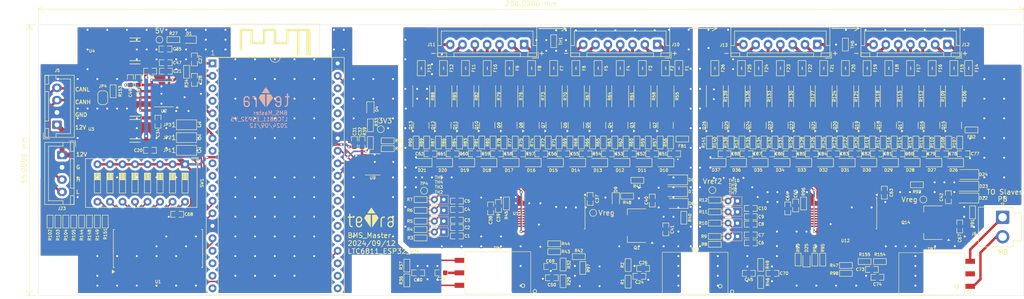
<source format=kicad_pcb>
(kicad_pcb (version 20240108) (generator "pcbnew") (generator_version "8.0")
  (layers (0 "F.Cu" signal) (31 "B.Cu" signal) (34 "B.Paste" user) (35 "F.Paste" user) (36 "B.SilkS" user "B.Silkscreen") (37 "F.SilkS" user "F.Silkscreen") (38 "B.Mask" user) (39 "F.Mask" user) (44 "Edge.Cuts" user))
  (net 0 "")
  (net 1 "+3V3")
  (net 2 "GND")
  (net 3 "+5V")
  (net 4 "Net-(C30-Pad2)")
  (net 5 "Net-(U11-V+)")
  (net 6 "Net-(D1-A)")
  (net 7 "/CAN/CAN_L")
  (net 8 "Net-(U11-Vref1)")
  (net 9 "Net-(U12-Vref1)")
  (net 10 "Net-(U12-V+)")
  (net 11 "/MCU/IP")
  (net 12 "/MCU/NRST")
  (net 13 "Net-(Q10-G)")
  (net 14 "Net-(Q10-D)")
  (net 15 "/Slaves/LTC6811_1/Vref2")
  (net 16 "/MCU/IM")
  (net 17 "/Slaves/LTC6811_1/Vreg")
  (net 18 "Net-(C41-Pad1)")
  (net 19 "Net-(U12-ISOMD)")
  (net 20 "Net-(U12-WDT)")
  (net 21 "Net-(U12-DTEN)")
  (net 22 "Net-(U12-IBIAS)")
  (net 23 "Net-(U12-ICMP)")
  (net 24 "Net-(Q3-D)")
  (net 25 "Net-(Q3-G)")
  (net 26 "/MCU/HSPI_SCK")
  (net 27 "Net-(Q4-D)")
  (net 28 "Net-(Q4-G)")
  (net 29 "Net-(Q5-D)")
  (net 30 "Net-(Q5-G)")
  (net 31 "Net-(Q6-D)")
  (net 32 "Net-(Q6-G)")
  (net 33 "/Slaves/MB")
  (net 34 "Net-(Q11-D)")
  (net 35 "Net-(Q11-G)")
  (net 36 "Net-(Q12-D)")
  (net 37 "Net-(Q12-G)")
  (net 38 "Net-(Q13-D)")
  (net 39 "Net-(Q13-G)")
  (net 40 "/Slaves/PB")
  (net 41 "Net-(Q7-D)")
  (net 42 "Net-(Q7-G)")
  (net 43 "Net-(Q8-D)")
  (net 44 "Net-(Q8-G)")
  (net 45 "Net-(Q9-D)")
  (net 46 "Net-(Q9-G)")
  (net 49 "/MCU/INTB")
  (net 50 "/MCU/HSPI_MISO")
  (net 51 "/MCU/HSPI_MOSI")
  (net 52 "Net-(D4-A)")
  (net 53 "/CAN/CAN_H")
  (net 54 "Net-(D9-K)")
  (net 55 "Net-(D25-K)")
  (net 56 "GND_PACK")
  (net 57 "/CAN/RXD")
  (net 58 "/CAN/TXD")
  (net 59 "Net-(Q2-G)")
  (net 60 "Net-(Q2-D)")
  (net 61 "Net-(Q15-D)")
  (net 62 "Net-(Q15-G)")
  (net 63 "Net-(Q16-G)")
  (net 64 "Net-(Q16-D)")
  (net 65 "Net-(Q17-G)")
  (net 66 "Net-(Q17-D)")
  (net 67 "Net-(Q18-G)")
  (net 68 "Net-(Q18-D)")
  (net 69 "Net-(Q19-D)")
  (net 70 "Net-(Q19-G)")
  (net 71 "Net-(Q20-D)")
  (net 72 "Net-(Q20-G)")
  (net 73 "Net-(Q21-D)")
  (net 74 "Net-(Q21-G)")
  (net 75 "Net-(Q22-G)")
  (net 76 "Net-(Q22-D)")
  (net 77 "Net-(Q23-G)")
  (net 78 "Net-(Q23-D)")
  (net 79 "Net-(Q24-D)")
  (net 80 "Net-(Q24-G)")
  (net 81 "Net-(Q25-G)")
  (net 82 "Net-(Q25-D)")
  (net 83 "Net-(Q26-D)")
  (net 84 "Net-(Q26-G)")
  (net 85 "/Slaves/LTC6811_1/T2")
  (net 86 "/Slaves/LTC6811_1/T3")
  (net 87 "/Slaves/LTC6811_1/T4")
  (net 88 "/Slaves/LTC6811_1/T5")
  (net 89 "/Slaves/LTC6811_1/T1")
  (net 90 "/Slaves/LTC6811_1/cell12/C")
  (net 91 "Net-(U11-IBIAS)")
  (net 92 "Net-(U11-ICMP)")
  (net 93 "Net-(U11-ISOMD)")
  (net 94 "Net-(U11-WDT)")
  (net 95 "Net-(U11-DTEN)")
  (net 96 "/Slaves/LTC6811_1/cell11/C")
  (net 97 "/Slaves/LTC6811_1/cell10/C")
  (net 98 "/Slaves/LTC6811_1/cell10/CM")
  (net 101 "/Slaves/LTC6811_1/cell8/C")
  (net 102 "/Slaves/LTC6811_1/cell7/C")
  (net 103 "/Slaves/LTC6811_1/cell6/C")
  (net 104 "/Slaves/LTC6811_1/cell5/C")
  (net 105 "/Slaves/LTC6811_1/cell4/C")
  (net 106 "/Slaves/LTC6811_1/cell3/C")
  (net 107 "/Slaves/LTC6811_1/cell2/C")
  (net 108 "/Slaves/LTC6811_1/cell1/C")
  (net 109 "/Slaves/LTC6811_2/Vref2")
  (net 110 "/Slaves/LTC6811_2/Vreg")
  (net 111 "Net-(C67-Pad1)")
  (net 112 "/Slaves/LTC6811_2/T2")
  (net 113 "/Slaves/LTC6811_2/T3")
  (net 114 "/Slaves/LTC6811_2/T4")
  (net 115 "/Slaves/LTC6811_2/T5")
  (net 116 "/Slaves/LTC6811_2/T1")
  (net 117 "/Slaves/LTC6811_2/cell12/C")
  (net 118 "/Slaves/LTC6811_2/cell11/C")
  (net 119 "/Slaves/LTC6811_2/cell10/C")
  (net 120 "/Slaves/LTC6811_2/cell10/CM")
  (net 121 "/Slaves/LTC6811_2/cell8/C")
  (net 122 "/Slaves/LTC6811_2/cell7/C")
  (net 123 "/Slaves/LTC6811_2/cell6/C")
  (net 124 "/Slaves/LTC6811_2/cell5/C")
  (net 125 "/Slaves/LTC6811_2/cell4/C")
  (net 126 "/Slaves/LTC6811_2/cell3/C")
  (net 127 "/Slaves/LTC6811_2/cell2/C")
  (net 128 "/Slaves/LTC6811_2/cell1/C")
  (net 129 "/Slaves/LTC6811_1/BAT+")
  (net 130 "/Slaves/LTC6811_2/BAT+")
  (net 131 "/Slaves/LTC6811_1/cell12/C+")
  (net 132 "/Slaves/LTC6811_1/C12")
  (net 133 "/Slaves/LTC6811_1/cell11/C+")
  (net 134 "/Slaves/LTC6811_1/C11")
  (net 135 "/Slaves/LTC6811_1/C10")
  (net 136 "/Slaves/LTC6811_1/cell10/C+")
  (net 137 "/Slaves/LTC6811_1/C9")
  (net 138 "/Slaves/LTC6811_1/cell10/C-")
  (net 139 "/Slaves/LTC6811_1/cell8/C+")
  (net 140 "/Slaves/LTC6811_1/C8")
  (net 141 "/Slaves/LTC6811_1/C7")
  (net 142 "/Slaves/LTC6811_1/cell7/C+")
  (net 143 "/Slaves/LTC6811_1/C6")
  (net 144 "/Slaves/LTC6811_1/cell6/C+")
  (net 145 "/Slaves/LTC6811_1/C5")
  (net 146 "/Slaves/LTC6811_1/cell5/C+")
  (net 147 "/Slaves/LTC6811_1/C4")
  (net 148 "/Slaves/LTC6811_1/cell4/C+")
  (net 149 "/Slaves/LTC6811_1/C3")
  (net 150 "/Slaves/LTC6811_1/cell3/C+")
  (net 151 "/Slaves/LTC6811_1/cell2/C+")
  (net 152 "/Slaves/LTC6811_1/C2")
  (net 153 "/Slaves/LTC6811_1/cell1/C+")
  (net 154 "/Slaves/LTC6811_1/C1")
  (net 155 "/Slaves/LTC6811_1/C1_G")
  (net 156 "/Slaves/LTC6811_2/C12")
  (net 157 "/Slaves/LTC6811_2/cell12/C+")
  (net 158 "/Slaves/LTC6811_2/C11")
  (net 159 "/Slaves/LTC6811_2/cell11/C+")
  (net 160 "/Slaves/LTC6811_2/C10")
  (net 161 "/Slaves/LTC6811_2/cell10/C+")
  (net 162 "/Slaves/LTC6811_2/cell10/C-")
  (net 163 "/Slaves/LTC6811_2/C9")
  (net 164 "/Slaves/LTC6811_2/C8")
  (net 165 "/Slaves/LTC6811_2/cell8/C+")
  (net 166 "/Slaves/LTC6811_2/cell7/C+")
  (net 167 "/Slaves/LTC6811_2/C7")
  (net 168 "/Slaves/LTC6811_2/cell6/C+")
  (net 169 "/Slaves/LTC6811_2/C6")
  (net 170 "/Slaves/LTC6811_2/cell5/C+")
  (net 171 "/Slaves/LTC6811_2/C5")
  (net 172 "/Slaves/LTC6811_2/C4")
  (net 173 "/Slaves/LTC6811_2/cell4/C+")
  (net 174 "/Slaves/LTC6811_2/C3")
  (net 175 "/Slaves/LTC6811_2/cell3/C+")
  (net 176 "/Slaves/LTC6811_2/C2")
  (net 177 "/Slaves/LTC6811_2/cell2/C+")
  (net 178 "/Slaves/LTC6811_2/C1")
  (net 179 "/Slaves/LTC6811_2/cell1/C+")
  (net 180 "/Slaves/LTC6811_2/C1_G")
  (net 181 "/Slaves/LTC6811_1/DRIVE")
  (net 182 "/Slaves/LTC6811_2/DRIVE")
  (net 183 "Net-(U9-ICMP)")
  (net 184 "Net-(U9-IBIAS)")
  (net 185 "/Slaves/LTC6811_1/IPB")
  (net 186 "/Slaves/LTC6811_1/IMB")
  (net 187 "/Slaves/LTC6811_1/cell12/S")
  (net 188 "/Slaves/LTC6811_1/cell11/S")
  (net 189 "/Slaves/LTC6811_1/cell10/S")
  (net 190 "/Slaves/LTC6811_1/cell9/S")
  (net 191 "/Slaves/LTC6811_1/cell8/S")
  (net 192 "/Slaves/LTC6811_1/cell7/S")
  (net 193 "/Slaves/LTC6811_1/cell6/S")
  (net 194 "/Slaves/LTC6811_1/cell5/S")
  (net 195 "/Slaves/LTC6811_1/cell4/S")
  (net 196 "/Slaves/LTC6811_1/cell3/S")
  (net 197 "/Slaves/LTC6811_1/cell2/S")
  (net 198 "/Slaves/LTC6811_1/cell1/S")
  (net 199 "/Slaves/LTC6811_2/IPB")
  (net 200 "/Slaves/LTC6811_2/IMB")
  (net 201 "/Slaves/LTC6811_2/cell12/S")
  (net 202 "/Slaves/LTC6811_2/cell11/S")
  (net 203 "/Slaves/LTC6811_2/cell10/S")
  (net 204 "/Slaves/LTC6811_2/cell9/S")
  (net 205 "/Slaves/LTC6811_2/cell8/S")
  (net 206 "/Slaves/LTC6811_2/cell7/S")
  (net 207 "/Slaves/LTC6811_2/cell6/S")
  (net 208 "/Slaves/LTC6811_2/cell5/S")
  (net 209 "/Slaves/LTC6811_2/cell4/S")
  (net 210 "/Slaves/LTC6811_2/cell3/S")
  (net 211 "/Slaves/LTC6811_2/cell2/S")
  (net 212 "/Slaves/LTC6811_2/cell1/S")
  (net 222 "/MCU/5V")
  (net 236 "Net-(C45-Pad1)")
  (net 237 "Net-(C70-Pad1)")
  (net 238 "Net-(C73-Pad2)")
  (net 239 "/Slaves/LTC6811_2/IMA")
  (net 240 "/Slaves/LTC6811_2/IPA")
  (net 241 "Net-(C24-Pad1)")
  (net 242 "Net-(C26-Pad1)")
  (net 243 "Net-(C74-Pad1)")
  (net 244 "Net-(C50-Pad1)")
  (net 247 "/MCU/INTA")
  (net 254 "/MCU/HSPI_CS")
  (net 255 "/MCU/VSPI_MISO")
  (net 256 "/MCU/VSPI_MOSI")
  (net 257 "/MCU/VSPI_CS")
  (net 258 "/MCU/VSPI_SCK")
  (net 259 "Net-(JP1-C)")
  (net 260 "Net-(JP2-C)")
  (net 261 "Net-(JP3-C)")
  (net 262 "Net-(U1-GPA0)")
  (net 263 "Net-(U1-GPA1)")
  (net 264 "Net-(U1-GPA2)")
  (net 265 "Net-(U1-GPA3)")
  (net 266 "Net-(U1-GPA4)")
  (net 267 "Net-(U1-GPA5)")
  (net 268 "Net-(U1-GPA6)")
  (net 269 "Net-(U1-GPA7)")
  (net 271 "Net-(C69-Pad1)")
  (net 272 "/Slaves/LTC6811_1/IPA")
  (net 273 "/Slaves/LTC6811_1/IMA")
  (net 275 "/PowerSupply/+12V")
  (net 276 "Net-(C29-Pad2)")
  (net 277 "Net-(JP4-B)")
  (footprint "RF_Module:ESP32-DevKitc V4_DIP-38_27.9mm×48.2mm" (layer "F.Cu") (at 69.095 169.811928)
    (property "Reference" "U8" (hide yes))
    (property "Value" "ESP32-DevKitC V4" (hide yes))
  )
  (footprint "LED_SMD:LED_0603_1608Metric" (layer "F.Cu") (at 190.9 162.7 90)
    (property "Reference" "D25")
    (property "Value" "LED Red")
  )
  (footprint "Resistor_SMD:R_0603_1608Metric" (layer "F.Cu") (at 175.6 138.9 90)
    (property "Reference" "R138")
    (property "Value" "3.3K")
  )
  (footprint "Resistor_SMD:R_0603_1608Metric" (layer "F.Cu") (at 224.6 153.1 -90)
    (property "Reference" "R91")
    (property "Value" "100R")
  )
  (footprint "Resistor_SMD:R_0603_1608Metric" (layer "F.Cu") (at 112.6 156.6 180)
    (property "Reference" "R4")
    (property "Value" "10K")
  )
  (footprint "Capacitor_SMD:C_0603_1608Metric" (layer "F.Cu") (at 179.605 154 180)
    (property "Reference" "C9")
    (property "Value" "100nF/100V")
  )
  (footprint "Fuse:Fuse_0805_2012Metric" (layer "F.Cu") (at 126.1 123.8 -90)
    (property "Reference" "F10")
    (property "Value" "MPZ2012S102ATD25")
  )
  (footprint "Jumper:SolderJumper-3_P1.3mm_Open_Pad1.0x1.5mm_NumberLabels" (layer "F.Cu") (at 65.1 135.3)
    (property "Reference" "JP3")
    (property "Value" "SolderJumper_3_Bridged12")
  )
  (footprint "Capacitor_SMD:C_0603_1608Metric" (layer "F.Cu") (at 191.975 141.2)
    (property "Reference" "C84")
    (property "Value" "100nF/100V")
  )
  (footprint "Resistor_SMD:R_0603_1608Metric" (layer "F.Cu") (at 154.7 163.825 -90)
    (property "Reference" "R2")
    (property "Value" "49.9R")
  )
  (footprint "Diode_SMD:D_SOD-323_HandSoldering" (layer "F.Cu") (at 144.05 143 180)
    (property "Reference" "D14")
    (property "Value" "PDZ7.5B")
  )
  (footprint "Fuse:Fuse_0805_2012Metric" (layer "F.Cu") (at 148.6 123.8 -90)
    (property "Reference" "F5")
    (property "Value" "MPZ2012S102ATD25")
  )
  (footprint "Capacitor_SMD:C_0603_1608Metric" (layer "F.Cu") (at 59.3 134.675 90)
    (property "Reference" "C34")
    (property "Value" "1uF/25V")
  )
  (footprint "Fuse:Fuse_0805_2012Metric" (layer "F.Cu") (at 203.2 123.8 -90)
    (property "Reference" "F19")
    (property "Value" "MPZ2012S102ATD25")
  )
  (footprint "Capacitor_SMD:C_0603_1608Metric" (layer "F.Cu") (at 114.6 141.2)
    (property "Reference" "C62")
    (property "Value" "100nF/100V")
  )
  (footprint "Capacitor_SMD:C_0603_1608Metric" (layer "F.Cu") (at 60.825 119.9)
    (property "Reference" "C35")
    (property "Value" "1uF/25V")
  )
  (footprint "Resistor_SMD:R_0603_1608Metric" (layer "F.Cu") (at 154.5 149.8)
    (property "Reference" "R48")
    (property "Value" "1.2K")
  )
  (footprint "Resistor_SMD:R_2512_6332Metric" (layer "F.Cu") (at 198.8 129.5 -90)
    (property "Reference" "R121")
    (property "Value" "36R 1W 2512")
  )
  (footprint "Resistor_SMD:R_2512_6332Metric" (layer "F.Cu") (at 112.725 129.5 -90)
    (property "Reference" "R88")
    (property "Value" "36R 1W 2512")
  )
  (footprint "Package_TO_SOT_SMD:TO252-3_ROM" (layer "F.Cu") (at 50.1436 120.299999 90)
    (property "Reference" "U4")
    (property "Value" "BD50FC0FP-E2")
  )
  (footprint "Capacitor_SMD:C_0603_1608Metric" (layer "F.Cu") (at 119.954962 150.8125 180)
    (property "Reference" "C5")
    (property "Value" "100nF/100V")
  )
  (footprint "TestPoint:TestPoint_Pad_D1.0mm" (layer "F.Cu") (at 147.6 153.2)
    (property "Reference" "TP3" (hide yes))
    (property "Value" "Vreg")
  )
  (footprint "Resistor_THT:R_Axial_DIN0204_L3.6mm_D1.6mm_P1.90mm_Vertical" (layer "F.Cu") (at 174.995 155.3)
    (property "Reference" "TH8")
    (property "Value" "10K NTC")
  )
  (footprint "Resistor_SMD:R_0603_1608Metric" (layer "F.Cu") (at 181.6 163.775 -90)
    (property "Reference" "R49")
    (property "Value" "49.9R")
  )
  (footprint "Resistor_SMD:R_0603_1608Metric" (layer "F.Cu") (at 197.7 138.9 90)
    (property "Reference" "R123")
    (property "Value" "3.3K")
  )
  (footprint "Resistor_SMD:R_2512_6332Metric" (layer "F.Cu") (at 212 129.5 -90)
    (property "Reference" "R112")
    (property "Value" "36R 1W 2512")
  )
  (footprint "TestPoint:TestPoint_Pad_D1.0mm" (layer "F.Cu") (at 113.3 148.7)
    (property "Reference" "TP4")
    (property "Value" "Vref2")
  )
  (footprint "Capacitor_SMD:C_0603_1608Metric" (layer "F.Cu") (at 63.2 153.5)
    (property "Reference" "C68")
    (property "Value" "100nF/100V")
  )
  (footprint "Capacitor_SMD:C_0603_1608Metric" (layer "F.Cu") (at 147 150.375 -90)
    (property "Reference" "C37")
    (property "Value" "100nF/100V")
  )
  (footprint "Diode_SMD:D_SOD-323_HandSoldering" (layer "F.Cu") (at 172.55 143 180)
    (property "Reference" "D37")
    (property "Value" "PDZ7.5B")
  )
  (footprint "Resistor_SMD:R_0603_1608Metric" (layer "F.Cu") (at 111.675 138.9 90)
    (property "Reference" "R90")
    (property "Value" "3.3K")
  )
  (footprint "Diode_SMD:D_SOD-323_HandSoldering" (layer "F.Cu") (at 157.55 143 180)
    (property "Reference" "D11")
    (property "Value" "PDZ7.5B")
  )
  (footprint "Resistor_SMD:R_0603_1608Metric" (layer "F.Cu") (at 152 138.9 90)
    (property "Reference" "R63")
    (property "Value" "3.3K")
  )
  (footprint "Capacitor_SMD:C_0603_1608Metric" (layer "F.Cu") (at 119.1 141.2)
    (property "Reference" "C61")
    (property "Value" "100nF/100V")
  )
  (footprint "Resistor_SMD:R_2512_6332Metric" (layer "F.Cu") (at 181.15 129.5 -90)
    (property "Reference" "R133")
    (property "Value" "36R 1W 2512")
  )
  (footprint "Resistor_SMD:R_0603_1608Metric" (layer "F.Cu") (at 206.5 138.9 90)
    (property "Reference" "R117")
    (property "Value" "3.3K")
  )
  (footprint "Resistor_SMD:R_0603_1608Metric" (layer "F.Cu") (at 139.6 118.3 -90)
    (property "Reference" "TH1")
    (property "Value" "10K NTC SMD")
  )
  (footprint "MountingHole:MountingHole_3.2mm_M3_ISO7380" (layer "F.Cu") (at 230.9 119.1)
    (property "Reference" "J19" (hide yes))
    (property "Value" "Hole /NC")
  )
  (footprint "Capacitor_SMD:C_0603_1608Metric" (layer "F.Cu") (at 179.6 152.3 180)
    (property "Reference" "C10")
    (property "Value" "100nF/100V")
  )
  (footprint "Capacitor_SMD:C_0603_1608Metric" (layer "F.Cu") (at 179.6 157.7 180)
    (property "Reference" "C7")
    (property "Value" "100nF/100V")
  )
  (footprint "Transformer_SMD:HM2108NL" (layer "F.Cu") (at 168.3 165.5 90)
    (property "Reference" "TR3")
    (property "Value" "HM2108NL")
  )
  (footprint "Resistor_SMD:R_0603_1608Metric" (layer "F.Cu") (at 138.5 138.9 90)
    (property "Reference" "R72")
    (property "Value" "3.3K")
  )
  (footprint "Diode_SMD:D_SOD-123F" (layer "F.Cu") (at 164.675 151.3 180)
    (property "Reference" "D8")
    (property "Value" "BZT52H-C62")
  )
  (footprint "Package_TO_SOT_SMD:SOT-23" (layer "F.Cu") (at 181.15 135.4 90)
    (property "Reference" "Q24")
    (property "Value" "TSM2323")
  )
  (footprint "Resistor_SMD:R_0603_1608Metric" (layer "F.Cu") (at 198.9 165.5 180)
    (property "Reference" "R98")
    (property "Value" "1K")
  )
  (footprint "Capacitor_SMD:C_0603_1608Metric" (layer "F.Cu") (at 157 166.1)
    (property "Reference" "C24")
    (property "Value" "10nF/100V")
  )
  (footprint "Capacitor_SMD:C_0603_1608Metric" (layer "F.Cu") (at 116.8 165.4)
    (property "Reference" "C29")
    (property "Value" "10nF/100V")
  )
  (footprint "Resistor_SMD:R_2512_6332Metric" (layer "F.Cu") (at 203.2 129.5 -90)
    (property "Reference" "R118")
    (property "Value" "36R 1W 2512")
  )
  (footprint "Package_TO_SOT_SMD:SOT-23" (layer "F.Cu") (at 135.1 135.4 90)
    (property "Reference" "Q8")
    (property "Value" "TSM2323")
  )
  (footprint "Button_Switch_THT:SW_DIP_SPSTx08_Slide_9.78x22.5mm_W7.62mm_P2.54mm" (layer "F.Cu") (at 64.8 143.3325 -90)
    (property "Reference" "SW1")
    (property "Value" "SW_DIP_x08")
  )
  (footprint "Resistor_SMD:R_0603_1608Metric" (layer "F.Cu") (at 130 151.3 90)
    (property "Reference" "R45")
    (property "Value" "0")
  )
  (footprint "Capacitor_SMD:C_0603_1608Metric" (layer "F.Cu") (at 119.954962 156.2 180)
    (property "Reference" "C2")
    (property "Value" "100nF/100V")
  )
  (footprint "Diode_SMD:D_SOD-323_HandSoldering" (layer "F.Cu") (at 176.7 143 180)
    (property "Reference" "D36")
    (property "Value" "PDZ7.5B")
  )
  (footprint "Resistor_SMD:R_0603_1608Metric" (layer "F.Cu") (at 191.1 138.9 90)
    (property "Reference" "R128")
    (property "Value" "100R")
  )
  (footprint "Resistor_SMD:R_0603_1608Metric" (layer "F.Cu") (at 142.9 138.9 90)
    (property "Reference" "R69")
    (property "Value" "3.3K")
  )
  (footprint "Package_TO_SOT_SMD:SOT-23" (layer "F.Cu") (at 157.6 135.4 90)
    (property "Reference" "Q3")
    (property "Value" "TSM2323")
  )
  (footprint "Resistor_SMD:R_0603_1608Metric" (layer "F.Cu") (at 166 154.2 -90)
    (property "Reference" "R40")
    (property "Value" "100R")
  )
  (footprint "TestPoint:TestPoint_Pad_D1.0mm" (layer "F.Cu") (at 104.5 136.2)
    (property "Reference" "TP2" (hide yes))
    (property "Value" "3V3")
  )
  (footprint "Resistor_SMD:R_0603_1608Metric" (layer "F.Cu") (at 161.2 138.9 90)
    (property "Reference" "R57")
    (property "Value" "3.3K")
  )
  (footprint "Resistor_SMD:R_0603_1608Metric" (layer "F.Cu") (at 172.3 153 180)
    (property "Reference" "R11")
    (property "Value" "10K")
  )
  (footprint "Resistor_SMD:R_2512_6332Metric" (layer "F.Cu") (at 148.6 129.5 -90)
    (property "Reference" "R64")
    (property "Value" "36R 1W 2512")
  )
  (footprint "Resistor_SMD:R_0603_1608Metric" (layer "F.Cu") (at 192.6 162.7125 90)
    (property "Reference" "R94")
    (property "Value" "0")
  )
  (footprint "Resistor_SMD:R_0603_1608Metric" (layer "F.Cu") (at 141.5 163.7 -90)
    (property "Reference" "R32")
    (property "Value" "51R")
  )
  (footprint "Resistor_SMD:R_0603_1608Metric" (layer "F.Cu") (at 113.825 138.9 90)
    (property "Reference" "R89")
    (property "Value" "100R")
  )
  (footprint "Capacitor_SMD:C_0603_1608Metric" (layer "F.Cu") (at 183.125 141.2)
    (property "Reference" "C86")
    (property "Value" "100nF/100V")
  )
  (footprint "Resistor_SMD:R_0603_1608Metric" (layer "F.Cu") (at 48.6 154.975 -90)
    (property "Reference" "R151")
    (property "Value" "10K")
  )
  (footprint "Capacitor_SMD:C_0603_1608Metric" (layer "F.Cu") (at 139.225 166.4 180)
    (property "Reference" "C50")
    (property "Value" "10nF/100V")
  )
  (footprint "Capacitor_SMD:C_0603_1608Metric" (layer "F.Cu") (at 99.15 139 -90)
    (property "Reference" "C31")
    (property "Value" "1uF/25V")
  )
  (footprint "Resistor_SMD:R_2512_6332Metric" (layer "F.Cu") (at 144.1 129.5 -90)
    (property "Reference" "R67")
    (property "Value" "36R 1W 2512")
  )
  (footprint "Package_TO_SOT_SMD:SOT-23" (layer "F.Cu") (at 148.6 135.4 90)
    (property "Reference" "Q5")
    (property "Value" "TSM2323")
  )
  (footprint "Fuse:Fuse_0805_2012Metric" (layer "F.Cu") (at 185.6 123.8 -90)
    (property "Reference" "F23")
    (property "Value" "MPZ2012S102ATD25")
  )
  (footprint "Capacitor_SMD:C_0603_1608Metric" (layer "F.Cu") (at 184 165.5)
    (property "Reference" "C70")
    (property "Value" "10nF/100V")
  )
  (footprint "Package_TO_SOT_SMD:SOT-23" (layer "F.Cu") (at 121.7 135.4 90)
    (property "Reference" "Q11")
    (property "Value" "TSM2323")
  )
  (footprint "Resistor_SMD:R_0603_1608Metric" (layer "F.Cu") (at 172.3 155.3 180)
    (property "Reference" "R10")
    (property "Value" "10K")
  )
  (footprint "Capacitor_SMD:C_0603_1608Metric" (layer "F.Cu") (at 138.9 164.1)
    (property "Reference" "C69")
    (property "Value" "10nF/100V")
  )
  (footprint "Package_TO_SOT_SMD:SOT-23" (layer "F.Cu") (at 176.75 135.4 90)
    (property "Reference" "Q25")
    (property "Value" "TSM2323")
  )
  (footprint "Fuse:Fuse_0805_2012Metric" (layer "F.Cu") (at 220.8 123.8 -90)
    (property "Reference" "F15")
    (property "Value" "MPZ2012S102ATD25")
  )
  (footprint "Resistor_SMD:R_0603_1608Metric" (layer "F.Cu") (at 172.3 158 180)
    (property "Reference" "R9")
    (property "Value" "10K")
  )
  (footprint "Resistor_THT:R_Axial_DIN0204_L3.6mm_D1.6mm_P1.90mm_Vertical" (layer "F.Cu") (at 115.395 154.9)
    (property "Reference" "TH3")
    (property "Value" "10K NTC")
  )
  (footprint "Capacitor_SMD:C_0603_1608Metric" (layer "F.Cu") (at 200.775 141.2)
    (property "Reference" "C82")
    (property "Value" "100nF/100V")
  )
  (footprint "Capacitor_SMD:C_0603_1608Metric" (layer "F.Cu") (at 146.075 141.2)
    (property "Reference" "C55")
    (property "Value" "100nF/100V")
  )
  (footprint "Resistor_SMD:R_0603_1608Metric" (layer "F.Cu") (at 112.6 150.5 180)
    (property "Reference" "R7")
    (property "Value" "10K")
  )
  (footprint "Fuse:Fuse_0805_2012Metric" (layer "F.Cu") (at 162.3 123.8 -90)
    (property "Reference" "F2")
    (property "Value" "MPZ2012S102ATD25")
  )
  (footprint "Package_TO_SOT_SMD:SOT-23" (layer "F.Cu") (at 203.2 135.4 90)
    (property "Reference" "Q19")
    (property "Value" "TSM2323")
  )
  (footprint "Resistor_SMD:R_0603_1608Metric" (layer "F.Cu") (at 136.3 138.9 90)
    (property "Reference" "R74")
    (property "Value" "100R")
  )
  (footprint "Package_TO_SOT_SMD:SOT-23" (layer "F.Cu") (at 162.3 135.4 90)
    (property "Reference" "Q2")
    (property "Value" "TSM2323")
  )
  (footprint "Capacitor_SMD:C_0603_1608Metric" (layer "F.Cu") (at 141.575 141.2)
    (property "Reference" "C56")
    (property "Value" "100nF/100V")
  )
  (footprint "Package_SO:TSSOP-48_6.1x12.5mm_P0.5mm" (layer "F.Cu") (at 139.6 153.3 -90)
    (property "Reference" "U11")
    (property "Value" "LTC6811HG-1")
  )
  (footprint "Capacitor_SMD:C_0603_1608Metric" (layer "F.Cu") (at 159.6 150.7 90)
    (property "Reference" "C40")
    (property "Value" "4.7uF/16V")
  )
  (footprint "Capacitor_SMD:C_0603_1608Metric" (layer "F.Cu") (at 128.075 141.2)
    (property "Reference" "C59")
    (property "Value" "100nF/100V")
  )
  (footprint "Resistor_SMD:R_0603_1608Metric" (layer "F.Cu") (at 217.5 138.9 90)
    (property "Reference" "R110")
    (property "Value" "100R")
  )
  (footprint "Fuse:Fuse_0805_2012Metric" (layer "F.Cu") (at 223.8 123.8 -90)
    (property "Reference" "F14")
    (property "Value" "MPZ2012S102ATD25")
  )
  (footprint "Fuse:Fuse_0805_2012Metric" (layer "F.Cu") (at 135.1 123.8 -90)
    (property "Reference" "F8")
    (property "Value" "MPZ2012S102ATD25")
  )
  (footprint "Fuse:Fuse_0805_2012Metric" (layer "F.Cu") (at 139.6 123.8 -90)
    (property "Reference" "F7")
    (property "Value" "MPZ2012S102ATD25")
  )
  (footprint "Resistor_SMD:R_0603_1608Metric" (layer "F.Cu") (at 189.2 162.6875 90)
    (property "Reference" "R99")
    (property "Value" "1.2K")
  )
  (footprint "Capacitor_SMD:C_0603_1608Metric" (layer "F.Cu") (at 196.375 141.2)
    (property "Reference" "C83")
    (property "Value" "100nF/100V")
  )
  (footprint "Diode_SMD:D_SOD-323_HandSoldering" (layer "F.Cu") (at 216.35 143 180)
    (property "Reference" "D27")
    (property "Value" "PDZ7.5B")
  )
  (footprint "Package_TO_SOT_SMD:SOT-23" (layer "F.Cu") (at 130.6 135.4 90)
    (property "Reference" "Q9")
    (property "Value" "TSM2323")
  )
  (footprint "Package_TO_SOT_SMD:SOT-23" (layer "F.Cu") (at 198.8 135.4 90)
    (property "Reference" "Q20")
    (property "Value" "TSM2323")
  )
  (footprint "Diode_SMD:D_SOD-323_HandSoldering" (layer "F.Cu") (at 194.35 143 180)
    (property "Reference" "D32")
    (property "Value" "PDZ7.5B")
  )
  (footprint "Capacitor_SMD:C_0603_1608Metric" (layer "F.Cu") (at 123.575 141.2)
    (property "Reference" "C60")
    (property "Value" "100nF/100V")
  )
  (footprint "Resistor_SMD:R_2512_6332Metric" (layer "F.Cu") (at 176.75 129.5 -90)
    (property "Reference" "R136")
    (property "Value" "36R 1W 2512")
  )
  (footprint "Diode_SMD:D_SOD-323_HandSoldering" (layer "F.Cu") (at 220.75 143 180)
    (property "Reference" "D26")
    (property "Value" "PDZ7.5B")
  )
  (footprint "Resistor_SMD:R_0603_1608Metric" (layer "F.Cu") (at 205.8 163.1)
    (property "Reference" "R154")
    (property "Value" "51R")
  )
  (footprint "Resistor_SMD:R_0603_1608Metric" (layer "F.Cu") (at 122.8 138.9 90)
    (property "Reference" "R83")
    (property "Value" "100R")
  )
  (footprint "Symbol:teTra-LOGO" (layer "F.Cu") (at 102.6 154.2)
    (property "Reference" "LOGO1" (hide yes))
    (property "Value" "teTra /NC" (hide yes))
  )
  (footprint "Capacitor_SMD:C_0603_1608Metric" (layer "F.Cu") (at 188.7 151.7 90)
    (property "Reference" "C65")
    (property "Value" "1uF/25V")
  )
  (footprint "Resistor_SMD:R_0603_1608Metric" (layer "F.Cu") (at 43.8 154.975 -90)
    (property "Reference" "R144")
    (property "Value" "10K")
  )
  (footprint "Package_TO_SOT_SMD:SOT-23" (layer "F.Cu") (at 117.225 135.4 90)
    (property "Reference" "Q12")
    (property "Value" "TSM2323")
  )
  (footprint "Diode_SMD:D_SOD-323_HandSoldering" (layer "F.Cu") (at 148.55 143 180)
    (property "Reference" "D13")
    (property "Value" "PDZ7.5B")
  )
  (footprint "Resistor_SMD:R_0603_1608Metric" (layer "F.Cu") (at 139.7 159.5 180)
    (property "Reference" "R44")
    (property "Value" "1M")
  )
  (footprint "Resistor_THT:R_Axial_DIN0204_L3.6mm_D1.6mm_P1.90mm_Vertical" (layer "F.Cu") (at 174.995 153)
    (property "Reference" "TH9")
    (property "Value" "10K NTC")
  )
  (footprint "Capacitor_SMD:C_0603_1608Metric" (layer "F.Cu") (at 174.275 141.2)
    (property "Reference" "C88")
    (property "Value" "100nF/100V")
  )
  (footprint "Capacitor_SMD:C_0603_1608Metric" (layer "F.Cu") (at 219.7 150.025 90)
    (property "Reference" "C42")
    (property "Value" "4.7uF/16V")
  )
  (footprint "Diode_SMD:D_SOD-323_HandSoldering" (layer "F.Cu") (at 139.55 143 180)
    (property "Reference" "D15")
    (property "Value" "PDZ7.5B")
  )
  (footprint "Resistor_THT:R_Axial_DIN0204_L3.6mm_D1.6mm_P1.90mm_Vertical" (layer "F.Cu") (at 174.995 158)
    (property "Reference" "TH7")
    (property "Value" "10K NTC")
  )
  (footprint "Capacitor_SMD:C_0603_1608Metric" (layer "F.Cu") (at 137.075 141.2)
    (property "Reference" "C57")
    (property "Value" "100nF/100V")
  )
  (footprint "Resistor_SMD:R_0603_1608Metric" (layer "F.Cu") (at 199.9 138.9 90)
    (property "Reference" "R122")
    (property "Value" "100R")
  )
  (footprint "Resistor_SMD:R_2512_6332Metric" (layer "F.Cu") (at 216.4 129.5 -90)
    (property "Reference" "R109")
    (property "Value" "36R 1W 2512")
  )
  (footprint "Resistor_SMD:R_0603_1608Metric" (layer "F.Cu") (at 165.7 138.2 180)
    (property "Reference" "FB1")
    (property "Value" "BLM18PG330SN1D")
  )
  (footprint "Resistor_SMD:R_0603_1608Metric" (layer "F.Cu") (at 50.2 128.5 -90)
    (property "Reference" "R153")
    (property "Value" "120R")
  )
  (footprint "TestPoint:TestPoint_Pad_D1.0mm" (layer "F.Cu") (at 59.6 118)
    (property "Reference" "TP1" (hide yes))
    (property "Value" "5V")
  )
  (footprint "Resistor_SMD:R_0603_1608Metric" (layer "F.Cu") (at 213.3 147.5 180)
    (property "Reference" "R92")
    (property "Value" "100R")
  )
  (footprint "Resistor_SMD:R_0603_1608Metric" (layer "F.Cu") (at 127.3 138.9 90)
    (property "Reference" "R80")
    (property "Value" "100R")
  )
  (footprint "Resistor_SMD:R_0603_1608Metric" (layer "F.Cu") (at 163.3 138.9 90)
    (property "Reference" "R56")
    (property "Value" "100R")
  )
  (footprint "Resistor_SMD:R_2512_6332Metric" (layer "F.Cu") (at 157.6 129.5 -90)
    (property "Reference" "R58")
    (property "Value" "36R 1W 2512")
  )
  (footprint "Capacitor_SMD:C_0603_1608Metric" (layer "F.Cu") (at 159.575 141.2)
    (property "Reference" "C52")
    (property "Value" "100nF/100V")
  )
  (footprint "Resistor_SMD:R_0603_1608Metric" (layer "F.Cu") (at 184.5 138.9 90)
    (property "Reference" "R132")
    (property "Value" "3.3K")
  )
  (footprint "Capacitor_SMD:C_0603_1608Metric" (layer "F.Cu") (at 128.4 151.8 90)
    (property "Reference" "C39")
    (property "Value" "1uF/25V")
  )
  (footprint "Resistor_SMD:R_0603_1608Metric" (layer "F.Cu") (at 177.8 138.9 90)
    (property "Reference" "R137")
    (property "Value" "100R")
  )
  (footprint "Capacitor_SMD:C_0603_1608Metric" (layer "F.Cu") (at 57.7 124.4)
    (property "Reference" "C33")
    (property "Value" "2.2uF/25V")
  )
  (footprint "Package_SO:SOIC-28W_7.5x17.9mm_P1.27mm" (layer "F.Cu") (at 59.3 160.45 90)
    (property "Reference" "U1")
    (property "Value" "MCP23017T-E/SO")
  )
  (footprint "Capacitor_SMD:C_0603_1608Metric" (layer "F.Cu") (at 162.35 156.575 -90)
    (property "Reference" "C41")
    (property "Value" "100nF/100V")
  )
  (footprint "Capacitor_SMD:C_0603_1608Metric" (layer "F.Cu") (at 164.025 141.2)
    (property "Reference" "C51")
    (property "Value" "100nF/100V")
  )
  (footprint "Resistor_SMD:R_0603_1608Metric" (layer "F.Cu") (at 193.3 138.9 90)
    (property "Reference" "R126")
    (property "Value" "3.3K")
  )
  (footprint "Fuse:Fuse_0805_2012Metric" (layer "F.Cu") (at 194.4 123.8 -90)
    (property "Reference" "F21")
    (property "Value" "MPZ2012S102ATD25")
  )
  (footprint "Resistor_SMD:R_0603_1608Metric" (layer "F.Cu") (at 198.9 163.9)
    (property "Reference" "R47")
    (property "Value" "1K")
  )
  (footprint "Package_TO_SOT_SMD:SOT-23" (layer "F.Cu") (at 212 135.4 90)
    (property "Reference" "Q17")
    (property "Value" "TSM2323")
  )
  (footprint "Capacitor_SMD:C_0603_1608Metric" (layer "F.Cu") (at 209.575 141.2)
    (property "Reference" "C80")
    (property "Value" "100nF/100V")
  )
  (footprint "Resistor_SMD:R_0603_1608Metric" (layer "F.Cu") (at 109.8 166.925 -90)
    (property "Reference" "R36")
    (property "Value" "49.9R")
  )
  (footprint "Fuse:Fuse_0805_2012Metric" (layer "F.Cu") (at 144.1 123.8 -90)
    (property "Reference" "F6")
    (property "Value" "MPZ2012S102ATD25")
  )
  (footprint "Resistor_SMD:R_0603_1608Metric" (layer "F.Cu") (at 45.4 154.975 -90)
    (property "Reference" "R148")
    (property "Value" "10K")
  )
  (footprint "Resistor_SMD:R_0603_1608Metric" (layer "F.Cu") (at 149.7 138.9 90)
    (property "Reference" "R65")
    (property "Value" "100R")
  )
  (footprint "Package_TO_SOT_SMD:SOT-23" (layer "F.Cu") (at 207.6 135.4 90)
    (property "Reference" "Q18")
    (property "Value" "TSM2323")
  )
  (footprint "Resistor_SMD:R_0603_1608Metric" (layer "F.Cu") (at 158.8 138.9 90)
    (property "Reference" "R59")
    (property "Value" "100R")
  )
  (footprint "Resistor_SMD:R_0603_1608Metric" (layer "F.Cu") (at 202.7 163.1)
    (property "Reference" "R155")
    (property "Value" "51R")
  )
  (footprint "Jumper:SolderJumper-3_P1.3mm_Open_Pad1.0x1.5mm_NumberLabels" (layer "F.Cu") (at 65.1 140.5)
    (property "Reference" "JP1")
    (property "Value" "SolderJumper_3_Bridged12")
  )
  (footprint "Resistor_SMD:R_0603_1608Metric" (layer "F.Cu") (at 144.7 162.1)
    (property "Reference" "R42")
    (property "Value" "1K")
  )
  (footprint "Fuse:Fuse_0805_2012Metric" (layer "F.Cu") (at 177.7 123.8 -90)
    (property "Reference" "F25")
    (property "Value" "MPZ2012S102ATD25")
  )
  (footprint "Fuse:Fuse_0805_2012Metric" (layer "F.Cu") (at 165 123.8 -90)
    (property "Reference" "F1")
    (property "Value" "MPZ2012S102ATD25")
  )
  (footprint "Capacitor_SMD:C_0603_1608Metric" (layer "F.Cu") (at 157.75 164.5 180)
    (property "Reference" "C26")
    (property "Value" "10nF/100V")
  )
  (footprint "Package_TO_SOT_SMD:SOT-23" (layer "F.Cu") (at 172.3 135.4 90)
    (property "Reference" "Q26")
    (property "Value" "TSM2323")
  )
  (footprint "Resistor_SMD:R_0603_1608Metric" (layer "F.Cu") (at 62.425 118 180)
    (property "Reference" "R27")
    (property "Value" "470R")
  )
  (footprint "Capacitor_SMD:C_0603_1608Metric" (layer "F.Cu") (at 222 155.975 -90)
    (property "Reference" "C67")
    (property "Value" "100nF/100V")
  )
  (footprint "Capacitor_SMD:C_0603_1608Metric" (layer "F.Cu") (at 187.575 141.2)
    (property "Reference" "C85")
    (property "Value" "100nF/100V")
  )
  (footprint "Connector_JST:JST_XH_B7B-XH-A_1x07_P2.50mm_Vertical_BAT_6S" (layer "F.Cu") (at 133.6 119 180)
    (property "Reference" "J11")
    (property "Value" "B7B-XH-A")
  )
  (footprint "Resistor_SMD:R_0603_1608Metric" (layer "F.Cu") (at 37.4 154.975 -90)
    (property "Reference" "R102")
    (property "Value" "10K")
  )
  (footprint "Capacitor_SMD:C_0603_1608Metric" (layer "F.Cu") (at 57.675 140.5)
    (property "Reference" "C20")
    (property "Value" "2.2uF/25V")
  )
  (footprint "Resistor_THT:R_Axial_DIN0204_L3.6mm_D1.6mm_P1.90mm_Vertical" (layer "F.Cu") (at 115.395 150.5)
    (property "Reference" "TH5")
    (property "Value" "10K NTC")
  )
  (footprint "Resistor_SMD:R_2512_6332Metric" (layer "F.Cu") (at 121.7 129.5 -90)
    (property "Reference" "R82")
    (property "Value" "36R 1W 2512")
  )
  (footprint "Resistor_SMD:R_0603_1608Metric" (layer "F.Cu") (at 116.2 138.9 90)
    (property "Reference" "R87")
    (property "Value" "3.3K")
  )
  (footprint "TestPoint:TestPoint_Pad_D1.0mm" (layer "F.Cu") (at 214.6 150.5)
    (property "Reference" "TP5" (hide yes))
    (property "Value" "Vreg")
  )
  (footprint "LED_SMD:LED_0603_1608Metric" (layer "F.Cu") (at 65.6 118 180)
    (property "Reference" "D1")
    (property "Value" "LED Red")
  )
  (footprint "Resistor_SMD:R_0603_1608Metric" (layer "F.Cu") (at 186.7 138.9 90)
    (property "Reference" "R131")
    (property "Value" "100R")
  )
  (footprint "Resistor_SMD:R_0603_1608Metric" (layer "F.Cu") (at 147.5 138.9 90)
    (property "Reference" "R66")
    (property "Value" "3.3K")
  )
  (footprint "Resistor_SMD:R_0603_1608Metric" (layer "F.Cu") (at 188.9 138.9 90)
    (property "Reference" "R129")
    (property "Value" "3.3K")
  )
  (footprint "MountingHole:MountingHole_3.2mm_M3_ISO7380" (layer "F.Cu") (at 102.6 165.7)
    (property "Reference" "J21" (hide yes))
    (property "Value" "Hole /NC")
  )
  (footprint "Package_TO_SOT_SMD:SOT-23" (layer "F.Cu") (at 139.6 135.4 90)
    (property "Reference" "Q7")
    (property "Value" "TSM2323")
  )
  (footprint "Resistor_SMD:R_0603_1608Metric" (layer "F.Cu") (at 173.4 138.9 90)
    (property "Reference" "R140")
    (property "Value" "100R")
  )
  (footprint "Capacitor_SMD:C_0603_1608Metric" (layer "F.Cu") (at 100.7 139 90)
    (property "Reference" "C32")
    (property "Value" "100nF/100V")
  )
  (footprint "Diode_SMD:D_SOD-123" (layer "F.Cu") (at 164.4 148.9 180)
    (property "Reference" "D7")
    (property "Value" "1N4148W")
  )
  (footprint "Diode_SMD:D_SOD-323_HandSoldering" (layer "F.Cu") (at 207.55 143 180)
    (property "Reference" "D29")
    (property "Value" "PDZ7.5B")
  )
  (footprint "Package_TO_SOT_SMD:SOT-23" (layer "F.Cu") (at 153.1 135.4 90)
    (property "Reference" "Q4")
    (property "Value" "TSM2323")
  )
  (footprint "Resistor_SMD:R_0603_1608Metric" (layer "F.Cu") (at 181.6 167.275 -90)
    (property "Reference" "R46")
    (property "Value" "49.9R")
  )
  (footprint "Package_TO_SOT_SMD:SOT-23" (layer "F.Cu") (at 185.6 135.4 90)
    (property "Reference" "Q23")
    (property "Value" "TSM2323")
  )
  (footprint "Capacitor_SMD:C_0603_1608Metric" (layer "F.Cu") (at 179.6 155.5 180)
    (property "Reference" "C8")
    (property "Value" "100nF/100V")
  )
  (footprint "Package_TO_SOT_SMD:SOT-23" (layer "F.Cu") (at 126.1 135.4 90)
    (property "Reference" "Q10")
    (property "Value" "TSM2323")
  )
  (footprint "Capacitor_SMD:C_0603_1608Metric" (layer "F.Cu") (at 205.3 166.3 180)
    (property "Reference" "C74")
    (property "Value" "10nF/100V")
  )
  (footprint "Fuse:Fuse_0805_2012Metric" (layer "F.Cu") (at 130.6 123.8 -90)
    (property "Reference" "F9")
    (property "Value" "MPZ2012S102ATD25")
  )
  (footprint "Resistor_SMD:R_0603_1608Metric" (layer "F.Cu") (at 182.3 138.9 90)
    (property "Reference" "R134")
    (property "Value" "100R")
  )
  (footprint "Package_TO_SOT_SMD:TO252-3_ROM" (layer "F.Cu") (at 50.1436 136.200001 90)
    (property "Reference" "U3")
    (property "Value" "BD33FC0FP-E2")
  )
  (footprint "Capacitor_SMD:C_0603_1608Metric" (layer "F.Cu") (at 179.6 159.3 180)
    (property "Reference" "C6")
    (property "Value" "100nF/100V")
  )
  (footprint "Resistor_SMD:R_2512_6332Metric" (layer "F.Cu") (at 135.1 129.5 -90)
    (property "Reference" "R73")
    (property "Value" "36R 1W 2512")
  )
  (footprint "Resistor_SMD:R_2512_6332Metric" (layer "F.Cu") (at 194.4 129.5 -90)
    (property "Reference" "R124")
    (property "Value" "36R 1W 2512")
  )
  (footprint "Connector_JST:JST_VH_B2P-VH-B_1x02_P3.96mm_Vertical" (layer "F.Cu") (at 230.7 154.1 -90)
    (property "Reference" "J6")
    (property "Value" "B2P-VH-B")
  )
  (footprint "Resistor_SMD:R_0603_1608Metric" (layer "F.Cu") (at 39 154.975 -90)
    (property "Reference" "R103")
    (property "Value" "10K")
  )
  (footprint "Diode_SMD:D_SOD-123" (layer "F.Cu") (at 164.4 146.5 180)
    (property "Reference" "D6")
    (property "Value" "1N4148W")
  )
  (footprint "Capacitor_SMD:C_0603_1608Metric" (layer "F.Cu") (at 60.9 124.4 180)
    (property "Reference" "C21")
    (property "Value" "1nF/16V")
  )
  (footprint "Diode_SMD:D_SOD-323_HandSoldering" (layer "F.Cu") (at 203.15 143 180)
    (property "Reference" "D30")
    (property "Value" "PDZ7.5B")
  )
  (footprint "LED_SMD:LED_0603_1608Metric" (layer "F.Cu") (at 152.2 150.6 -90)
    (property "Reference" "D9")
    (property "Value" "LED Red")
  )
  (footprint "Resistor_SMD:R_0603_1608Metric" (layer "F.Cu") (at 109.8 163.925 -90)
    (property "Reference" "R37")
    (property "Value" "49.9R")
  )
  (footprint "Resistor_SMD:R_0603_1608Metric" (layer "F.Cu") (at 190.3 151.3 90)
    (property "Reference" "R96")
    (property "Value" "0")
  )
  (footprint "Resistor_SMD:R_0603_1608Metric" (layer "F.Cu") (at 194.2 162.7125 90)
    (property "Reference" "R95")
    (property "Value" "1M")
  )
  (footprint "Resistor_SMD:R_0603_1608Metric" (layer "F.Cu") (at 102.4 139 -90)
    (property "Reference" "R39")
    (property "Value" "2K")
  )
  (footprint "Fuse:Fuse_0805_2012Metric" (layer "F.Cu") (at 216.4 123.8 -90)
    (property "Reference" "F16")
    (property "Value" "MPZ2012S102ATD25")
  )
  (footprint "Resistor_SMD:R_0603_1608Metric" (layer "F.Cu") (at 125 138.9 90)
    (property "Reference" "R81")
    (property "Value" "3.3K")
  )
  (footprint "Diode_SMD:D_SOD-123" (layer "F.Cu") (at 223.5 150.2 180)
    (property "Reference" "D22")
    (property "Value" "1N4148W")
  )
  (footprint "Package_TO_SOT_SMD:SOT-223" (layer "F.Cu") (at 156.45 155.8 180)
    (property "Reference" "Q1")
    (property "Value" "NSV1C201MZ4")
  )
  (footprint "MountingHole:MountingHole_3.2mm_M3_ISO7380" (layer "F.Cu") (at 231 166)
    (property "Reference" "J4" (hide yes))
    (property "Value" "Hole /NC")
  )
  (footprint "TestPoint:TestPoint_Pad_D1.0mm" (layer "F.Cu") (at 171.8 148.6)
    (property "Reference" "TP6" (hide yes))
    (property "Value" "Vref2")
  )
  (footprint "Resistor_SMD:R_0603_1608Metric" (layer "F.Cu") (at 112.6 152.7 180)
    (property "Reference" "R6")
    (property "Value" "10K")
  )
  (footprint "LED_SMD:LED_0603_1608Metric" (layer "F.Cu") (at 102.4 132.1125 -90)
    (property "Reference" "D4")
    (property "Value" "LED Red")
  )
  (footprint "Resistor_SMD:R_0603_1608Metric" (layer "F.Cu") (at 210.9 138.9 90)
    (property "Reference" "R114")
    (property "Value" "3.3K")
  )
  (footprint "Resistor_SMD:R_0603_1608Metric" (layer "F.Cu") (at 213.1 138.9 90)
    (property "Reference" "R113")
    (property "Value" "100R")
  )
  (footprint "Capacitor_SMD:C_0603_1608Metric" (layer "F.Cu") (at 206.7 149.1 -90)
    (property "Reference" "C63")
    (property "Value" "100nF/100V")
  )
  (footprint "Resistor_SMD:R_0603_1608Metric" (layer "F.Cu") (at 105.9 138.5625)
    (property "Reference" "R35")
    (property "Value" "1K")
  )
  (footprint "Resistor_SMD:R_0603_1608Metric" (layer "F.Cu") (at 156.5 138.9 90)
    (property "Reference" "R60")
    (property "Value" "3.3K")
  )
  (footprint "Resistor_SMD:R_0603_1608Metric" (layer "F.Cu") (at 198.8 119 -90)
    (property "Reference" "TH6")
    (property "Value" "10K NTC SMD")
  )
  (footprint "Jumper:SolderJumper-2_P1.3mm_Open_RoundedPad1.0x1.5mm" (layer "F.Cu") (at 48.1 129.8 90)
    (property "Reference" "JP4")
    (property "Value" "SolderJumper_2_Open")
  )
  (footprint "Capacitor_SMD:C_0603_1608Metric" (layer "F.Cu") (at 112.1 165.4 180)
    (property "Reference" "C30")
    (property "Value" "10nF/100V")
  )
  (footprint "Fuse:Fuse_0805_2012Metric" (layer "F.Cu") (at 117.225 123.8 -90)
    (property "Reference" "F12")
    (property "Value" "MPZ2012S102ATD25")
  )
  (footprint "Diode_SMD:D_SOD-323_HandSoldering" (layer "F.Cu") (at 121.55 143 180)
    (property "Reference" "D19")
    (property "Value" "PDZ7.5B")
  )
  (footprint "Transformer_SMD:HM2108NL" (layer "F.Cu") (at 216.3 165.6 90)
    (property "Reference" "TR7")
    (property "Value" "HM2108NL")
  )
  (footprint "Resistor_SMD:R_2512_6332Metric" (layer "F.Cu") (at 153.1 129.5 -90)
    (property "Reference" "R61")
    (property "Value" "36R 1W 2512")
  )
  (footprint "Capacitor_SMD:C_0603_1608Metric" (layer "F.Cu") (at 66.7 122.025 -90)
    (property "Reference" "C27")
    (property "Value" "100nF/100V")
  )
  (footprint "Resistor_SMD:R_0603_1608Metric" (layer "F.Cu") (at 145.5 164.4 -90)
    (property "Reference" "R97")
    (property "Value" "1K")
  )
  (footprint "Capacitor_SMD:C_0603_1608Metric" (layer "F.Cu") (at 155.075 141.2)
    (property "Reference" "C53")
    (property "Value" "100nF/100V")
  )
  (footprint "Diode_SMD:D_SOD-323_HandSoldering" (layer "F.Cu") (at 130.55 143 180)
    (property "Reference" "D17")
    (property "Value" "PDZ7.5B")
  )
  (footprint "Resistor_SMD:R_0603_1608Metric" (layer "F.Cu") (at 134 138.9 90)
    (property "Reference" "R75")
    (property "Value" "3.3K")
  )
  (footprint "Fuse:Fuse_0805_2012Metric" (layer "F.Cu") (at 153.1 123.8 -90)
    (property "Reference" "F4")
    (property "Value" "MPZ2012S102ATD25")
  )
  (footprint "Diode_SMD:D_SOD-323_HandSoldering" (layer "F.Cu") (at 135.05 143 180)
    (property "Reference" "D16")
    (property "Value" "PDZ7.5B")
  )
  (footprint "Connector_JST:JST_XH_B7B-XH-A_1x07_P2.50mm_Vertical_BAT_6S" (layer "F.Cu") (at 160.6 119 180)
    (property "Reference" "J10")
    (property "Value" "B7B-XH-A")
  )
  (footprint "Resistor_SMD:R_0603_1608Metric" (layer "F.Cu") (at 180.05 138.9 90)
    (property "Reference" "R135")
    (property "Value" "3.3K")
  )
  (footprint "Diode_SMD:D_SOD-123F" (layer "F.Cu") (at 223.65 145.4 180)
    (property "Reference" "D24")
    (property "Value" "BZT52H-C62")
  )
  (footprint "Resistor_SMD:R_0603_1608Metric" (layer "F.Cu") (at 129.5 138.9 90)
    (property "Reference" "R78")
    (property "Value" "3.3K")
  )
  (footprint "Resistor_SMD:R_0603_1608Metric" (layer "F.Cu") (at 141.5 167.1 -90)
    (property "Reference" "R29")
    (property "Value" "51R")
  )
  (footprint "Fuse:Fuse_0805_2012Metric" (layer "F.Cu") (at 190 123.8 -90)
    (property "Reference" "F22")
    (property "Value" "MPZ2012S102ATD25")
  )
  (footprint "Fuse:Fuse_0805_2012Metric" (layer "F.Cu") (at 157.6 123.8 -90)
    (property "Reference" "F3")
    (property "Value" "MPZ2012S102ATD25")
  )
  (footprint "Resistor_SMD:R_0603_1608Metric" (layer "F.Cu") (at 131.8 138.9 90)
    (property "Reference" "R77")
    (property "Value" "100R")
  )
  (footprint "Resistor_SMD:R_0603_1608Metric" (layer "F.Cu") (at 154.3 138.9 90)
    (property "Reference" "R62")
    (property "Value" "100R")
  )
  (footprint "Package_SO:TSSOP-48_6.1x12.5mm_P0.5mm" (layer "F.Cu") (at 198.8 153.3 -90)
    (property "Reference" "U12")
    (property "Value" "LTC6811HG-1")
  )
  (footprint "Package_TO_SOT_SMD:SOT-23" (layer "F.Cu") (at 112.725 135.4 90)
    (property "Reference" "Q13")
    (property "Value" "TSM2323")
  )
  (footprint "Resistor_SMD:R_0603_1608Metric" (layer "F.Cu") (at 154.7 167.2 -90)
    (property "Reference" "R1")
    (property "Value" "49.9R")
  )
  (footprint "Package_TO_SOT_SMD:SOT-23" (layer "F.Cu") (at 190 135.4 90)
    (property "Reference" "Q22")
    (property "Value" "TSM2323")
  )
  (footprint "Resistor_SMD:R_0603_1608Metric" (layer "F.Cu") (at 222 138.9 90)
    (property "Reference" "R107")
    (property "Value" "100R")
  )
  (footprint "Resistor_SMD:R_0603_1608Metric" (layer "F.Cu") (at 120.5 138.9 90)
    (property "Reference" "R84")
    (property "Value" "3.3K")
  )
  (footprint "Diode_SMD:D_SOD-323_HandSoldering" (layer "F.Cu") (at 189.95 143 180)
    (property "Reference" "D33")
    (property "Value" "PDZ7.5B")
  )
  (footprint "Resistor_SMD:R_0603_1608Metric" (layer "F.Cu") (at 219.7 138.9 90)
    (property "Reference" "R108")
    (property "Value" "3.3K")
  )
  (footprint "Capacitor_SMD:C_0603_1608Metric" (layer "F.Cu") (at 187.1 152.3 90)
    (property "Reference" "C64")
    (property "Value" "1uF/25V")
  )
  (footprint "MountingHole:MountingHole_3.2mm_M3_ISO7380" (layer "F.Cu") (at 39 119)
    (property "Reference" "J3" (hide yes))
    (property "Value" "Hole /NC")
  )
  (footprint "Capacitor_SMD:C_0603_1608Metric" (layer "F.Cu") (at 55.3 126.425 90)
    (property "Reference" "C48")
    (property "Value" "1nF/16V")
  )
  (footprint "Resistor_SMD:R_2512_6332Metric" (layer "F.Cu") (at 185.6 129.5 -90)
    (property "Reference" "R130")
    (property "Value" "36R 1W 2512")
  )
  (footprint "Fuse:Fuse_0805_2012Metric" (layer "F.Cu") (at 121.7 123.8 -90)
    (property "Reference" "F11")
    (property "Value" "MPZ2012S102ATD25")
  )
  (footprint "Capacitor_SMD:C_0603_1608Metric" (layer "F.Cu") (at 179.2 165.5)
    (property "Reference" "C45")
    (property "Value" "10nF/100V")
  )
  (footprint "Resistor_SMD:R_2512_6332Metric" (layer "F.Cu") (at 207.6 129.5 -90)
    (property "Reference" "R115")
    (property "Value" "36R 1W 2512")
  )
  (footprint "Capacitor_SMD:C_0603_1608Metric" (layer "F.Cu") (at 119.954962 154.7 180)
    (property "Reference" "C3")
    (property "Value" "100nF/100V")
  )
  (footprint "Diode_SMD:D_SOD-323_HandSoldering" (layer "F.Cu") (at 126.05 143 180)
    (property "Reference" "D18")
    (property "Value" "PDZ7.5B")
  )
  (footprint "Resistor_SMD:R_0603_1608Metric" (layer "F.Cu") (at 102.4 135.4125 -90)
    (property "Reference" "R33")
    (property "Value" "470R")
  )
  (footprint "Resistor_SMD:R_0603_1608Metric" (layer "F.Cu") (at 171.2 138.9 90)
    (property "Reference" "R141")
    (property "Value" "3.3K")
  )
  (footprint "Resistor_SMD:R_0603_1608Metric" (layer "F.Cu") (at 156.575 146.6 180)
    (property "Reference" "R41")
    (property "Value" "100R")
  )
  (footprint "Package_TO_SOT_SMD:SOT-23" (layer "F.Cu") (at 220.8 135.4 90)
    (property "Reference" "Q15")
    (property "Value" "TSM2323")
  )
  (footprint "Fuse:Fuse_0805_2012Metric" (layer "F.Cu") (at 112.725 123.8 -90)
    (property "Reference" "F13")
    (property "Value" "MPZ2012S102ATD25")
  )
  (footprint "Resistor_THT:R_Axial_DIN0204_L3.6mm_D1.6mm_P1.90mm_Vertical" (layer "F.Cu") (at 115.395 152.7)
    (property "Reference" "TH4")
    (property "Value" "10K NTC")
  )
  (footprint "Resistor_SMD:R_0603_1608Metric" (layer "F.Cu") (at 224.375 136.35 180)
    (property "Reference" "FB2")
    (property "Value" "BLM18PG330SN1D")
  )
  (footprint "Resistor_SMD:R_2512_6332Metric" (layer "F.Cu") (at 172.3 129.5 -90)
    (property "Reference" "R139")
    (property "Value" "36R 1W 2512")
  )
  (footprint "Connector_JST:JST_XH_B7B-XH-A_1x07_P2.50mm_Vertical_BAT_6S" (layer "F.Cu") (at 193.1 119 180)
    (property "Reference" "J13")
    (property "Value" "B7B-XH-A")
  )
  (footprint "MountingHole:MountingHole_3.2mm_M3_ISO7380" (layer "F.Cu") (at 102.6 119.2)
    (property "Reference" "J18" (hide yes))
    (property "Value" "Hole /NC")
  )
  (footprint "Diode_SMD:D_SOD-323_HandSoldering" (layer "F.Cu") (at 161.975 143 180)
    (property "Reference" "D10")
    (property "Value" "PDZ7.5B")
  )
  (footprint "Fuse:Fuse_0805_2012Metric" (layer "F.Cu") (at 172.3 123.8 -90)
    (property "Reference" "F26")
    (property "Value" "MPZ2012S102ATD25")
  )
  (footprint "Capacitor_SMD:C_0603_1608Metric" (layer "F.Cu") (at 132.575 141.2)
    (property "Reference" "C58")
    (property "Value" "100nF/100V")
  )
  (footprint "Package_SO:SOIC-8_3.9x4.9mm_P1.27mm" (layer "F.Cu") (at 60.5 129.1 180)
    (property "Reference" "U2")
    (property "Value" "MCP2562T-E/SN")
  )
  (footprint "Package_SO:MSOP-16_3x4mm_P0.5mm" (layer "F.Cu") (at 102.875 143.35)
    (property "Reference" "U9")
    (property "Value" "LTC6820")
  )
  (footprint "Resistor_SMD:R_2512_6332Metric" (layer "F.Cu") (at 162.3 129.5 -90)
    (property "Reference" "R55")
    (property "Value" "36R 1W 2512")
  )
  (footprint "Resistor_SMD:R_2512_6332Metric" (layer "F.Cu") (at 139.6 129.5 -90)
    (property "Reference" "R70")
    (property "Value" "36R 1W 2512")
  )
  (footprint "Diode_SMD:D_SOD-323_HandSoldering" (layer "F.Cu") (at 117.075 143 180)
    (property "Reference" "D20")
    (property "Value" "PDZ7.5B")
  )
  (footprint "Resistor_SMD:R_0603_1608Metric" (layer "F.Cu") (at 145.2 138.9 90)
    (property "Reference" "R68")
    (property "Value" "100R")
  )
  (footprint "Package_TO_SOT_SMD:SOT-23" (layer "F.Cu") (at 216.4 135.4 90)
    (property "Reference" "Q16")
    (property "Value" "TSM2323")
  )
  (footprint "Resistor_SMD:R_0603_1608Metric" (layer "F.Cu") (at 42.2 154.975 -90)
    (property "Reference" "R105")
    (property "Value" "10K")
  )
  (footprint "Resistor_SMD:R_0603_1608Metric" (layer "F.Cu") (at 47 154.975 -90)
    (property "Reference" "R149")
    (property "Value" "10K")
  )
  (footprint "Resistor_SMD:R_0603_1608Metric" (layer "F.Cu") (at 195.5 138.9 90)
    (property "Reference" "R125")
    (property "Value" "100R")
  )
  (footprint "Fuse:Fuse_0805_2012Metric" (layer "F.Cu") (at 198.8 123.8 -90)
    (property "Reference" "F20")
    (property "Value" "MPZ2012S102ATD25")
  )
  (footprint "Capacitor_SMD:C_0603_1608Metric" (layer "F.Cu") (at 204.175 164.7)
    (property "Reference" "C73")
    (property "Value" "10nF/100V")
  )
  (footprint "Resistor_SMD:R_0603_1608Metric" (layer "F.Cu") (at 112.6 154.9 180)
    (property "Reference" "R5")
    (property "Value" "10K")
  )
  (footprint "Capacitor_SMD:C_0603_1608Metric" (layer "F.Cu") (at 150.575 141.2)
    (property "Reference" "C54")
    (property "Value" "100nF/100V")
  )
  (footprint "Capacitor_SMD:C_0603_1608Metric" (layer "F.Cu") (at 222.775 141.2)
    (property "Reference" "C77")
    (property "Value" "100nF/100V")
  )
  (footprint "Resistor_SMD:R_2512_6332Metric" (layer "F.Cu") (at 117.225 129.5 -90)
    (property "Reference" "R85")
    (property "Value" "36R 1W 2512")
  )
  (footprint "Diode_SMD:D_SOD-323_HandSoldering" (layer "F.Cu") (at 185.55 143 180)
    (property "Reference" "D34")
    (property "Value" "PDZ7.5B")
  )
  (footprint "Resistor_SMD:R_0603_1608Metric" (layer "F.Cu") (at 215.3 138.9 90)
    (property "Reference" "R111")
    (property "Value" "3.3K")
  )
  (footprint "Diode_SMD:D_SOD-323_HandSoldering" (layer "F.Cu") (at 112.9 143 180)
    (property "Reference" "D21")
    (property "Value" "PDZ7.5B")
  )
  (footprint "Package_TO_SOT_SMD:SOT-223" (layer "F.Cu") (at 216.6 155.2 180)
    (property "Reference" "Q14")
    (property "Value" "NSV1C201MZ4")
  )
  (footprint "Resistor_SMD:R_2512_6332Metric" (layer "F.Cu") (at 220.8 129.5 -90)
    (property "Reference" "R106")
    (property "Value" "36R 1W 2512")
  )
  (footprint "Capacitor_SMD:C_0603_1608Metric" (layer "F.Cu") (at 178.725 141.2)
    (property "Reference" "C87")
    (property "Value" "100nF/100V")
  )
  (footprint "Fuse:Fuse_0805_2012Metric" (layer "F.Cu") (at 181.15 123.8 -90)
    (property "Reference" "F24")
    (property "Value" "MPZ2012S102ATD25")
  )
  (footprint "Connector_JST:JST_XH_B4B-XH-A_1x04_P2.50mm_Vertical" (layer "F.Cu") (at 39.825 141.45 -90)
    (property "Reference" "J23")
    (property "Value" "CAN")
  )
  (footprint "Jumper:SolderJumper-3_P1.3mm_Open_Pad1.0x1.5mm_NumberLabels" (layer "F.Cu") (at 65.1 137.9)
    (property "Reference" "JP2")
    (property "Value" "SolderJumper_3_Bridged12")
  )
  (footprint "Diode_SMD:D_SOD-123" (layer "F.Cu") (at 223.5 147.8 180)
    (property "Reference" "D23")
    (property "Value" "1N4148W")
  )
  (footprint "Resistor_SMD:R_0603_1608Metric" (layer "F.Cu") (at 112.6 158.3)
    (property "Reference" "R3")
    (property "Value" "10K")
  )
  (footprint "Connector_JST:JST_XH_B7B-XH-A_1x07_P2.50mm_Vertical_BAT_6S" (layer "F.Cu") (at 219.5 119 180)
    (property "Reference" "J12")
    (property "Value" "B7B-XH-A")
  )
  (footprint "Resistor_SMD:R_0603_1608Metric" (layer "F.Cu") (at 172.3 159.6)
    (property "Reference" "R8")
    (property "Value" "10K")
  )
  (footprint "Resistor_SMD:R_0603_1608Metric" (layer "F.Cu") (at 204.3 138.9 90)
    (property "Reference" "R119")
    (property "Value" "100R")
  )
  (footprint "Resistor_SMD:R_0603_1608Metric" (layer "F.Cu") (at 105.9 140.15 180)
    (property "Reference" "R38")
    (property "Value" "1K")
  )
  (footprint "Diode_SMD:D_SOD-323_HandSoldering" (layer "F.Cu") (at 198.75 143 180)
    (property "Reference" "D31")
    (property "Value" "PDZ7.5B")
  )
  (footprint "Diode_SMD:D_SOD-323_HandSoldering" (layer "F.Cu") (at 153.05 143 180)
    (property "Reference" "D12")
    (property "Value" "PDZ7.5B")
  )
  (footprint "Resistor_SMD:R_0603_1608Metric" (layer "F.Cu") (at 139.7 161.1 180)
    (property "Reference" "R43")
    (property "Value" "0")
  )
  (footprint "Capacitor_SMD:C_0603_1608Metric" (layer "F.Cu") (at 119.954962 157.9 180)
    (property "Reference" "C1")
    (property "Value" "100nF/100V")
  )
  (footprint "MountingHole:MountingHole_3.2mm_M3_ISO7380" (layer "F.Cu") (at 39.1 165.9)
    (property "Reference" "J7" (hide yes))
    (property "Value" "Hole /NC")
  )
  (footprint "Resistor_SMD:R_0603_1608Metric" (layer "F.Cu") (at 208.7 138.9 90)
    (property "Reference" "R116")
    (property "Value" "100R")
  )
  (footprint "Resistor_THT:R_Axial_DIN0204_L3.6mm_D1.6mm_P1.90mm_Vertical" (layer "F.Cu") (at 174.995 150.8)
    (property "Reference" "TH10")
    (property "Value" "10K NTC")
  )
  (footprint "Resistor_SMD:R_0603_1608Metric" (layer "F.Cu") (at 202.1 138.9 90)
    (property "Reference" "R120")
    (property "Value" "3.3K")
  )
  (footprint "Package_TO_SOT_SMD:SOT-23" (layer "F.Cu") (at 144.1 135.4 90)
    (property "Reference" "Q6")
    (property "Value" "TSM2323")
  )
  (footprint "Fuse:Fuse_0805_2012Metric" (layer "F.Cu") (at 212 123.8 -90)
    (property "Reference" "F17")
    (property "Value" "MPZ2012S102ATD25")
  )
  (footprint "Resistor_SMD:R_0603_1608Metric" (layer "F.Cu") (at 118.325 138.9 90)
    (property "Reference" "R86")
    (property "Value" "100R")
  )
  (footprint "Resistor_SMD:R_0603_1608Metric" (layer "F.Cu") (at 65.1 124.525 -90)
    (property "Reference" "R34")
    (property "Value" "10K")
  )
  (footprint "Capacitor_SMD:C_0603_1608Metric" (layer "F.Cu") (at 60.875 122.7 180)
    (property "Reference" "C47")
    (property "Value" "0.1uF/50V")
  )
  (footprint "Resistor_SMD:R_0603_1608Metric" (layer "F.Cu") (at 172.305 150.6 180)
    (property "Reference" "R12")
    (property "Value" "10K")
  )
  (footprint "Package_TO_SOT_SMD:SOT-23" (layer "F.Cu") (at 194.4 135.4 90)
    (property "Reference" "Q21")
    (property "Value" "TSM2323")
  )
  (footprint "Resistor_SMD:R_0603_1608Metric" (layer "F.Cu") (at 140.7 138.9 90)
    (property "Reference" "R71")
    (property "Value" "100R")
  )
  (footprint "Capacitor_SMD:C_0603_1608Metric" (layer "F.Cu") (at 126.8 152.3 90)
    (property "Reference" "C38")
    (property "Value" "1uF/25V")
  )
  (footprint "Transformer_SMD:HM2108NL" (layer "F.Cu") (at 128.28 165.4 90)
    (property "Reference" "TR1")
    (property "Value" "HM2108NL")
  )
  (footprint "Resistor_SMD:R_2512_6332Metric" (layer "F.Cu") (at 130.6 129.5 -90)
    (property "Reference" "R76")
    (property "Value" "36R 1W 2512")
  )
  (footprint "Resistor_SMD:R_2512_6332Metric" (layer "F.Cu") (at 190 129.5 -90)
    (property "Reference" "R127")
    (property "Value" "36R 1W 2512")
  )
  (footprint "Diode_SMD:D_SOD-323_HandSoldering" (layer "F.Cu") (at 211.95 143 180)
    (property "Reference" "D28")
    (property "Value" "PDZ7.5B")
  )
  (footprint "Connector_JST:JST_XH_B4B-XH-A_1x04_P2.50mm_Vertical" (layer "F.Cu") (at 38.8 135.3 90)
    (property "Reference" "J5")
    (property "Value" "CAN")
  )
  (footprint "Capacitor_SMD:C_0603_1608Metric" (layer "F.Cu") (at 119.954962 152.5125 180)
    (property "Reference" "C4")
    (property "Value" "100nF/100V")
  )
  (footprint "Capacitor_SMD:C_0603_1608Metric" (layer "F.Cu") (at 53.7 126.425 90)
    (property "Reference" "C49")
    (property "Value" "0.1uF/50V")
  )
  (footprint "Resistor_SMD:R_0603_1608Metric" (layer "F.Cu") (at 40.6 154.975 -90)
    (property "Reference" "R104")
    (property "Value" "10K")
  )
  (footprint "Resistor_SMD:R_2512_6332Metric" (layer "F.Cu") (at 126.1 129.5 -90)
    (property "Reference" "R79")
    (property "Value" "36R 1W 2512")
  )
  (footprint "Capacitor_SMD:C_0603_1608Metric" (layer "F.Cu") (at 66.7 126.175 90)
    (property "Reference" "C28")
    (property "Value" "100nF/100V")
  )
  (footprint "Capacitor_SMD:C_0603_1608Metric" (layer "F.Cu") (at 213.975 141.2)
    (property "Reference" "C79")
    (property "Value" "100nF/100V")
  )
  (footprint "Resistor_THT:R_Axial_DIN0204_L3.6mm_D1.6mm_P1.90mm_Vertical" (layer "F.Cu") (at 115.395 157.1)
    (property "Reference" "TH2")
    (property "Value" "10K NTC")
  )
  (footprint "Fuse:Fuse_0805_2012Metric" (layer "F.Cu") (at 207.6 123.8 -90)
    (property "Reference" "F18")
    (property "Value" "MPZ2012S102ATD25")
  )
  (footprint "Capacitor_SMD:C_0603_1608Metric" (layer "F.Cu") (at 218.375 141.2)
    (property "Reference" "C78")
    (property "Value" "100nF/100V")
  )
  (footprint "Capacitor_SMD:C_0603_1608Metric" (layer "F.Cu") (at 205.175 141.2)
    (property "Reference" "C81")
    (property "Value" "100nF/100V")
  )
  (footprint "Diode_SMD:D_SOD-323_HandSoldering" (layer "F.Cu") (at 181.1 143 180)
    (property "Reference" "D35")
    (property "Value" "PDZ7.5B")
  )
  (footprint "Symbol:teTra-LOGO" (layer "B.Cu") (at 81.2 129.741928 180)
    (property "Reference" "LOGO2" (hide yes))
    (property "Value" "teTra /NC" (hide yes))
  )
  (gr_rect (start 174 157.1) (end 177.8 158.9) (stroke (width 0.12)) (fill none) (layer "B.SilkS"))
  (gr_rect (start 174 149.9) (end 177.8 151.7) (stroke (width 0.12)) (fill none) (layer "B.SilkS"))
  (gr_rect (start 114.4 156.2) (end 118.2 158) (stroke (width 0.12)) (fill none) (layer "B.SilkS"))
  (gr_rect (start 114.4 149.6) (end 118.2 151.4) (stroke (width 0.12)) (fill none) (layer "B.SilkS"))
  (gr_rect (start 174 154.4) (end 177.8 156.2) (stroke (width 0.12)) (fill none) (layer "B.SilkS"))
  (gr_rect (start 114.4 151.8) (end 118.2 153.6) (stroke (width 0.12)) (fill none) (layer "B.SilkS"))
  (gr_rect (start 174 152.1) (end 177.8 153.9) (stroke (width 0.12)) (fill none) (layer "B.SilkS"))
  (gr_rect (start 114.4 154) (end 118.2 155.8) (stroke (width 0.12)) (fill none) (layer "B.SilkS"))
  (gr_line (start 172.7 115.7) (end 171.8 116.2) (stroke (width 0.15)) (layer "F.SilkS"))
  (gr_line (start 201.55 115.7) (end 200.65 116.2) (stroke (width 0.15)) (layer "F.SilkS"))
  (gr_line (start 141.2 115.25) (end 142.1 115.75) (stroke (width 0.15)) (layer "F.SilkS"))
  (gr_line (start 200.65 115.2) (end 201.55 115.7) (stroke (width 0.15)) (layer "F.SilkS"))
  (gr_line (start 142.1 115.75) (end 141.2 116.25) (stroke (width 0.15)) (layer "F.SilkS"))
  (gr_line (start 171.8 115.2) (end 172.7 115.7) (stroke (width 0.15)) (layer "F.SilkS"))
  (gr_line (start 167.05 115.7) (end 172.55 115.7) (stroke (width 0.15)) (layer "F.SilkS"))
  (gr_line (start 136.6 115.75) (end 142.1 115.75) (stroke (width 0.15)) (layer "F.SilkS"))
  (gr_line (start 196.05 115.7) (end 201.55 115.7) (stroke (width 0.15)) (layer "F.SilkS"))
  (gr_rect (start 35 115) (end 235 170) (stroke (width 0.05)) (fill none) (layer "Edge.Cuts"))
  (gr_text "BMS_Master\nLTC6811_ESP32_V5\n2024/09/12" (at 85.7 135.941928 0) (layer "B.SilkS") (effects (font (size 0.8 0.8) (thickness 0.12)) (justify left bottom mirror)))
  (gr_text "G" (at 42.6 144.4 0) (layer "F.SilkS") (effects (font (size 0.8 0.8)) (justify left bottom)))
  (gr_text "-" (at 141.4 121.3 0) (layer "F.SilkS") (effects (font (size 1 1)) (justify left bottom)))
  (gr_text "L" (at 42.6 149.4 0) (layer "F.SilkS") (effects (font (size 0.8 0.8)) (justify left bottom)))
  (gr_text "-" (at 173.95 121.3 0) (layer "F.SilkS") (effects (font (size 1 1)) (justify left bottom)))
  (gr_text "+" (at 136.45 121.3 0) (layer "F.SilkS") (effects (font (size 1 1)) (justify left bottom)))
  (gr_text "+" (at 163.45 121.3 0) (layer "F.SilkS") (effects (font (size 1 1)) (justify left bottom)))
  (gr_text "PB" (at 229.6 151 0) (layer "F.SilkS") (effects (font (size 1 1)) (justify left bottom)))
  (gr_text "CANL\n\nCANH\n\nGND\n\n12V\n\n" (at 42.4 137.6 0) (layer "F.SilkS") (effects (font (size 0.8 0.8)) (justify left bottom)))
  (gr_text "MB" (at 229.6 161.8 0) (layer "F.SilkS") (effects (font (size 1 1)) (justify left bottom)))
  (gr_text "+" (at 196 121.3 0) (layer "F.SilkS") (effects (font (size 1 1)) (justify left bottom)))
  (gr_text "+" (at 222.35 121.3 0) (layer "F.SilkS") (effects (font (size 1 1)) (justify left bottom)))
  (gr_text "H" (at 42.6 146.9 0) (layer "F.SilkS") (effects (font (size 0.8 0.8)) (justify left bottom)))
  (gr_text "BMS_Master\n2024/09/12\nLTC6811_ESP32_V5\n" (at 97.7 161.6 0) (layer "F.SilkS") (effects (font (size 1 1)) (justify left bottom)))
  (gr_text "-" (at 200.3 121.3 0) (layer "F.SilkS") (effects (font (size 1 1)) (justify left bottom)))
  (gr_text "12V" (at 42.6 141.8 0) (layer "F.SilkS") (effects (font (size 0.8 0.8)) (justify left bottom)))
  (gr_text "-" (at 114.5 121.3 0) (layer "F.SilkS") (effects (font (size 1 1)) (justify left bottom)))
  (gr_text "TO Slaves" (at 227.35 149.55 0) (layer "F.SilkS") (effects (font (size 1 1)) (justify left bottom)))
  (dimension (type aligned) (layer "F.SilkS") (pts (xy 235 115) (xy 35 115)) (height 3.2) (gr_text "200.0000 mm" (at 135 110.7 0) (layer "F.SilkS") (effects (font (size 1 1) (thickness 0.1)))) (format (prefix "") (suffix "") (units 3) (units_format 1) (precision 4)) (style (thickness 0.1) (arrow_length 1.27) (text_position_mode 0) (extension_height 0.58642) (extension_offset 0.5) keep_text_aligned))
  (dimension (type aligned) (layer "F.SilkS") (pts (xy 35 115) (xy 35 170)) (height 1.8) (gr_text "55.0000 mm" (at 32.1 142.5 90) (layer "F.SilkS") (effects (font (size 1 1) (thickness 0.1)))) (format (prefix "") (suffix "") (units 3) (units_format 1) (precision 4)) (style (thickness 0.1) (arrow_length 1.27) (text_position_mode 0) (extension_height 0.58642) (extension_offset 0.5) keep_text_aligned))
  (segment (start 63.745 153.855) (end 66.05 151.55) (width 0.5) (layer "F.Cu") (net 1))
  (segment (start 106.1 144.85312) (end 106.1 143.84688) (width 0.3) (layer "F.Cu") (net 1))
  (segment (start 101.9 143.894542) (end 101.594542 144.2) (width 0.5) (layer "F.Cu") (net 1))
  (segment (start 59.3 133.9) (end 59.3 133.1) (width 0.5) (layer "F.Cu") (net 1))
  (segment (start 62.25 126.2) (end 62.6 126.2) (width 0.5) (layer "F.Cu") (net 1))
  (segment (start 100.7 141.5) (end 101.594542 141.5) (width 0.5) (layer "F.Cu") (net 1))
  (segment (start 102.496447 144.1) (end 102.996447 143.6) (width 0.3) (layer "F.Cu") (net 1))
  (segment (start 66 122.8) (end 65.1 123.7) (width 0.5) (layer "F.Cu") (net 1))
  (segment (start 102.4 138.175) (end 102.4 136.2375) (width 0.5) (layer "F.Cu") (net 1))
  (segment (start 101.9 141.805458) (end 101.9 143.894542) (width 0.5) (layer "F.Cu") (net 1))
  (segment (start 58.6 132.4) (end 55.7 132.4) (width 0.5) (layer "F.Cu") (net 1))
  (segment (start 105.85312 145.1) (end 106.1 144.85312) (width 0.3) (layer "F.Cu") (net 1))
  (segment (start 63.745 158.255) (end 63.745 153.855) (width 0.5) (layer "F.Cu") (net 1))
  (segment (start 102.996447 143.6) (end 105.025 143.6) (width 0.3) (layer "F.Cu") (net 1))
  (segment (start 69.308072 141.891928) (end 69.3 141.9) (width 0.5) (layer "F.Cu") (net 1))
  (segment (start 52.7 127.2) (end 52.705 127.195) (width 0.5) (layer "F.Cu") (net 1))
  (segment (start 91.608072 141.891928) (end 69.308072 141.891928) (width 0.5) (layer "F.Cu") (net 1))
  (segment (start 100.7 139.775) (end 99.15 139.775) (width 0.5) (layer "F.Cu") (net 1))
  (segment (start 100.725 144.1) (end 102.496447 144.1) (width 0.3) (layer "F.Cu") (net 1))
  (segment (start 100.7 139.775) (end 100.7 141.5) (width 0.5) (layer "F.Cu") (net 1))
  (segment (start 61.205 164.55) (end 61.205 160.795) (width 0.5) (layer "F.Cu") (net 1))
  (segment (start 58 126.2) (end 58.025 126.225) (width 0.5) (layer "F.Cu") (net 1))
  (segment (start 101.594542 144.2) (end 100.725 144.2) (width 0.5) (layer "F.Cu") (net 1))
  (segment (start 98 139.8) (end 98.025 139.775) (width 0.5) (layer "F.Cu") (net 1))
  (segment (start 106.1 143.84688) (end 105.85312 143.6) (width 0.3) (layer "F.Cu") (net 1))
  (segment (start 105.85312 143.6) (end 105.025 143.6) (width 0.3) (layer "F.Cu") (net 1))
  (segment (start 63.8 142.3325) (end 64.8 143.3325) (width 1) (layer "F.Cu") (net 1))
  (segment (start 104.4625 136.2375) (end 104.5 136.2) (width 0.5) (layer "F.Cu") (net 1))
  (segment (start 66.05 151.55) (end 66.05 144.5825) (width 0.5) (layer "F.Cu") (net 1))
  (segment (start 59.2 133.9) (end 62.4 133.9) (width 1) (layer "F.Cu") (net 1))
  (segment (start 58.025 126.225) (end 58.025 127.195) (width 0.5) (layer "F.Cu") (net 1))
  (segment (start 105.025 145.1) (end 105.85312 145.1) (width 0.3) (layer "F.Cu") (net 1))
  (segment (start 52.705 127.195) (end 58.025 127.195) (width 0.5) (layer "F.Cu") (net 1))
  (segment (start 70.365 122.821928) (end 66.721928 122.821928) (width 0.5) (layer "F.Cu") (net 1))
  (segment (start 58.1 133.9) (end 59.2 133.9) (width 1) (layer "F.Cu") (net 1))
  (segment (start 66.7 122.8) (end 66 122.8) (width 0.5) (layer "F.Cu") (net 1))
  (segment (start 94.188072 139.311928) (end 91.608072 141.891928) (width 0.5) (layer "F.Cu") (net 1))
  (segment (start 59.3 133.1) (end 58.7 132.5) (width 0.5) (layer "F.Cu") (net 1))
  (segment (start 100.725 144.2) (end 100.725 145.1) (width 0.5) (layer "F.Cu") (net 1))
  (segment (start 98.025 139.775) (end 99.15 139.775) (width 0.5) (layer "F.Cu") (net 1))
  (segment (start 96.488072 139.311928) (end 94.188072 139.311928) (width 0.5) (layer "F.Cu") (net 1))
  (segment (start 61.205 160.795) (end 63.745 158.255) (width 0.5) (layer "F.Cu") (net 1))
  (segment (start 63.8 135.3) (end 63.8 142.3325) (width 1) (layer "F.Cu") (net 1))
  (segment (start 102.4 136.2375) (end 104.4625 136.2375) (width 0.5) (layer "F.Cu") (net 1))
  (segment (start 66.05 144.5825) (end 64.8 143.3325) (width 0.5) (layer "F.Cu") (net 1))
  (segment (start 64.8 143.3325) (end 47.02 143.3325) (width 0.5) (layer "F.Cu") (net 1))
  (segment (start 100.7 139.775) (end 100.8 139.775) (width 0.5) (layer "F.Cu") (net 1))
  (segment (start 101.594542 141.5) (end 101.9 141.805458) (width 0.5) (layer "F.Cu") (net 1))
  (segment (start 100.8 139.775) (end 102.4 138.175) (width 0.5) (layer "F.Cu") (net 1))
  (segment (start 62.4 133.9) (end 63.8 135.3) (width 1) (layer "F.Cu") (net 1))
  (segment (start 62.6 126.2) (end 65.1 123.7) (width 0.5) (layer "F.Cu") (net 1))
  (segment (start 58.7 132.5) (end 58.6 132.4) (width 0.5) (layer "F.Cu") (net 1))
  (via (at 52.7 127.2) (size 0.5) (drill 0.3) (layers "F.Cu" "B.Cu") (net 1))
  (via (at 98 139.8) (size 0.5) (drill 0.3) (layers "F.Cu" "B.Cu") (net 1))
  (via (at 62.25 126.2) (size 0.5) (drill 0.3) (layers "F.Cu" "B.Cu") (net 1))
  (via (at 69.3 141.9) (size 0.5) (drill 0.3) (layers "F.Cu" "B.Cu") (net 1))
  (via (at 55.7 132.4) (size 0.5) (drill 0.3) (layers "F.Cu" "B.Cu") (net 1))
  (via (at 58 126.2) (size 0.5) (drill 0.3) (layers "F.Cu" "B.Cu") (net 1))
  (via (at 96.488072 139.311928) (size 0.5) (drill 0.3) (layers "F.Cu" "B.Cu") (net 1))
  (segment (start 55.7 132.4) (end 55.7 128.1) (width 0.5) (layer "B.Cu") (net 1))
  (segment (start 69.3 141.9) (end 67.8675 143.3325) (width 0.5) (layer "B.Cu") (net 1))
  (segment (start 58 126.2) (end 62.25 126.2) (width 0.5) (layer "B.Cu") (net 1))
  (segment (start 54.8 127.2) (end 52.7 127.2) (width 0.5) (layer "B.Cu") (net 1))
  (segment (start 55.7 128.1) (end 54.8 127.2) (width 0.5) (layer "B.Cu") (net 1))
  (segment (start 97.511928 139.311928) (end 96.488072 139.311928) (width 0.5) (layer "B.Cu") (net 1))
  (segment (start 98 139.8) (end 97.511928 139.311928) (width 0.5) (layer "B.Cu") (net 1))
  (segment (start 67.8675 143.3325) (end 64.8 143.3325) (width 0.5) (layer "B.Cu") (net 1))
  (segment (start 103.05 142.8) (end 103.1 142.85) (width 0.8) (layer "F.Cu") (net 2))
  (segment (start 66.4 140.5) (end 67.3 140.5) (width 0.5) (layer "F.Cu") (net 2))
  (segment (start 103.3 142.85) (end 107.05 142.85) (width 0.8) (layer "F.Cu") (net 2))
  (segment (start 67.4 137.9) (end 67.5 138) (width 0.5) (layer "F.Cu") (net 2))
  (segment (start 66.15 137.9) (end 66.6 138.35) (width 0.3) (layer "F.Cu") (net 2))
  (segment (start 66.4 137.9) (end 67.4 137.9) (width 0.5) (layer "F.Cu") (net 2))
  (segment (start 103.1 142.85) (end 103.3 142.85) (width 0.8) (layer "F.Cu") (net 2))
  (via (at 61 136) (size 0.8) (drill 0.4) (layers "F.Cu" "B.Cu") (net 2))
  (via (at 51 126) (size 0.8) (drill 0.4) (layers "F.Cu" "B.Cu") (net 2))
  (via (at 55 136) (size 0.8) (drill 0.4) (layers "F.Cu" "B.Cu") (net 2))
  (via (at 75 150) (size 0.8) (drill 0.4) (layers "F.Cu" "B.Cu") (net 2))
  (via (at 107 130) (size 0.8) (drill 0.4) (layers "F.Cu" "B.Cu") (net 2))
  (via (at 59 162) (size 0.8) (drill 0.4) (layers "F.Cu" "B.Cu") (net 2))
  (via (at 97 120) (size 0.8) (drill 0.4) (layers "F.Cu" "B.Cu") (net 2))
  (via (at 114 164) (size 0.8) (drill 0.4) (layers "F.Cu" "B.Cu") (net 2))
  (via (at 39 126) (size 0.8) (drill 0.4) (layers "F.Cu" "B.Cu") (net 2))
  (via (at 61 138) (size 0.8) (drill 0.4) (layers "F.Cu" "B.Cu") (net 2))
  (via (at 63 162) (size 0.8) (drill 0.4) (layers "F.Cu" "B.Cu") (net 2))
  (via (at 59 122) (size 0.8) (drill 0.4) (layers "F.Cu" "B.Cu") (net 2))
  (via (at 83 158) (size 0.8) (drill 0.4) (layers "F.Cu" "B.Cu") (net 2))
  (via (at 75 162) (size 0.8) (drill 0.4) (layers "F.Cu" "B.Cu") (net 2))
  (via (at 63 122) (size 0.8) (drill 0.4) (layers "F.Cu" "B.Cu") (net 2))
  (via (at 79 158) (size 0.8) (drill 0.4) (layers "F.Cu" "B.Cu") (net 2))
  (via (at 112 166.8) (size 0.8) (drill 0.4) (layers "F.Cu" "B.Cu") (net 2))
  (via (at 87 146) (size 0.8) (drill 0.4) (layers "F.Cu" "B.Cu") (net 2))
  (via (at 55 146) (size 0.8) (drill 0.4) (layers "F.Cu" "B.Cu") (net 2))
  (via (at 43 150) (size 0.8) (drill 0.4) (layers "F.Cu" "B.Cu") (net 2))
  (via (at 106 136) (size 0.8) (drill 0.4) (layers "F.Cu" "B.Cu") (net 2))
  (via (at 91 134) (size 0.8) (drill 0.4) (layers "F.Cu" "B.Cu") (net 2))
  (via (at 43 132) (size 0.8) (drill 0.4) (layers "F.Cu" "B.Cu") (net 2))
  (via (at 75 126) (size 0.8) (drill 0.4) (layers "F.Cu" "B.Cu") (net 2))
  (via (at 65 122) (size 0.8) (drill 0.4) (layers "F.Cu" "B.Cu") (net 2))
  (via (at 87 138) (size 0.8) (drill 0.4) (layers "F.Cu" "B.Cu") (net 2))
  (via (at 73 118) (size 0.8) (drill 0.4) (layers "F.Cu" "B.Cu") (net 2))
  (via (at 83 162) (size 0.8) (drill 0.4) (layers "F.Cu" "B.Cu") (net 2))
  (via (at 97 116) (size 0.8) (drill 0.4) (layers "F.Cu" "B.Cu") (net 2))
  (via (at 47 146) (size 0.8) (drill 0.4) (layers "F.Cu" "B.Cu") (net 2))
  (via (at 63 132.5) (size 0.8) (drill 0.4) (layers "F.Cu" "B.Cu") (net 2))
  (via (at 61 140) (size 0.8) (drill 0.4) (layers "F.Cu" "B.Cu") (net 2))
  (via (at 53 132) (size 0.8) (drill 0.4) (layers "F.Cu" "B.Cu") (net 2))
  (via (at 68 127) (size 0.8) (drill 0.4) (layers "F.Cu" "B.Cu") (net 2))
  (via (at 83 130) (size 0.8) (drill 0.4) (layers "F.Cu" "B.Cu") (net 2))
  (via (at 65 120) (size 0.8) (drill 0.4) (layers "F.Cu" "B.Cu") (net 2))
  (via (at 67 158) (size 0.8) (drill 0.4) (layers "F.Cu" "B.Cu") (net 2))
  (via (at 83 138) (size 0.8) (drill 0.4) (layers "F.Cu" "B.Cu") (net 2))
  (via (at 63 120) (size 0.8) (drill 0.4) (layers "F.Cu" "B.Cu") (net 2))
  (via (at 43 146) (size 0.8) (drill 0.4) (layers "F.Cu" "B.Cu") (net 2))
  (via (at 55 122) (size 0.8) (drill 0.4) (layers "F.Cu" "B.Cu") (net 2))
  (via (at 91 162) (size 0.8) (drill 0.4) (layers "F.Cu" "B.Cu") (net 2))
  (via (at 60 131) (size 0.8) (drill 0.4) (layers "F.Cu" "B.Cu") (net 2))
  (via (at 107 158) (size 0.8) (drill 0.4) (layers "F.Cu" "B.Cu") (net 2))
  (via (at 63 124) (size 0.8) (drill 0.4) (layers "F.Cu" "B.Cu") (net 2))
  (via (at 55 168) (size 0.8) (drill 0.4) (layers "F.Cu" "B.Cu") (net 2))
  (via (at 107 154) (size 0.8) (drill 0.4) (layers "F.Cu" "B.Cu") (net 2))
  (via (at 61 116) (size 0.8) (drill 0.4) (layers "F.Cu" "B.Cu") (net 2))
  (via (at 75 134) (size 0.8) (drill 0.4) (layers "F.Cu" "B.Cu") (net 2))
  (via (at 79 126) (size 0.8) (drill 0.4) (layers "F.Cu" "B.Cu") (net 2))
  (via (at 79 122) (size 0.8) (drill 0.4) (layers "F.Cu" "B.Cu") (net 2))
  (via (at 61 158) (size 0.8) (drill 0.4) (layers "F.Cu" "B.Cu") (net 2))
  (via (at 79 138) (size 0.8) (drill 0.4) (layers "F.Cu" "B.Cu") (net 2))
  (via (at 69 118) (size 0.8) (drill 0.4) (layers "F.Cu" "B.Cu") (net 2))
  (via (at 91 158) (size 0.8) (drill 0.4) (layers "F.Cu" "B.Cu") (net 2))
  (via (at 67.5 138) (size 0.8) (drill 0.4) (layers "F.Cu" "B.Cu") (net 2))
  (via (at 51 168) (size 0.8) (drill 0.4) (layers "F.Cu" "B.Cu") (net 2))
  (via (at 69 116) (size 0.8) (drill 0.4) (layers "F.Cu" "B.Cu") (net 2))
  (via (at 99 134) (size 0.8) (drill 0.4) (layers "F.Cu" "B.Cu") (net 2))
  (via (at 51 162) (size 0.8) (drill 0.4) (layers "F.Cu" "B.Cu") (net 2))
  (via (at 63 146) (size 0.8) (drill 0.4) (layers "F.Cu" "B.Cu") (net 2))
  (via (at 91 146) (size 0.8) (drill 0.4) (layers "F.Cu" "B.Cu") (net 2))
  (via (at 59 146) (size 0.8) (drill 0.4) (layers "F.Cu" "B.Cu") (net 2))
  (via (at 65 116) (size 0.8) (drill 0.4) (layers "F.Cu" "B.Cu") (net 2))
  (via (at 75 154) (size 0.8) (drill 0.4) (layers "F.Cu" "B.Cu") (net 2))
  (via (at 99 126) (size 0.8) (drill 0.4) (layers "F.Cu" "B.Cu") (net 2))
  (via (at 59 120) (size 0.8) (drill 0.4) (layers "F.Cu" "B.Cu") (net 2))
  (via (at 87 134) (size 0.8) (drill 0.4) (layers "F.Cu" "B.Cu") (net 2))
  (via (at 55 138) (size 0.8) (drill 0.4) (layers "F.Cu" "B.Cu") (net 2))
  (via (at 91 138) (size 0.8) (drill 0.4) (layers "F.Cu" "B.Cu") (net 2))
  (via (at 73 116) (size 0.8) (drill 0.4) (layers "F.Cu" "B.Cu") (net 2))
  (via (at 75 146) (size 0.8) (drill 0.4) (layers "F.Cu" "B.Cu") (net 2))
  (via (at 61.5 154) (size 0.8) (drill 0.4) (layers "F.Cu" "B.Cu") (net 2))
  (via (at 83 166) (size 0.8) (drill 0.4) (layers "F.Cu" "B.Cu") (net 2))
  (via (at 79 166) (size 0.8) (drill 0.4) (layers "F.Cu" "B.Cu") (net 2))
  (via (at 83 146) (size 0.8) (drill 0.4) (layers "F.Cu" "B.Cu") (net 2))
  (via (at 83 134) (size 0.8) (drill 0.4) (layers "F.Cu" "B.Cu") (net 2))
  (via (at 79 146) (size 0.8) (drill 0.4) (layers "F.Cu" "B.Cu") (net 2))
  (via (at 95 116) (size 0.8) (drill 0.4) (layers "F.Cu" "B.Cu") (net 2))
  (via (at 116 164) (size 0.8) (drill 0.4) (layers "F.Cu" "B.Cu") (net 2))
  (via (at 99 146) (size 0.8) (drill 0.4) (layers "F.Cu" "B.Cu") (net 2))
  (via (at 47 162) (size 0.8) (drill 0.4) (layers "F.Cu" "B.Cu") (net 2))
  (via (at 91 122) (size 0.8) (drill 0.4) (layers "F.Cu" "B.Cu") (net 2))
  (via (at 83 150) (size 0.8) (drill 0.4) (layers "F.Cu" "B.Cu") (net 2))
  (via (at 49 116) (size 0.8) (drill 0.4) (layers "F.Cu" "B.Cu") (net 2))
  (via (at 107.05 142.85) (size 0.8) (drill 0.4) (layers "F.Cu" "B.Cu") (net 2))
  (via (at 43 138) (size 0.8) (drill 0.4) (layers "F.Cu" "B.Cu") (net 2))
  (via (at 87 158) (size 0.8) (drill 0.4) (layers "F.Cu" "B.Cu") (net 2))
  (via (at 65.5 132.5) (size 0.8) (drill 0.4) (layers "F.Cu" "B.Cu") (net 2))
  (via (at 51 146) (size 0.8) (drill 0.4) (layers "F.Cu" "B.Cu") (net 2))
  (via (at 99 158) (size 0.8) (drill 0.4) (layers "F.Cu" "B.Cu") (net 2))
  (via (at 103 126) (size 0.8) (drill 0.4) (layers "F.Cu" "B.Cu") (net 2))
  (via (at 60 127.5) (size 0.8) (drill 0.4) (layers "F.Cu" "B.Cu") (net 2))
  (via (at 79 130) (size 0.8) (drill 0.4) (layers "F.Cu" "B.Cu") (net 2))
  (via (at 107 146) (size 0.8) (drill 0.4) (layers "F.Cu" "B.Cu") (net 2))
  (via (at 87 122) (size 0.8) (drill 0.4) (layers "F.Cu" "B.Cu") (net 2))
  (via (at 75 138) (size 0.8) (drill 0.4) (layers "F.Cu" "B.Cu") (net 2))
  (via (at 45 120) (size 0.8) (drill 0.4) (layers "F.Cu" "B.Cu") (net 2))
  (via (at 51 132) (size 0.8) (drill 0.4) (layers "F.Cu" "B.Cu") (net 2))
  (via (at 67.3 140.5) (size 0.8) (drill 0.4) (layers "F.Cu" "B.Cu") (net 2))
  (via (at 53 116) (size 0.8) (drill 0.4) (layers "F.Cu" "B.Cu") (net 2))
  (via (at 107 134) (size 0.8) (drill 0.4) (layers "F.Cu" "B.Cu") (net 2))
  (via (at 107 126) (size 0.8) (drill 0.4) (layers "F.Cu" "B.Cu") (net 2))
  (via (at 67 168) (size 0.8) (drill 0.4) (layers "F.Cu" "B.Cu") (net 2))
  (via (at 43 126) (size 0.8) (drill 0.4) (layers "F.Cu" "B.Cu") (net 2))
  (via (at 87 126) (size 0.8) (drill 0.4) (layers "F.Cu" "B.Cu") (net 2))
  (via (at 59 168) (size 0.8) (drill 0.4) (layers "F.Cu" "B.Cu") (net 2))
  (via (at 47 132) (size 0.8) (drill 0.4) (layers "F.Cu" "B.Cu") (net 2))
  (via (at 87 154) (size 0.8) (drill 0.4) (layers "F.Cu" "B.Cu") (net 2))
  (via (at 99 150) (size 0.8) (drill 0.4) (layers "F.Cu" "B.Cu") (net 2))
  (via (at 49 132) (size 0.8) (drill 0.4) (layers "F.Cu" "B.Cu") (net 2))
  (via (at 65 160) (size 0.8) (drill 0.4) (layers "F.Cu" "B.Cu") (net 2))
  (via (at 107 150) (size 0.8) (drill 0.4) (layers "F.Cu" "B.Cu") (net 2))
  (via (at 91 130) (size 0.8) (drill 0.4) (layers "F.Cu" "B.Cu") (net 2))
  (via (at 73 120) (size 0.8) (drill 0.4) (layers "F.Cu" "B.Cu") (net 2))
  (via (at 55 118) (size 0.8) (drill 0.4) (layers "F.Cu" "B.Cu") (net 2))
  (via (at 87 150) (size 0.8) (drill 0.4) (layers "F.Cu" "B.Cu") (net 2))
  (via (at 45 116) (size 0.8) (drill 0.4) (layers "F.Cu" "B.Cu") (net 2))
  (via (at 75 158) (size 0.8) (drill 0.4) (layers "F.Cu" "B.Cu") (net 2))
  (via (at 79 154) (size 0.8) (drill 0.4) (layers "F.Cu" "B.Cu") (net 2))
  (via (at 59 138) (size 0.8) (drill 0.4) (layers "F.Cu" "B.Cu") (net 2))
  (via (at 68 129) (size 0.8) (drill 0.4) (layers "F.Cu" "B.Cu") (net 2))
  (via (at 57 120) (size 0.8) (drill 0.4) (layers "F.Cu" "B.Cu") (net 2))
  (via (at 114 166.7) (size 0.8) (drill 0.4) (layers "F.Cu" "B.Cu") (net 2))
  (via (at 55 120) (size 0.8) (drill 0.4) (layers "F.Cu" "B.Cu") (net 2))
  (via (at 79 134) (size 0.8) (drill 0.4) (layers "F.Cu" "B.Cu") (net 2))
  (via (at 59 160) (size 0.8) (drill 0.4) (layers "F.Cu" "B.Cu") (net 2))
  (via (at 87 162) (size 0.8) (drill 0.4) (layers "F.Cu" "B.Cu") (net 2))
  (via (at 83 122) (size 0.8) (drill 0.4) (layers "F.Cu" "B.Cu") (net 2))
  (via (at 57 116) (size 0.8) (drill 0.4) (layers "F.Cu" "B.Cu") (net 2))
  (via (at 55 134) (size 0.8) (drill 0.4) (layers "F.Cu" "B.Cu") (net 2))
  (via (at 83 126) (size 0.8) (drill 0.4) (layers "F.Cu" "B.Cu") (net 2))
  (via (at 43 134) (size 0.8) (drill 0.4) (layers "F.Cu" "B.Cu") (net 2))
  (via (at 83 154) (size 0.8) (drill 0.4) (layers "F.Cu" "B.Cu") (net 2))
  (via (at 112 164) (size 0.8) (drill 0.4) (layers "F.Cu" "B.Cu") (net 2))
  (via (at 47 166) (size 0.8) (drill 0.4) (layers "F.Cu" "B.Cu") (net 2))
  (via (at 55 162) (size 0.8) (drill 0.4) (layers "F.Cu" "B.Cu") (net 2))
  (via (at 75 166) (size 0.8) (drill 0.4) (layers "F.Cu" "B.Cu") (net 2))
  (via (at 79 162) (size 0.8) (drill 0.4) (layers "F.Cu" "B.Cu") (net 2))
  (via (at 75 122) (size 0.8) (drill 0.4) (layers "F.Cu" "B.Cu") (net 2))
  (via (at 63 168) (size 0.8) (drill 0.4) (layers "F.Cu" "B.Cu") (net 2))
  (via (at 87 130) (size 0.8) (drill 0.4) (layers "F.Cu" "B.Cu") (net 2))
  (via (at 45 124) (size 0.8) (drill 0.4) (layers "F.Cu" "B.Cu") (net 2))
  (via (at 47 168) (size 0.8) (drill 0.4) (layers "F.Cu" "B.Cu") (net 2))
  (via (at 79 150) (size 0.8) (drill 0.4) (layers "F.Cu" "B.Cu") (net 2))
  (via (at 64.7 129.7) (size 0.8) (drill 0.4) (layers "F.Cu" "B.Cu") (net 2))
  (via (at 95 120) (size 0.8) (drill 0.4) (layers "F.Cu" "B.Cu") (net 2))
  (via (at 103 130) (size 0.8) (drill 0.4) (layers "F.Cu" "B.Cu") (net 2))
  (via (at 103.3 142.85) (size 0.8) (drill 0.4) (layers "F.Cu" "B.Cu") (net 2))
  (via (at 87 166) (size 0.8) (drill 0.4) (layers "F.Cu" "B.Cu") (net 2))
  (via (at 91 150) (size 0.8) (drill 0.4) (layers "F.Cu" "B.Cu") (net 2))
  (via (at 91 154) (size 0.8) (drill 0.4) (layers "F.Cu" "B.Cu") (net 2))
  (via (at 75 130) (size 0.8) (drill 0.4) (layers "F.Cu" "B.Cu") (net 2))
  (via (at 47 126) (size 0.8) (drill 0.4) (layers "F.Cu" "B.Cu") (net 2))
  (via (at 45 132) (size 0.8) (drill 0.4) (layers "F.Cu" "B.Cu") (net 2))
  (via (at 116 166.8) (size 0.8) (drill 0.4) (layers "F.Cu" "B.Cu") (net 2))
  (via (at 99 154) (size 0.8) (drill 0.4) (layers "F.Cu" "B.Cu") (net 2))
  (via (at 60.5 132.5) (size 0.8) (drill 0.4) (layers "F.Cu" "B.Cu") (net 2))
  (via (at 103.25 141.35) (size 0.8) (drill 0.4) (layers "F.Cu" "B.Cu") (net 2))
  (via (at 69 120) (size 0.8) (drill 0.4) (layers "F.Cu" "B.Cu") (net 2))
  (via (at 60 129) (size 0.8) (drill 0.4) (layers "F.Cu" "B.Cu") (net 2))
  (via (at 91 126) (size 0.8) (drill 0.4) (layers "F.Cu" "B.Cu") (net 2))
  (via (at 99 130) (size 0.8) (drill 0.4) (layers "F.Cu" "B.Cu") (net 2))
  (segment (start 61.55 124.525) (end 61.55 127.65) (width 0.5) (layer "F.Cu") (net 3))
  (segment (start 61.6 118) (end 61.6 124.325) (width 0.8) (layer "F.Cu") (net 3))
  (segment (start 61.6 124.325) (end 61.675 124.4) (width 0.8) (layer "F.Cu") (net 3))
  (segment (start 62.365 128.465) (end 62.975 128.465) (width 0.5) (layer "F.Cu") (net 3))
  (segment (start 59.6 118) (end 61.6 118) (width 0.8) (layer "F.Cu") (net 3))
  (segment (start 61.55 127.65) (end 62.365 128.465) (width 0.5) (layer "F.Cu") (net 3))
  (segment (start 59.599998 117.999998) (end 59.6 118) (width 0.8) (layer "F.Cu") (net 3))
  (segment (start 56.9 117.999998) (end 59.599998 117.999998) (width 0.8) (layer "F.Cu") (net 3))
  (segment (start 61.675 124.4) (end 61.55 124.525) (width 0.5) (layer "F.Cu") (net 3))
  (segment (start 109.8 165.4) (end 109.8 164.75) (width 0.3) (layer "F.Cu") (net 4))
  (segment (start 111.325 165.4) (end 109.8 165.4) (width 0.3) (layer "F.Cu") (net 4))
  (segment (start 109.8 166.1) (end 109.8 165.4) (width 0.3) (layer "F.Cu") (net 4))
  (segment (start 147.0125 149.5875) (end 145.35 149.5875) (width 0.3) (layer "F.Cu") (net 5))
  (segment (start 152.8 147.9) (end 148.7 147.9) (width 0.3) (layer "F.Cu") (net 5))
  (segment (start 154.1 146.6) (end 152.8 147.9) (width 0.3) (layer "F.Cu") (net 5))
  (segment (start 155.375 146.6) (end 154.1 146.6) (width 0.3) (layer "F.Cu") (net 5))
  (segment (start 148.7 147.9) (end 147.0125 149.5875) (width 0.3) (layer "F.Cu") (net 5))
  (segment (start 63.25 118) (end 64.8125 118) (width 0.5) (layer "F.Cu") (net 6))
  (segment (start 52.065 128.465) (end 51.275 127.675) (width 0.5) (layer "F.Cu") (net 7))
  (segment (start 58.025 128.465) (end 52.065 128.465) (width 0.5) (layer "F.Cu") (net 7))
  (segment (start 38.5 127.8) (end 36.3 130) (width 0.5) (layer "F.Cu") (net 7))
  (segment (start 36.3 130) (end 36.3 145.8) (width 0.5) (layer "F.Cu") (net 7))
  (segment (start 51.275 127.675) (end 50.2 127.675) (width 0.5) (layer "F.Cu") (net 7))
  (segment (start 38.9 127.9) (end 49.975 127.9) (width 0.5) (layer "F.Cu") (net 7))
  (segment (start 36.3 145.8) (end 39.4875 148.9875) (width 0.5) (layer "F.Cu") (net 7))
  (segment (start 49.975 127.9) (end 50.2 127.675) (width 0.5) (layer "F.Cu") (net 7))
  (segment (start 128.75 152.925) (end 128.4 152.575) (width 0.3) (layer "F.Cu") (net 8))
  (segment (start 138.85 157.0125) (end 138.85 154.628681) (width 0.3) (layer "F.Cu") (net 8))
  (segment (start 137.146319 152.925) (end 128.75 152.925) (width 0.3) (layer "F.Cu") (net 8))
  (segment (start 138.85 154.628681) (end 137.146319 152.925) (width 0.3) (layer "F.Cu") (net 8))
  (segment (start 196.925 152.925) (end 189.15 152.925) (width 0.3) (layer "F.Cu") (net 9))
  (segment (start 189.15 152.925) (end 188.7 152.475) (width 0.3) (layer "F.Cu") (net 9))
  (segment (start 198.05 154.05) (end 196.925 152.925) (width 0.3) (layer "F.Cu") (net 9))
  (segment (start 198.05 157.0125) (end 198.05 154.05) (width 0.3) (layer "F.Cu") (net 9))
  (segment (start 204.55 148.953986) (end 204.55 149.5875) (width 0.3) (layer "F.Cu") (net 10))
  (segment (start 208.075 148.325) (end 205.178986 148.325) (width 0.3) (layer "F.Cu") (net 10))
  (segment (start 204.5625 149.6) (end 204.55 149.5875) (width 0.3) (layer "F.Cu") (net 10))
  (segment (start 212.475 147.5) (end 208.9 147.5) (width 0.3) (layer "F.Cu") (net 10))
  (segment (start 208.9 147.5) (end 208.075 148.325) (width 0.3) (layer "F.Cu") (net 10))
  (segment (start 205.178986 148.325) (end 204.55 148.953986) (width 0.3) (layer "F.Cu") (net 10))
  (segment (start 103.8 144.1) (end 103.1 144.8) (width 0.3) (layer "F.Cu") (net 11))
  (segment (start 109.99 167.94) (end 109.8 167.75) (width 0.3) (layer "F.Cu") (net 11))
  (segment (start 103.1 144.8) (end 103.1 157.8) (width 0.3) (layer "F.Cu") (net 11))
  (segment (start 103.1 157.8) (end 107.9 162.6) (width 0.3) (layer "F.Cu") (net 11))
  (segment (start 120.46 167.94) (end 109.99 167.94) (width 0.3) (layer "F.Cu") (net 11))
  (segment (start 105.025 144.1) (end 103.8 144.1) (width 0.3) (layer "F.Cu") (net 11))
  (segment (start 107.9 162.6) (end 107.9 166.6) (width 0.3) (layer "F.Cu") (net 11))
  (segment (start 109.05 167.75) (end 109.8 167.75) (width 0.3) (layer "F.Cu") (net 11))
  (segment (start 107.9 166.6) (end 109.05 167.75) (width 0.3) (layer "F.Cu") (net 11))
  (segment (start 65.1 125.35) (end 70.353072 125.35) (width 0.5) (layer "F.Cu") (net 12))
  (segment (start 70.353072 125.35) (end 70.365 125.361928) (width 0.5) (layer "F.Cu") (net 12))
  (segment (start 125 138.075) (end 125 136.4875) (width 0.5) (layer "F.Cu") (net 13))
  (segment (start 125 136.4875) (end 125.15 136.3375) (width 0.5) (layer "F.Cu") (net 13))
  (segment (start 126.1 134.4625) (end 126.1 132.425) (width 0.6) (layer "F.Cu") (net 14))
  (segment (start 138.35 157.0125) (end 138.35 154.835787) (width 0.3) (layer "F.Cu") (net 15))
  (segment (start 124.725 153.425) (end 120.2 148.9) (width 0.3) (layer "F.Cu") (net 15))
  (segment (start 113.375 148.9) (end 111.775 150.5) (width 0.3) (layer "F.Cu") (net 15))
  (segment (start 120.2 148.9) (end 113.375 148.9) (width 0.3) (layer "F.Cu") (net 15))
  (segment (start 111.775 158.3) (end 111.775 150.5) (width 0.3) (layer "F.Cu") (net 15))
  (segment (start 136.939213 153.425) (end 124.725 153.425) (width 0.3) (layer "F.Cu") (net 15))
  (segment (start 138.35 154.835787) (end 136.939213 153.425) (width 0.3) (layer "F.Cu") (net 15))
  (segment (start 110.04 162.86) (end 109.8 163.1) (width 0.3) (layer "F.Cu") (net 16))
  (segment (start 109.6 163.1) (end 103.7 157.2) (width 0.3) (layer "F.Cu") (net 16))
  (segment (start 104.19688 144.6) (end 105.025 144.6) (width 0.3) (layer "F.Cu") (net 16))
  (segment (start 103.7 157.2) (end 103.7 145.09688) (width 0.3) (layer "F.Cu") (net 16))
  (segment (start 120.46 162.86) (end 110.04 162.86) (width 0.3) (layer "F.Cu") (net 16))
  (segment (start 109.8 163.1) (end 109.6 163.1) (width 0.3) (layer "F.Cu") (net 16))
  (segment (start 103.7 145.09688) (end 104.19688 144.6) (width 0.3) (layer "F.Cu") (net 16))
  (segment (start 147.5 153.2) (end 149.3 151.4) (width 0.3) (layer "F.Cu") (net 17))
  (segment (start 139.85 157.0125) (end 139.85 158.525) (width 0.3) (layer "F.Cu") (net 17))
  (segment (start 139.85 157.0125) (end 139.85 155.35) (width 0.3) (layer "F.Cu") (net 17))
  (segment (start 149.3 151.4) (end 159.525 151.4) (width 0.3) (layer "F.Cu") (net 17))
  (segment (start 159.525 151.4) (end 159.6 151.475) (width 0.3) (layer "F.Cu") (net 17))
  (segment (start 142 153.2) (end 147.5 153.2) (width 0.3) (layer "F.Cu") (net 17))
  (segment (start 139.85 155.35) (end 142 153.2) (width 0.3) (layer "F.Cu") (net 17))
  (segment (start 138.875 159.5) (end 138.875 161.1) (width 0.3) (layer "F.Cu") (net 17))
  (segment (start 159.6 153.5) (end 159.6 151.475) (width 0.5) (layer "F.Cu") (net 17))
  (segment (start 139.85 158.525) (end 138.875 159.5) (width 0.3) (layer "F.Cu") (net 17))
  (segment (start 165.225 155.8) (end 162.35 155.8) (width 0.5) (layer "F.Cu") (net 18))
  (segment (start 162.35 155.8) (end 153.3 155.8) (width 0.5) (layer "F.Cu") (net 18))
  (segment (start 166 155.025) (end 165.225 155.8) (width 0.5) (layer "F.Cu") (net 18))
  (segment (start 200.010226 158.985632) (end 194.595858 164.4) (width 0.3) (layer "F.Cu") (net 19))
  (segment (start 193.2 164.4) (end 192.6 163.8) (width 0.3) (layer "F.Cu") (net 19))
  (segment (start 200.010227 158.985632) (end 200.010226 158.985632) (width 0.3) (layer "F.Cu") (net 19))
  (segment (start 200.55 157.0125) (end 200.55 158.445859) (width 0.3) (layer "F.Cu") (net 19))
  (segment (start 192.6 163.8) (end 192.6 163.5375) (width 0.3) (layer "F.Cu") (net 19))
  (segment (start 200.55 158.445859) (end 200.010227 158.985632) (width 0.3) (layer "F.Cu") (net 19))
  (segment (start 194.595858 164.4) (end 193.2 164.4) (width 0.3) (layer "F.Cu") (net 19))
  (segment (start 200.05 157.0125) (end 200.05 158.238752) (width 0.3) (layer "F.Cu") (net 20))
  (segment (start 200.05 158.238752) (end 194.751252 163.5375) (width 0.3) (layer "F.Cu") (net 20))
  (segment (start 194.751252 163.5375) (end 194.2 163.5375) (width 0.3) (layer "F.Cu") (net 20))
  (segment (start 198.55 157.0125) (end 198.55 153.75) (width 0.3) (layer "F.Cu") (net 21))
  (segment (start 197.225 152.425) (end 190.6 152.425) (width 0.3) (layer "F.Cu") (net 21))
  (segment (start 190.6 152.425) (end 190.3 152.125) (width 0.3) (layer "F.Cu") (net 21))
  (segment (start 198.55 153.75) (end 197.225 152.425) (width 0.3) (layer "F.Cu") (net 21))
  (segment (start 203.05 158.842894) (end 198.075 163.817894) (width 0.3) (layer "F.Cu") (net 22))
  (segment (start 203.05 157.0125) (end 203.05 158.842894) (width 0.3) (layer "F.Cu") (net 22))
  (segment (start 199.725 162.875) (end 199.725 163.9) (width 0.3) (layer "F.Cu") (net 23))
  (segment (start 203.55 159.05) (end 199.725 162.875) (width 0.3) (layer "F.Cu") (net 23))
  (segment (start 203.55 157.0125) (end 203.55 159.05) (width 0.3) (layer "F.Cu") (net 23))
  (segment (start 199.725 163.9) (end 199.725 165.5) (width 0.3) (layer "F.Cu") (net 23))
  (segment (start 157.6 134.4625) (end 157.6 132.425) (width 0.6) (layer "F.Cu") (net 24))
  (segment (start 156.5 136.4875) (end 156.65 136.3375) (width 0.5) (layer "F.Cu") (net 25))
  (segment (start 156.5 138.075) (end 156.5 136.4875) (width 0.5) (layer "F.Cu") (net 25))
  (segment (start 65.015 162.985) (end 68.4 159.6) (width 0.3) (layer "F.Cu") (net 26))
  (segment (start 70.365 151.435) (end 70.365 150.761928) (width 0.3) (layer "F.Cu") (net 26))
  (segment (start 68.4 159.6) (end 68.4 153.4) (width 0.3) (layer "F.Cu") (net 26))
  (segment (start 68.4 153.4) (end 70.365 151.435) (width 0.3) (layer "F.Cu") (net 26))
  (segment (start 65.015 165.05) (end 65.015 162.985) (width 0.3) (layer "F.Cu") (net 26))
  (segment (start 153.1 134.4625) (end 153.1 132.425) (width 0.6) (layer "F.Cu") (net 27))
  (segment (start 152 136.4875) (end 152.15 136.3375) (width 0.5) (layer "F.Cu") (net 28))
  (segment (start 152 138.075) (end 152 136.4875) (width 0.5) (layer "F.Cu") (net 28))
  (segment (start 148.6 134.4625) (end 148.6 132.425) (width 0.6) (layer "F.Cu") (net 29))
  (segment (start 147.5 136.4875) (end 147.65 136.3375) (width 0.5) (layer "F.Cu") (net 30))
  (segment (start 147.5 138.075) (end 147.5 136.4875) (width 0.5) (layer "F.Cu") (net 30))
  (segment (start 144.1 134.4625) (end 144.1 132.425) (width 0.6) (layer "F.Cu") (net 31))
  (segment (start 143 138.075) (end 143 136.4875) (width 0.5) (layer "F.Cu") (net 32))
  (segment (start 143 136.4875) (end 143.15 136.3375) (width 0.5) (layer "F.Cu") (net 32))
  (segment (start 230.7 158.06) (end 229.44 158.06) (width 0.5) (layer "F.Cu") (net 33))
  (segment (start 229.44 158.06) (end 226.2 161.3) (width 0.5) (layer "F.Cu") (net 33))
  (segment (start 226.2 166.7) (end 224.76 168.14) (width 0.5) (layer "F.Cu") (net 33))
  (segment (start 224.76 168.14) (end 224.12 168.14) (width 0.5) (layer "F.Cu") (net 33))
  (segment (start 226.2 161.3) (end 226.2 166.7) (width 0.5) (layer "F.Cu") (net 33))
  (segment (start 121.7 134.4625) (end 121.7 132.425) (width 0.6) (layer "F.Cu") (net 34))
  (segment (start 120.5 136.5875) (end 120.75 136.3375) (width 0.5) (layer "F.Cu") (net 35))
  (segment (start 120.5 138.075) (end 120.5 136.5875) (width 0.5) (layer "F.Cu") (net 35))
  (segment (start 117.225 134.4625) (end 117.225 132.425) (width 0.6) (layer "F.Cu") (net 36))
  (segment (start 116.2 138.075) (end 116.2 136.4125) (width 0.5) (layer "F.Cu") (net 37))
  (segment (start 116.2 136.4125) (end 116.275 136.3375) (width 0.5) (layer "F.Cu") (net 37))
  (segment (start 112.725 134.4625) (end 112.725 132.425) (width 0.6) (layer "F.Cu") (net 38))
  (segment (start 111.675 136.4375) (end 111.775 136.3375) (width 0.5) (layer "F.Cu") (net 39))
  (segment (start 111.675 138.075) (end 111.675 136.4375) (width 0.5) (layer "F.Cu") (net 39))
  (segment (start 224.12 163.06) (end 224.12 160.68) (width 0.5) (layer "F.Cu") (net 40))
  (segment (start 224.12 160.68) (end 230.7 154.1) (width 0.5) (layer "F.Cu") (net 40))
  (segment (start 139.6 134.4625) (end 139.6 132.425) (width 0.6) (layer "F.Cu") (net 41))
  (segment (start 138.5 138.075) (end 138.5 136.4875) (width 0.5) (layer "F.Cu") (net 42))
  (segment (start 138.5 136.4875) (end 138.65 136.3375) (width 0.5) (layer "F.Cu") (net 42))
  (segment (start 135.1 134.4625) (end 135.1 132.425) (width 0.6) (layer "F.Cu") (net 43))
  (segment (start 134 136.4875) (end 134.15 136.3375) (width 0.5) (layer "F.Cu") (net 44))
  (segment (start 134 138.075) (end 134 136.4875) (width 0.5) (layer "F.Cu") (net 44))
  (segment (start 130.6 134.4625) (end 130.6 132.425) (width 0.6) (layer "F.Cu") (net 45))
  (segment (start 129.5 136.4875) (end 129.65 136.3375) (width 0.5) (layer "F.Cu") (net 46))
  (segment (start 129.5 138.075) (end 129.5 136.4875) (width 0.5) (layer "F.Cu") (net 46))
  (segment (start 68.928072 154.738856) (end 70.365 153.301928) (width 0.3) (layer "F.Cu") (net 50))
  (segment (start 67.555 165.1) (end 67.555 161.245) (width 0.3) (layer "F.Cu") (net 50))
  (segment (start 67.555 161.245) (end 68.928072 159.871928) (width 0.3) (layer "F.Cu") (net 50))
  (segment (start 68.928072 159.871928) (end 68.928072 154.738856) (width 0.3) (layer "F.Cu") (net 50))
  (segment (start 68.815582 165.984418) (end 68.325 166.475) (width 0.3) (layer "F.Cu") (net 51))
  (segment (start 66.285 165.574999) (end 66.285 164.55) (width 0.3) (layer "F.Cu") (net 51))
  (segment (start 66.285 166.124999) (end 66.285 165.1) (width 0.3) (layer "F.Cu") (net 51))
  (segment (start 70.365 159.235) (end 68.815582 160.784418) (width 0.3) (layer "F.Cu") (net 51))
  (segment (start 66.635001 166.475) (end 66.285 166.124999) (width 0.3) (layer "F.Cu") (net 51))
  (segment (start 68.815582 160.784418) (end 68.815582 165.984418) (width 0.3) (layer "F.Cu") (net 51))
  (segment (start 70.365 158.381928) (end 70.365 159.235) (width 0.3) (layer "F.Cu") (net 51))
  (segment (start 68.325 166.475) (end 66.635001 166.475) (width 0.3) (layer "F.Cu") (net 51))
  (segment (start 102.4 134.5875) (end 102.4 132.9) (width 0.5) (layer "F.Cu") (net 52))
  (segment (start 51.965 129.735) (end 58.025 129.735) (width 0.5) (layer "F.Cu") (net 53))
  (segment (start 38.8 130.3) (end 51.4 130.3) (width 0.5) (layer "F.Cu") (net 53))
  (segment (start 51.4 130.3) (end 51.965 129.735) (width 0.5) (layer "F.Cu") (net 53))
  (segment (start 37.3 144.3) (end 39.4875 146.4875) (width 0.5) (layer "F.Cu") (net 53))
  (segment (start 37.3 131.8) (end 37.3 144.3) (width 0.5) (layer "F.Cu") (net 53))
  (segment (start 38.8 130.3) (end 37.3 131.8) (width 0.5) (layer "F.Cu") (net 53))
  (segment (start 152.2 149.8125) (end 153.6625 149.8125) (width 0.3) (layer "F.Cu") (net 54))
  (segment (start 190.9 163.4875) (end 189.225 163.4875) (width 0.3) (layer "F.Cu") (net 55))
  (segment (start 134.35 157.0125) (end 134.35 157.95) (width 0.3) (layer "F.Cu") (net 56))
  (segment (start 119.179962 157.9) (end 118.095 157.9) (width 0.3) (layer "F.Cu") (net 56))
  (segment (start 219.15 141.2) (end 220 141.2) (width 0.5) (layer "F.Cu") (net 56))
  (segment (start 151.35 141.2) (end 152.3 141.2) (width 0.5) (layer "F.Cu") (net 56))
  (segment (start 188.35 141.2) (end 189.2 141.2) (width 0.5) (layer "F.Cu") (net 56))
  (segment (start 136.35 158.45) (end 136.6 158.7) (width 0.3) (layer "F.Cu") (net 56))
  (segment (start 177.595 152.3) (end 176.895 153) (width 0.5) (layer "F.Cu") (net 56))
  (segment (start 112.725 126.5) (end 112.725 124.7375) (width 0.6) (layer "F.Cu") (net 56))
  (segment (start 136.6 158.7) (end 136.6 155.6) (width 0.8) (layer "F.Cu") (net 56))
  (segment (start 138.45 165.564382) (end 138.45 165.9) (width 1) (layer "F.Cu") (net 56))
  (segment (start 183.9 141.2) (end 184.7 141.2) (width 0.5) (layer "F.Cu") (net 56))
  (segment (start 195.55 157.85312) (end 195.00312 158.4) (width 0.3) (layer "F.Cu") (net 56))
  (segment (start 119.179962 150.8125) (end 117.6075 150.8125) (width 0.3) (layer "F.Cu") (net 56))
  (segment (start 136.85 158.45) (end 136.85 157.0125) (width 0.3) (layer "F.Cu") (net 56))
  (segment (start 214.75 141.2) (end 215.6 141.2) (width 0.5) (layer "F.Cu") (net 56))
  (segment (start 193.8 158.4) (end 193.55 158.15) (width 0.3) (layer "F.Cu") (net 56))
  (segment (start 124.35 141.2) (end 125.3 141.2) (width 0.5) (layer "F.Cu") (net 56))
  (segment (start 147.5 151.15) (end 149.95 148.7) (width 0.5) (layer "F.Cu") (net 56))
  (segment (start 136.00312 158.2) (end 136.35 157.85312) (width 0.3) (layer "F.Cu") (net 56))
  (segment (start 155.85 141.2) (end 156.8 141.2) (width 0.5) (layer "F.Cu") (net 56))
  (segment (start 117.4825 152.5125) (end 117.295 152.7) (width 0.3) (layer "F.Cu") (net 56))
  (segment (start 120.9 141.2) (end 119.875 141.2) (width 0.5) (layer "F.Cu") (net 56))
  (segment (start 119.179962 154.7) (end 117.495 154.7) (width 0.3) (layer "F.Cu") (net 56))
  (segment (start 118.095 157.9) (end 117.295 157.1) (width 0.3) (layer "F.Cu") (net 56))
  (segment (start 179.5 141.2) (end 180.3 141.2) (width 0.5) (layer "F.Cu") (net 56))
  (segment (start 119.179962 152.5125) (end 117.4825 152.5125) (width 0.3) (layer "F.Cu") (net 56))
  (segment (start 133.35 141.2) (end 134.3 141.2) (width 0.5) (layer "F.Cu") (net 56))
  (segment (start 117.495 154.7) (end 117.295 154.9) (width 0.3) (layer "F.Cu") (net 56))
  (segment (start 192.75 141.2) (end 193.6 141.2) (width 0.5) (layer "F.Cu") (net 56))
  (segment (start 142.35 141.2) (end 143.2 141.2) (width 0.5) (layer "F.Cu") (net 56))
  (segment (start 160.35 141.2) (end 161.3 141.2) (width 0.5) (layer "F.Cu") (net 56))
  (segment (start 136.35 157.0125) (end 136.35 158.45) (width 0.3) (layer "F.Cu") (net 56))
  (segment (start 156.975 164.825) (end 156.975 164.5) (width 1) (layer "F.Cu") (net 56))
  (segment (start 178.095 154.1) (end 176.895 155.3) (width 0.3) (layer "F.Cu") (net 56))
  (segment (start 118.595 156.2) (end 117.295 154.9) (width 0.3) (layer "F.Cu") (net 56))
  (segment (start 195.8 155.5) (end 195.8 158.6) (width 0.8) (layer "F.Cu") (net 56))
  (segment (start 178.825 152.3) (end 177.595 152.3) (width 0.5) (layer "F.Cu") (net 56))
  (segment (start 134.35 157.95) (end 134.6 158.2) (width 0.3) (layer "F.Cu") (net 56))
  (segment (start 149.95 148.7) (end 154.225 148.7) (width 0.5) (layer "F.Cu") (net 56))
  (segment (start 201.55 141.2) (end 202.4 141.2) (width 0.5) (layer "F.Cu") (net 56))
  (segment (start 136.6 158.7) (end 136.85 158.45) (width 0.3) (layer "F.Cu") (net 56))
  (segment (start 193.55 158.15) (end 193.55 157.0125) (width 0.3) (layer "F.Cu") (net 56))
  (segment (start 154.225 148.7) (end 155.325 149.8) (width 0.5) (layer "F.Cu") (net 56))
  (segment (start 195.00312 158.4) (end 193.8 158.4) (width 0.3) (layer "F.Cu") (net 56))
  (segment (start 128.85 141.2) (end 129.8 141.2) (width 0.5) (layer "F.Cu") (net 56))
  (segment (start 195.8 157.0125) (end 195.55 157.0125) (width 0.3) (layer "F.Cu") (net 56))
  (segment (start 210.35 141.2) (end 211.3 141.2) (width 0.5) (layer "F.Cu") (net 56))
  (segment (start 196.05 157.0125) (end 196.05 158.35) (width 0.3) (layer "F.Cu") (net 56))
  (segment (start 119.179962 156.2) (end 118.595 156.2) (width 0.3) (layer "F.Cu") (net 56))
  (segment (start 146.85 141.2) (end 147.8 141.2) (width 0.5) (layer "F.Cu") (net 56))
  (segment (start 115.375 141.2) (end 116.4 141.2) (width 0.5) (layer "F.Cu") (net 56))
  (segment (start 175.05 141.2) (end 175.9 141.2) (width 0.5) (layer "F.Cu") (net 56))
  (segment (start 157.775 165.625) (end 156.975 164.825) (width 1) (layer "F.Cu") (net 56))
  (segment (start 195.55 157.0125) (end 195.55 157.85312) (width 0.3) (layer "F.Cu") (net 56))
  (segment (start 139.675 164.339382) (end 139.675 164.1) (width 1) (layer "F.Cu") (net 56))
  (segment (start 205.95 141.2) (end 206.8 141.2) (width 0.5) (layer "F.Cu") (net 56))
  (segment (start 172.3 126.5375) (end 172.3 124.7375) (width 0.6) (layer "F.Cu") (net 56))
  (segment (start 197.15 141.2) (end 197.95 141.2) (width 0.5) (layer "F.Cu") (net 56))
  (segment (start 178.83 154.1) (end 178.095 154.1) (width 0.3) (layer "F.Cu") (net 56))
  (segment (start 196.05 157.0125) (end 195.8 157.0125) (width 0.3) (layer "F.Cu") (net 56))
  (segment (start 134.6 158.2) (end 136.00312 158.2) (width 0.3) (layer "F.Cu") (net 56))
  (segment (start 139 165.014382) (end 138.45 165.564382) (width 1) (layer "F.Cu") (net 56))
  (segment (start 157.775 166.1) (end 157.775 165.625) (width 1) (layer "F.Cu") (net 56))
  (segment (start 139 165.014382) (end 139.675 164.339382) (width 1) (layer "F.Cu") (net 56))
  (segment (start 137.85 141.2) (end 138.7 141.2) (width 0.5) (layer "F.Cu") (net 56))
  (segment (start 117.6075 150.8125) (end 117.295 150.5) (width 0.3) (layer "F.Cu") (net 56))
  (segment (start 136.35 157.85312) (end 136.35 157.0125) (width 0.3) (layer "F.Cu") (net 56))
  (segment (start 164.8 141.2) (end 164.8 142.3) (width 0.5) (layer "F.Cu") (net 56))
  (via (at 161.3 141.2) (size 0.5) (drill 0.3) (layers "F.Cu" "B.Cu") (net 56))
  (via (at 131.9 150) (size 0.8) (drill 0.4) (layers "F.Cu" "B.Cu") (net 56))
  (via (at 109.5 152) (size 0.8) (drill 0.4) (layers "F.Cu" "B.Cu") (net 56))
  (via (at 214.9 116) (size 0.8) (drill 0.4) (layers "F.Cu" "B.Cu") (net 56))
  (via (at 172.9 162) (size 0.8) (drill 0.4) (layers "F.Cu" "B.Cu") (net 56))
  (via (at 169.3 140) (size 0.8) (drill 0.4) (layers "F.Cu" "B.Cu") (net 56))
  (via (at 189.2 141.2) (size 0.5) (drill 0.3) (layers "F.Cu" "B.Cu") (net 56))
  (via (at 163.9 148) (size 0.8) (drill 0.4) (layers "F.Cu" "B.Cu") (net 56))
  (via (at 188.9 160) (size 0.8) (drill 0.4) (layers "F.Cu" "B.Cu") (net 56))
  (via (at 169.3 144) (size 0.8) (drill 0.4) (layers "F.Cu" "B.Cu") (net 56))
  (via (at 172.1 130.1) (size 0.8) (drill 0.4) (layers "F.Cu" "B.Cu") (net 56))
  (via (at 227 126) (size 0.8) (drill 0.4) (layers "F.Cu" "B.Cu") (net 56))
  (via (at 169.3 148) (size 0.8) (drill 0.4) (layers "F.Cu" "B.Cu") (net 56))
  (via (at 156.9 160) (size 0.8) (drill 0.4) (layers "F.Cu" "B.Cu") (net 56))
  (via (at 138.1 118.1) (size 0.8) (drill 0.4) (layers "F.Cu" "B.Cu") (net 56))
  (via (at 176 124) (size 0.8) (drill 0.4) (layers "F.Cu" "B.Cu") (net 56))
  (via (at 190.9 157) (size 0.8) (drill 0.4) (layers "F.Cu" "B.Cu") (net 56))
  (via (at 196.9 119) (size 0.8) (drill 0.4) (layers "F.Cu" "B.Cu") (net 56))
  (via (at 213 166) (size 0.8) (drill 0.4) (layers "F.Cu" "B.Cu") (net 56))
  (via (at 161.9 160) (size 0.8) (drill 0.4) (layers "F.Cu" "B.Cu") (net 56))
  (via (at 132.9 164) (size 0.8) (drill 0.4) (layers "F.Cu" "B.Cu") (net 56))
  (via (at 189 149) (size 0.8) (drill 0.4) (layers "F.Cu" "B.Cu") (net 56))
  (via (at 203 166) (size 0.8) (drill 0.4) (layers "F.Cu" "B.Cu") (net 56))
  (via (at 125.3 141.2) (size 0.5) (drill 0.3) (layers "F.Cu" "B.Cu") (net 56))
  (via (at 169.3 128) (size 0.8) (drill 0.4) (layers "F.Cu" "B.Cu") (net 56))
  (via (at 128.9 160) (size 0.8) (drill 0.4) (layers "F.Cu" "B.Cu") (net 56))
  (via (at 179.9 148) (size 0.8) (drill 0.4) (layers "F.Cu" "B.Cu") (net 56))
  (via (at 185 149) (size 0.8) (drill 0.4) (layers "F.Cu" "B.Cu") (net 56))
  (via (at 227 142) (size 0.8) (drill 0.4) (layers "F.Cu" "B.Cu") (net 56))
  (via (at 220.9 147) (size 0.8) (drill 0.4) (layers "F.Cu" "B.Cu") (net 56))
  (via (at 169.3 123.9) (size 0.8) (drill 0.4) (layers "F.Cu" "B.Cu") (net 56))
  (via (at 187 149) (size 0.8) (drill 0.4) (layers "F.Cu" "B.Cu") (net 56))
  (via (at 114.9 123) (size 0.8) (drill 0.4) (layers "F.Cu" "B.Cu") (net 56))
  (via (at 148.9 168.1) (size 0.8) (drill 0.4) (layers "F.Cu" "B.Cu") (net 56))
  (via (at 224.1 138.1) (size 0.8) (drill 0.4) (layers "F.Cu" "B.Cu") (net 56))
  (via (at 213 160) (size 0.8) (drill 0.4) (layers "F.Cu" "B.Cu") (net 56))
  (via (at 136.1 118.1) (size 0.8) (drill 0.4) (layers "F.Cu" "B.Cu") (net 56))
  (via (at 148.1 116.1) (size 0.8) (drill 0.4) (layers "F.Cu" "B.Cu") (net 56))
  (via (at 139 165.014382) (size 0.8) (drill 0.4) (layers "F.Cu" "B.Cu") (net 56))
  (via (at 142.1 120.25) (size 0.8) (drill 0.4) (layers "F.Cu" "B.Cu") (net 56))
  (via (at 188.9 157) (size 0.8) (drill 0.4) (layers "F.Cu" "B.Cu") (net 56))
  (via (at 144.1 152.1) (size 0.8) (drill 0.4) (layers "F.Cu" "B.Cu") (net 56))
  (via (at 183 149) (size 0.8) (drill 0.4) (layers "F.Cu" "B.Cu") (net 56))
  (via (at 152.1 116.1) (size 0.8) (drill 0.4) (layers "F.Cu" "B.Cu") (net 56))
  (via (at 169.3 132) (size 0.8) (drill 0.4) (layers "F.Cu" "B.Cu") (net 56))
  (via (at 134.65 151.25) (size 0.8) (drill 0.4) (layers "F.Cu" "B.Cu") (net 56))
  (via (at 161.9 154) (size 0.8) (drill 0.4) (layers "F.Cu" "B.Cu") (net 56))
  (via (at 109.5 128) (size 0.8) (drill 0.4) (layers "F.Cu" "B.Cu") (net 56))
  (via (at 223 158) (size 0.8) (drill 0.4) (layers "F.Cu" "B.Cu") (net 56))
  (via (at 138.7 141.2) (size 0.5) (drill 0.3) (layers "F.Cu" "B.Cu") (net 56))
  (via (at 163.9 146) (size 0.8) (drill 0.4) (layers "F.Cu" "B.Cu") (net 56))
  (via (at 163 116) (size 0.8) (drill 0.4) (layers "F.Cu" "B.Cu") (net 56))
  (via (at 221 160) (size 0.8) (drill 0.4) (layers "F.Cu" "B.Cu") (net 56))
  (via (at 216.9 147) (size 0.8) (drill 0.4) (layers "F.Cu" "B.Cu") (net 56))
  (via (at 222.9 154) (size 0.8) (drill 0.4) (layers "F.Cu" "B.Cu") (net 56))
  (via (at 167 120) (size 0.8) (drill 0.4) (layers "F.Cu" "B.Cu") (net 56))
  (via (at 176.1 146.1) (size 0.8) (drill 0.4) (layers "F.Cu" "B.Cu") (net 56))
  (via (at 172.9 164) (size 0.8) (drill 0.4) (layers "F.Cu" "B.Cu") (net 56))
  (via (at 222.9 116) (size 0.8) (drill 0.4) (layers "F.Cu" "B.Cu") (net 56))
  (via (at 174.1 146.1) (size 0.8) (drill 0.4) (layers "F.Cu" "B.Cu") (net 56))
  (via (at 131.9 151.25) (size 0.8) (drill 0.4) (layers "F.Cu" "B.Cu") (net 56))
  (via (at 128.9 158) (size 0.8) (drill 0.4) (layers "F.Cu" "B.Cu") (net 56))
  (via (at 136.9 160.1) (size 0.8) (drill 0.4) (layers "F.Cu" "B.Cu") (net 56))
  (via (at 118.9 146) (size 0.8) (drill 0.4) (layers "F.Cu" "B.Cu") (net 56))
  (via (at 156.8 141.2) (size 0.5) (drill 0.3) (layers "F.Cu" "B.Cu") (net 56))
  (via (at 150.1 150.1) (size 0.8) (drill 0.4) (layers "F.Cu" "B.Cu") (net 56))
  (via (at 184.7 141.2) (size 0.5) (drill 0.3) (layers "F.Cu" "B.Cu") (net 56))
  (via (at 188.9 168) (size 0.8) (drill 0.4) (layers "F.Cu" "B.Cu") (net 56))
  (via (at 167.4 136) (size 0.8) (drill 0.4) (layers "F.Cu" "B.Cu") (net 56))
  (via (at 156.9 148.1) (size 0.8) (drill 0.4) (layers "F.Cu" "B.Cu") (net 56))
  (via (at 184.9 159.958072) (size 0.8) (drill 0.4) (layers "F.Cu" "B.Cu") (net 56))
  (via (at 231 134) (size 0.8) (drill 0.4) (layers "F.Cu" "B.Cu") (net 56))
  (via (at 178.9 162) (size 0.8) (drill 0.4) (layers "F.Cu" "B.Cu") (net 56))
  (via (at 160.9 152.1) (size 0.8) (drill 0.4) (layers "F.Cu" "B.Cu") (net 56))
  (via (at 172.9 166) (size 0.8) (drill 0.4) (layers "F.Cu" "B.Cu") (net 56))
  (via (at 171 119.7) (size 0.8) (drill 0.4) (layers "F.Cu" "B.Cu") (net 56))
  (via (at 231 150) (size 0.8) (drill 0.4) (layers "F.Cu" "B.Cu") (net 56))
  (via (at 200.1 152.1) (size 0.8) (drill 0.4) (layers "F.Cu" "B.Cu") (net 56))
  (via (at 184.9 162) (size 0.8) (drill 0.4) (layers "F.Cu" "B.Cu") (net 56))
  (via (at 111.9 130) (size 0.8) (drill 0.4) (layers "F.Cu" "B.Cu") (net 56))
  (via (at 167.4 140) (size 0.8) (drill 0.4) (layers "F.Cu" "B.Cu") (net 56))
  (via (at 116.9 160) (size 0.8) (drill 0.4) (layers "F.Cu" "B.Cu") (net 56))
  (via (at 213 162) (size 0.8) (drill 0.4) (layers "F.Cu" "B.Cu") (net 56))
  (via (at 167.4 160) (size 0.8) (drill 0.4) (layers "F.Cu" "B.Cu") (net 56))
  (via (at 109.5 136) (size 0.8) (drill 0.4) (layers "F.Cu" "B.Cu") (net 56))
  (via (at 209.9 149) (size 0.8) (drill 0.4) (layers "F.Cu" "B.Cu") (net 56))
  (via (at 164.9 166) (size 0.8) (drill 0.4) (layers "F.Cu" "B.Cu") (net 56))
  (via (at 116.4 141.2) (size 0.5) (drill 0.3) (layers "F.Cu" "B.Cu") (net 56))
  (via (at 222.9 152) (size 0.8) (drill 0.4) (layers "F.Cu" "B.Cu") (net 56))
  (via (at 109.5 156) (size 0.8) (drill 0.4) (layers "F.Cu" "B.Cu") (net 56))
  (via (at 164.9 160) (size 0.8) (drill 0.4) (layers "F.Cu" "B.Cu") (net 56))
  (via (at 211.3 141.2) (size 0.5) (drill 0.3) (layers "F.Cu" "B.Cu") (net 56))
  (via (at 191 149) (size 0.8) (drill 0.4) (layers "F.Cu" "B.Cu") (net 56))
  (via (at 164.9 157) (size 0.8) (drill 0.4) (layers "F.Cu" "B.Cu") (net 56))
  (via (at 202.4 141.2) (size 0.5) (drill 0.3) (layers "F.Cu" "B.Cu") (net 56))
  (via (at 231 138) (size 0.8) (drill 0.4) (layers "F.Cu" "B.Cu") (net 56))
  (via (at 213 164) (size 0.8) (drill 0.4) (layers "F.Cu" "B.Cu") (net 56))
  (via (at 211.9 149) (size 0.8) (drill 0.4) (layers "F.Cu" "B.Cu") (net 56))
  (via (at 213 168) (size 0.8) (drill 0.4) (layers "F.Cu" "B.Cu") (net 56))
  (via (at 206.9 151) (size 0.8) (drill 0.4) (layers "F.Cu" "B.Cu") (net 56))
  (via (at 167.4 128) (size 0.8) (drill 0.4) (layers "F.Cu" "B.Cu") (net 56))
  (via (at 178.9 167.1) (size 0.8) (drill 0.4) (layers "F.Cu" "B.Cu") (net 56))
  (via (at 167.4 152) (size 0.8) (drill 0.4) (layers "F.Cu" "B.Cu") (net 56))
  (via (at 158.8 166.8) (size 0.8) (drill 0.4) (layers "F.Cu" "B.Cu") (net 56))
  (via (at 227 134) (size 0.8) (drill 0.4) (layers "F.Cu" "B.Cu") (net 56))
  (via (at 144.9 168.1) (size 0.8) (drill 0.4) (layers "F.Cu" "B.Cu") (net 56))
  (via (at 169.3 160) (size 0.8) (drill 0.4) (layers "F.Cu" "B.Cu") (net 56))
  (via (at 113.9 128) (size 0.8) (drill 0.4) (layers "F.Cu" "B.Cu") (net 56))
  (via (at 195.8 155.5) (size 0.8) (drill 0.4) (layers "F.Cu" "B.Cu") (net 56))
  (via (at 167 116) (size 0.8) (drill 0.4) (layers "F.Cu" "B.Cu") (net 56))
  (via (at 152.9 160) (size 0.8) (drill 0.4) (layers "F.Cu" "B.Cu") (net 56))
  (via (at 171 116) (size 0.8) (drill 0.4) (layers "F.Cu" "B.Cu") (net 56))
  (via (at 142.1 118.1) (size 0.8) (drill 0.4) (layers "F.Cu" "B.Cu") (net 56))
  (via (at 163.9 154) (size 0.8) (drill 0.4) (layers "F.Cu" "B.Cu") (net 56))
  (via (at 183 151) (size 0.8) (drill 0.4) (layers "F.Cu" "B.Cu") (net 56))
  (via (at 111.65 148) (size 0.8) (drill 0.4) (layers "F.Cu" "B.Cu") (net 56))
  (via (at 231 146) (size 0.8) (drill 0.4) (layers "F.Cu" "B.Cu") (net 56))
  (via (at 109.5 148) (size 0.8) (drill 0.4) (layers "F.Cu" "B.Cu") (net 56))
  (via (at 143.9 164) (size 0.8) (drill 0.4) (layers "F.Cu" "B.Cu") (net 56))
  (via (at 111.65 141.9) (size 0.8) (drill 0.4) (layers "F.Cu" "B.Cu") (net 56))
  (via (at 196.9 168) (size 0.8) (drill 0.4) (layers "F.Cu" "B.Cu") (net 56))
  (via (at 172.9 168) (size 0.8) (drill 0.4) (layers "F.Cu" "B.Cu") (net 56))
  (via (at 172.1 128.1) (size 0.8) (drill 0.4) (layers "F.Cu" "B.Cu") (net 56))
  (via (at 124.9 158) (size 0.8) (drill 0.4) (layers "F.Cu" "B.Cu") (net 56))
  (via (at 134.3 141.2) (size 0.5) (drill 0.3) (layers "F.Cu" "B.Cu") (net 56))
  (via (at 124.9 150.1) (size 0.8) (drill 0.4) (layers "F.Cu" "B.Cu") (net 56))
  (via (at 140.1 152) (size 0.8) (drill 0.4) (layers "F.Cu" "B.Cu") (net 56))
  (via (at 111.9 128) (size 0.8) (drill 0.4) (layers "F.Cu" "B.Cu") (net 56))
  (via (at 231 126) (size 0.8) (drill 0.4) (layers "F.Cu" "B.Cu") (net 56))
  (via (at 114.9 146) (size 0.8) (drill 0.4) (layers "F.Cu" "B.Cu") (net 56))
  (via (at 147.8 141.2) (size 0.5) (drill 0.3) (layers "F.Cu" "B.Cu") (net 56))
  (via (at 113.9 130) (size 0.8) (drill 0.4) (layers "F.Cu" "B.Cu") (net 56))
  (via (at 227 138) (size 0.8) (drill 0.4) (layers "F.Cu" "B.Cu") (net 56))
  (via (at 120.9 141.2) (size 0.5) (drill 0.3) (layers "F.Cu" "B.Cu") (net 56))
  (via (at 227 130) (size 0.8) (drill 0.4) (layers "F.Cu" "B.Cu") (net 56))
  (via (at 167.4 156) (size 0.8) (drill 0.4) (layers "F.Cu" "B.Cu") (net 56))
  (via (at 132.9 168) (size 0.8) (drill 0.4) (layers "F.Cu" "B.Cu") (net 56))
  (via (at 140.1 116.1) (size 0.8) (drill 0.4) (layers "F.Cu" "B.Cu") (net 56))
  (via (at 231 130) (size 0.8) (drill 0.4) (layers "F.Cu" "B.Cu") (net 56))
  (via (at 206.8 141.2) (size 0.5) (drill 0.3) (layers "F.Cu" "B.Cu") (net 56))
  (via (at 164.9 168) (size 0.8) (drill 0.4) (layers "F.Cu" "B.Cu") (net 56))
  (via (at 175.9 141.2) (size 0.5) (drill 0.3) (layers "F.Cu" "B.Cu") (net 56))
  (via (at 143.9 166) (size 0.8) (drill 0.4) (layers "F.Cu" "B.Cu") (net 56))
  (via (at 160.9 148.1) (size 0.8) (drill 0.4) (layers "F.Cu" "B.Cu") (net 56))
  (via (at 175 116) (size 0.8) (drill 0.4) (layers "F.Cu" "B.Cu") (net 56))
  (via (at 142.1 116.1) (size 0.8) (drill 0.4) (layers "F.Cu" "B.Cu") (net 56))
  (via (at 215.6 141.2) (size 0.5) (drill 0.3) (layers "F.Cu" "B.Cu") (net 56))
  (via (at 201 168) (size 0.8) (drill 0.4) (layers "F.Cu" "B.Cu") (net 56))
  (via (at 178.9 164.1) (size 0.8) (drill 0.4) (layers "F.Cu" "B.Cu") (net 56))
  (via (at 128.9 150.1) (size 0.8) (drill 0.4) (layers "F.Cu" "B.Cu") (net 56))
  (via (at 178.1 146.1) (size 0.8) (drill 0.4) (layers "F.Cu" "B.Cu") (net 56))
  (via (at 109.5 118) (size 0.8) (drill 0.4) (layers "F.Cu" "B.Cu") (net 56))
  (via (at 112.9 146) (size 0.8) (drill 0.4) (layers "F.Cu" "B.Cu") (net 56))
  (via (at 167.4 123.9) (size 0.8) (drill 0.4) (layers "F.Cu" "B.Cu") (net 56))
  (via (at 224.1 142.1) (size 0.8) (drill 0.4) (layers "F.Cu" "B.Cu") (net 56))
  (via (at 114.9 125) (size 0.8) (drill 0.4) (layers "F.Cu" "B.Cu") (net 56))
  (via (at 164.8 142.3) (size 0.5) (drill 0.3) (layers "F.Cu" "B.Cu") (net 56))
  (via (at 202.9 116) (size 0.8) (drill 0.4) (layers "F.Cu" "B.Cu") (net 56))
  (via (at 146.1 152.1) (size 0.8) (drill 0.4) (layers "F.Cu" "B.Cu") (net 56))
  (via (at 124.9 160) (size 0.8) (drill 0.4) (layers "F.Cu" "B.Cu") (net 56))
  (via (at 216.9 149) (size 0.8) (drill 0.4) (layers "F.Cu" "B.Cu") (net 56))
  (via (at 220.9 149) (size 0.8) (drill 0.4) (layers "F.Cu" "B.Cu") (net 56))
  (via (at 218.9 147) (size 0.8) (drill 0.4) (layers "F.Cu" "B.Cu") (net 56))
  (via (at 109.5 122) (size 0.8) (drill 0.4) (layers "F.Cu" "B.Cu") (net 56))
  (via (at 169.3 152) (size 0.8) (drill 0.4) (layers "F.Cu" "B.Cu") (net 56))
  (via (at 220 141.2) (size 0.5) (drill 0.3) (layers "F.Cu" "B.Cu") (net 56))
  (via (at 184.9 157) (size 0.8) (drill 0.4) (layers "F.Cu" "B.Cu") (net 56))
  (via (at 210.9 116) (size 0.8) (drill 0.4) (layers "F.Cu" "B.Cu") (net 56))
  (via (at 192.9 168) (size 0.8) (drill 0.4) (layers "F.Cu" "B.Cu") (net 56))
  (via (at 164.9 164) (size 0.8) (drill 0.4) (layers "F.Cu" "B.Cu") (net 56))
  (via (at 156 164) (size 0.8) (drill 0.4) (layers "F.Cu" "B.Cu") (net 56))
  (via (at 198.9 116) (size 0.8) (drill 0.4) (layers "F.Cu" "B.Cu") (net 56))
  (via (at 109.5 140) (size 0.8) (drill 0.4) (layers "F.Cu" "B.Cu") (net 56))
  (via (at 181 150) (size 0.8) (drill 0.4) (layers "F.Cu" "B.Cu") (net 56))
  (via (at 143.2 141.2) (size 0.5) (drill 0.3) (layers "F.Cu" "B.Cu") (net 56))
  (via (at 167.4 132) (size 0.8) (drill 0.4) (layers "F.Cu" "B.Cu") (net 56))
  (via (at 163.9 150) (size 0.8) (drill 0.4) (layers "F.Cu" "B.Cu") (net 56))
  (via (at 136.6 155.6) (size 0.8) (drill 0.4) (layers "F.Cu" "B.Cu") (net 56))
  (via (at 156.9 150.25) (size 0.8) (drill 0.4) (layers "F.Cu" "B.Cu") (net 56))
  (via (at 164.9 162) (size 0.8) (drill 0.4) (layers "F.Cu" "B.Cu") (net 56))
  (via (at 142.1 152.1) (size 0.8) (drill 0.4) (layers "F.Cu" "B.Cu") (net 56))
  (via (at 164.9 152.1) (size 0.8) (drill 0.4) (layers "F.Cu" "B.Cu") (net 56))
  (via (at 180.3 141.2) (size 0.5) (drill 0.3) (layers "F.Cu" "B.Cu") (net 56))
  (via (at 183.9 164.1) (size 0.8) (drill 0.4) (layers "F.Cu" "B.Cu") (net 56))
  (via (at 217 160) (size 0.8) (drill 0.4) (layers "F.Cu" "B.Cu") (net 56))
  (via (at 148.9 164.1) (size 0.8) (drill 0.4) (layers "F.Cu" "B.Cu") (net 56))
  (via (at 109.6 132) (size 0.8) (drill 0.4) (layers "F.Cu" "B.Cu") (net 56))
  (via (at 172.1 146.1) (size 0.8) (drill 0.4) (layers "F.Cu" "B.Cu") (net 56))
  (via (at 167.4 144) (size 0.8) (drill 0.4) (layers "F.Cu" "B.Cu") (net 56))
  (via (at 224.9 156.1) (size 0.8) (drill 0.4) (layers "F.Cu" "B.Cu") (net 56))
  (via (at 207 160) (size 0.8) (drill 0.4) (layers "F.Cu" "B.Cu") (net 56))
  (via (at 116.9 121) (size 0.8) (drill 0.4) (layers "F.Cu" "B.Cu") (net 56))
  (via (at 120.9 160) (size 0.8) (drill 0.4) (layers "F.Cu" "B.Cu") (net 56))
  (via (at 206.9 116) (size 0.8) (drill 0.4) (layers "F.Cu" "B.Cu") (net 56))
  (via (at 129.8 141.2) (size 0.5) (drill 0.3) (layers "F.Cu" "B.Cu") (net 56))
  (via (at 169.3 156) (size 0.8) (drill 0.4) (layers "F.Cu" "B.Cu") (net 56))
  (via (at 160.1 116.1) (size 0.8) (drill 0.4) (layers "F.Cu" "B.Cu") (net 56))
  (via (at 213.9 149) (size 0.8) (drill 0.4) (layers "F.Cu" "B.Cu") (net 56))
  (via (at 227 146) (size 0.8) (drill 0.4) (layers "F.Cu" "B.Cu") (net 56))
  (via (at 193.6 141.2) (size 0.5) (drill 0.3) (layers "F.Cu" "B.Cu") (net 56))
  (via (at 209 160) (size 0.8) (drill 0.4) (layers "F.Cu" "B.Cu") (net 56))
  (via (at 200.9 119) (size 0.8) (drill 0.4) (layers "F.Cu" "B.Cu") (net 56))
  (via (at 144.1 116.1) (size 0.8) (drill 0.4) (layers "F.Cu" "B.Cu") (net 56))
  (via (at 109.5 144) (size 0.8) (drill 0.4) (layers "F.Cu" "B.Cu") (net 56))
  (via (at 132.9 160) (size 0.8) (drill 0.4) (layers "F.Cu" "B.Cu") (net 56))
  (via (at 156.1 116.1) (size 0.8) (drill 0.4) (layers "F.Cu" "B.Cu") (net 56))
  (via (at 111.65 144) (size 0.8) (drill 0.4) (layers "F.Cu" "B.Cu") (net 56))
  (via (at 111.65 146) (size 0.8) (drill 0.4) (layers "F.Cu" "B.Cu") (net 56))
  (via (at 136.9 151.25) (size 0.8) (drill 0.4) (layers "F.Cu" "B.Cu") (net 56))
  (via (at 169.3 136) (size 0.8) (drill 0.4) (layers "F.Cu" "B.Cu") (net 56))
  (via (at 197.95 141.2) (size 0.5) (drill 0.3) (layers "F.Cu" "B.Cu") (net 56))
  (via (at 218.9 116) (size 0.8) (drill 0.4) (layers "F.Cu" "B.Cu") (net 56))
  (via (at 152.3 141.2) (size 0.5) (drill 0.3) (layers "F.Cu" "B.Cu") (net 56))
  (via (at 183.9 167.1) (size 0.8) (drill 0.4) (layers "F.Cu" "B.Cu") (net 56))
  (via (at 231 142) (size 0.8) (drill 0.4) (layers "F.Cu" "B.Cu") (net 56))
  (via (at 185 151) (size 0.8) (drill 0.4) (layers "F.Cu" "B.Cu") (net 56))
  (via (at 176 122) (size 0.8) (drill 0.4) (layers "F.Cu" "B.Cu") (net 56))
  (via (at 192.9 160) (size 0.8) (drill 0.4) (layers "F.Cu" "B.Cu") (net 56))
  (via (at 137.4 166.6) (size 0.8) (drill 0.4) (layers "F.Cu" "B.Cu") (net 56))
  (via (at 140.1 120.25) (size 0.8) (drill 0.4) (layers "F.Cu" "B.Cu") (net 56))
  (via (at 167.4 148) (size 0.8) (drill 0.4) (layers "F.Cu" "B.Cu") (net 56))
  (via (at 211 160) (size 0.8) (drill 0.4) (layers "F.Cu" "B.Cu") (net 56))
  (via (at 227 150) (size 0.8) (drill 0.4) (layers "F.Cu" "B.Cu") (net 56))
  (via (at 171.4 144) (size 0.8) (drill 0.4) (layers "F.Cu" "B.Cu") (net 56))
  (via (at 116.9 146) (size 0.8) (drill 0.4) (layers "F.Cu" "B.Cu") (net 56))
  (via (at 171.4 141.9) (size 0.8) (drill 0.4) (layers "F.Cu" "B.Cu") (net 56))
  (via (at 138.1 120.25) (size 0.8) (drill 0.4) (layers "F.Cu" "B.Cu") (net 56))
  (via (at 204.1 152.1) (size 0.8) (drill 0.4) (layers "F.Cu" "B.Cu") (net 56))
  (segment (start 62.975 127.195) (end 63.995 127.195) (width 0.5) (layer "F.Cu") (net 57))
  (segment (start 69.781928 132.981928) (end 70.365 132.981928) (width 0.5) (layer "F.Cu") (net 57))
  (segment (start 63.995 127.195) (end 69.781928 132.981928) (width 0.5) (layer "F.Cu") (net 57))
  (segment (start 62.975 131.005) (end 65.805 131.005) (width 0.5) (layer "F.Cu") (net 58))
  (segment (start 68.8 135.724695) (end 70.365 137.289695) (width 0.5) (layer "F.Cu") (net 58))
  (segment (start 70.365 137.289695) (end 70.365 138.061928) (width 0.5) (layer "F.Cu") (net 58))
  (segment (start 68.8 134) (end 68.8 135.724695) (width 0.5) (layer "F.Cu") (net 58))
  (segment (start 65.805 131.005) (end 68.8 134) (width 0.5) (layer "F.Cu") (net 58))
  (segment (start 161.2 136.4875) (end 161.35 136.3375) (width 0.5) (layer "F.Cu") (net 59))
  (segment (start 161.2 138.075) (end 161.2 136.4875) (width 0.5) (layer "F.Cu") (net 59))
  (segment (start 162.3 134.4625) (end 162.3 132.425) (width 0.6) (layer "F.Cu") (net 60))
  (segment (start 220.8 134.4625) (end 220.8 132.4625) (width 0.6) (layer "F.Cu") (net 61))
  (segment (start 219.7 138.075) (end 219.7 136.4875) (width 0.3) (layer "F.Cu") (net 62))
  (segment (start 219.7 136.4875) (end 219.85 136.3375) (width 0.3) (layer "F.Cu") (net 62))
  (segment (start 215.3 138.075) (end 215.3 136.4875) (width 0.3) (layer "F.Cu") (net 63))
  (segment (start 215.3 136.4875) (end 215.45 136.3375) (width 0.3) (layer "F.Cu") (net 63))
  (segment (start 216.4 134.4625) (end 216.4 132.4625) (width 0.6) (layer "F.Cu") (net 64))
  (segment (start 211.05 137.925) (end 210.9 138.075) (width 0.3) (layer "F.Cu") (net 65))
  (segment (start 211.05 136.3375) (end 211.05 137.925) (width 0.3) (layer "F.Cu") (net 65))
  (segment (start 212 134.4625) (end 212 132.4625) (width 0.6) (layer "F.Cu") (net 66))
  (segment (start 206.65 137.925) (end 206.5 138.075) (width 0.3) (layer "F.Cu") (net 67))
  (segment (start 206.65 136.3375) (end 206.65 137.925) (width 0.3) (layer "F.Cu") (net 67))
  (segment (start 207.6 134.4625) (end 207.6 132.4625) (width 0.6) (layer "F.Cu") (net 68))
  (segment (start 203.2 134.4625) (end 203.2 132.4625) (width 0.6) (layer "F.Cu") (net 69))
  (segment (start 202.25 136.3375) (end 202.25 137.925) (width 0.3) (layer "F.Cu") (net 70))
  (segment (start 202.25 137.925) (end 202.1 138.075) (width 0.3) (layer "F.Cu") (net 70))
  (segment (start 198.8 134.4625) (end 198.8 132.4625) (width 0.6) (layer "F.Cu") (net 71))
  (segment (start 197.85 136.3375) (end 197.85 137.925) (width 0.3) (layer "F.Cu") (net 72))
  (segment (start 197.85 137.925) (end 197.7 138.075) (width 0.3) (layer "F.Cu") (net 72))
  (segment (start 194.4 134.4625) (end 194.4 132.4625) (width 0.6) (layer "F.Cu") (net 73))
  (segment (start 193.45 136.3375) (end 193.45 137.925) (width 0.3) (layer "F.Cu") (net 74))
  (segment (start 193.45 137.925) (end 193.3 138.075) (width 0.3) (layer "F.Cu") (net 74))
  (segment (start 189.05 137.925) (end 188.9 138.075) (width 0.3) (layer "F.Cu") (net 75))
  (segment (start 189.05 136.3375) (end 189.05 137.925) (width 0.3) (layer "F.Cu") (net 75))
  (segment (start 190 134.4625) (end 190 132.4625) (width 0.6) (layer "F.Cu") (net 76))
  (segment (start 184.65 136.3375) (end 184.65 137.925) (width 0.3) (layer "F.Cu") (net 77))
  (segment (start 184.65 137.925) (end 184.5 138.075) (width 0.3) (layer "F.Cu") (net 77))
  (segment (start 185.6 132.4625) (end 185.6 134.4625) (width 0.6) (layer "F.Cu") (net 78))
  (segment (start 181.15 134.4625) (end 181.15 132.4625) (width 0.6) (layer "F.Cu") (net 79))
  (segment (start 180.2 136.3375) (end 180.2 137.925) (width 0.3) (layer "F.Cu") (net 80))
  (segment (start 180.2 137.925) (end 180.05 138.075) (width 0.3) (layer "F.Cu") (net 80))
  (segment (start 175.8 136.3375) (end 175.8 137.925) (width 0.3) (layer "F.Cu") (net 81))
  (segment (start 175.8 137.925) (end 175.65 138.075) (width 0.3) (layer "F.Cu") (net 81))
  (segment (start 176.75 134.4625) (end 176.75 132.4625) (width 0.6) (layer "F.Cu") (net 82))
  (segment (start 172.3 134.4625) (end 172.3 132.4625) (width 0.6) (layer "F.Cu") (net 83))
  (segment (start 171.35 136.3375) (end 171.35 137.925) (width 0.3) (layer "F.Cu") (net 84))
  (segment (start 171.35 137.925) (end 171.2 138.075) (width 0.3) (layer "F.Cu") (net 84))
  (segment (start 119.904962 157.025) (end 120.729962 156.2) (width 0.3) (layer "F.Cu") (net 85))
  (segment (start 134.810227 155.425) (end 135.35 155.964773) (width 0.3) (layer "F.Cu") (net 85))
  (segment (start 115.395 157.1) (end 116.445 156.05) (width 0.3) (layer "F.Cu") (net 85))
  (segment (start 121.504962 155.425) (end 134.810227 155.425) (width 0.3) (layer "F.Cu") (net 85))
  (segment (start 120.729962 156.2) (end 121.504962 155.425) (width 0.3) (layer "F.Cu") (net 85))
  (segment (start 113.925 157.1) (end 113.425 156.6) (width 0.3) (layer "F.Cu") (net 85))
  (segment (start 115.395 157.1) (end 113.925 157.1) (width 0.3) (layer "F.Cu") (net 85))
  (segment (start 118.710554 157.025) (end 119.904962 157.025) (width 0.3) (layer "F.Cu") (net 85))
  (segment (start 116.445 156.05) (end 117.735554 156.05) (width 0.3) (layer "F.Cu") (net 85))
  (segment (start 135.35 155.964773) (end 135.35 157.0125) (width 0.3) (layer "F.Cu") (net 85))
  (segment (start 117.735554 156.05) (end 118.710554 157.025) (width 0.3) (layer "F.Cu") (net 85))
  (segment (start 120.729962 154.7) (end 120.729962 154.468092) (width 0.3) (layer "F.Cu") (net 86))
  (segment (start 135.017334 154.925) (end 120.954962 154.925) (width 0.3) (layer "F.Cu") (net 86))
  (segment (start 120.06187 153.8) (end 116.467462 153.8) (width 0.3) (layer "F.Cu") (net 86))
  (segment (start 135.85 157.0125) (end 135.85 155.757666) (width 0.3) (layer "F.Cu") (net 86))
  (segment (start 135.85 155.757666) (end 135.017334 154.925) (width 0.3) (layer "F.Cu") (net 86))
  (segment (start 115.354962 154.9) (end 113.425 154.9) (width 0.3) (layer "F.Cu") (net 86))
  (segment (start 120.954962 154.925) (end 120.729962 154.7) (width 0.3) (layer "F.Cu") (net 86))
  (segment (start 120.729962 154.468092) (end 120.06187 153.8) (width 0.3) (layer "F.Cu") (net 86))
  (segment (start 116.467462 153.8) (end 115.354962 154.9125) (width 0.3) (layer "F.Cu") (net 86))
  (segment (start 120.729962 152.5125) (end 119.854962 151.6375) (width 0.3) (layer "F.Cu") (net 87))
  (segment (start 115.354962 152.7) (end 113.425 152.7) (width 0.3) (layer "F.Cu") (net 87))
  (segment (start 136.525 154.425) (end 122.642462 154.425) (width 0.3) (layer "F.Cu") (net 87))
  (segment (start 119.854962 151.6375) (end 116.417462 151.6375) (width 0.3) (layer "F.Cu") (net 87))
  (segment (start 137.35 157.0125) (end 137.35 155.25) (width 0.3) (layer "F.Cu") (net 87))
  (segment (start 116.417462 151.6375) (end 115.354962 152.7) (width 0.3) (layer "F.Cu") (net 87))
  (segment (start 122.642462 154.425) (end 120.729962 152.5125) (width 0.3) (layer "F.Cu") (net 87))
  (segment (start 137.35 155.25) (end 136.525 154.425) (width 0.3) (layer "F.Cu") (net 87))
  (segment (start 116.467462 149.4) (end 115.354962 150.5125) (width 0.3) (layer "F.Cu") (net 88))
  (segment (start 136.732106 153.925) (end 123.842462 153.925) (width 0.3) (layer "F.Cu") (net 88))
  (segment (start 137.85 155.042894) (end 136.732106 153.925) (width 0.3) (layer "F.Cu") (net 88))
  (segment (start 123.842462 153.925) (end 120.729962 150.8125) (width 0.3) (layer "F.Cu") (net 88))
  (segment (start 120.729962 150.8125) (end 119.317462 149.4) (width 0.3) (layer "F.Cu") (net 88))
  (segment (start 119.317462 149.4) (end 116.467462 149.4) (width 0.3) (layer "F.Cu") (net 88))
  (segment (start 137.85 157.0125) (end 137.85 155.042894) (width 0.3) (layer "F.Cu") (net 88))
  (segment (start 115.354962 150.5) (end 113.425 150.5) (width 0.3) (layer "F.Cu") (net 88))
  (segment (start 122.875 155.925) (end 120.9 157.9) (width 0.3) (layer "F.Cu") (net 89))
  (segment (start 114.4 116.1) (end 138.225 116.1) (width 0.3) (layer "F.Cu") (net 89))
  (segment (start 111.341642 159.125) (end 110.6 158.383358) (width 0.3) (layer "F.Cu") (net 89))
  (segment (start 119.904962 158.725) (end 113.85 158.725) (width 0.3) (layer "F.Cu") (net 89))
  (segment (start 120.9 157.9) (end 120.729962 157.9) (width 0.3) (layer "F.Cu") (net 89))
  (segment (start 138.225 116.1) (end 139.6 117.475) (width 0.3) (layer "F.Cu") (net 89))
  (segment (start 134.60312 155.925) (end 122.875 155.925) (width 0.3) (layer "F.Cu") (net 89))
  (segment (start 112.6 159.125) (end 111.341642 159.125) (width 0.3) (layer "F.Cu") (net 89))
  (segment (start 113.425 158.3) (end 112.6 159.125) (width 0.3) (layer "F.Cu") (net 89))
  (segment (start 134.85 156.17188) (end 134.60312 155.925) (width 0.3) (layer "F.Cu") (net 89))
  (segment (start 110.6 158.383358) (end 110.6 119.9) (width 0.3) (layer "F.Cu") (net 89))
  (segment (start 134.85 157.0125) (end 134.85 156.17188) (width 0.3) (layer "F.Cu") (net 89))
  (segment (start 110.6 119.9) (end 114.4 116.1) (width 0.3) (layer "F.Cu") (net 89))
  (segment (start 113.85 158.725) (end 113.425 158.3) (width 0.3) (layer "F.Cu") (net 89))
  (segment (start 120.729962 157.9) (end 119.904962 158.725) (width 0.3) (layer "F.Cu") (net 89))
  (segment (start 163.225 143.0625) (end 162.8375 143.0625) (width 0.3) (layer "F.Cu") (net 90))
  (segment (start 152.528424 147.4) (end 146.19688 147.4) (width 0.3) (layer "F.Cu") (net 90))
  (segment (start 146.19688 147.4) (end 144.85 148.74688) (width 0.3) (layer "F.Cu") (net 90))
  (segment (start 163.225 143) (end 163.225 139.75) (width 0.3) (layer "F.Cu") (net 90))
  (segment (start 162.8375 143.0625) (end 160.5 145.4) (width 0.3) (layer "F.Cu") (net 90))
  (segment (start 154.528424 145.4) (end 152.528424 147.4) (width 0.3) (layer "F.Cu") (net 90))
  (segment (start 144.85 148.74688) (end 144.85 149.5875) (width 0.3) (layer "F.Cu") (net 90))
  (segment (start 160.5 145.4) (end 154.528424 145.4) (width 0.3) (layer "F.Cu") (net 90))
  (segment (start 143.85 162.075) (end 143.875 162.1) (width 0.3) (layer "F.Cu") (net 91))
  (segment (start 143.85 157.0125) (end 143.85 162.075) (width 0.3) (layer "F.Cu") (net 91))
  (segment (start 145.525 163.55) (end 145.5 163.575) (width 0.3) (layer "F.Cu") (net 92))
  (segment (start 144.35 160.925) (end 145.525 162.1) (width 0.3) (layer "F.Cu") (net 92))
  (segment (start 145.525 162.1) (end 145.525 163.55) (width 0.3) (layer "F.Cu") (net 92))
  (segment (start 144.35 157.0125) (end 144.35 160.925) (width 0.3) (layer "F.Cu") (net 92))
  (segment (start 141.35 160.275) (end 140.525 161.1) (width 0.3) (layer "F.Cu") (net 93))
  (segment (start 141.35 157.0125) (end 141.35 160.275) (width 0.3) (layer "F.Cu") (net 93))
  (segment (start 140.85 157.0125) (end 140.85 159.175) (width 0.3) (layer "F.Cu") (net 94))
  (segment (start 140.85 159.175) (end 140.525 159.5) (width 0.3) (layer "F.Cu") (net 94))
  (segment (start 137.353425 152.425) (end 130.3 152.425) (width 0.3) (layer "F.Cu") (net 95))
  (segment (start 139.35 154.421575) (end 137.353425 152.425) (width 0.3) (layer "F.Cu") (net 95))
  (segment (start 130.3 152.425) (end 130 152.125) (width 0.3) (layer "F.Cu") (net 95))
  (segment (start 139.35 157.0125) (end 139.35 154.421575) (width 0.3) (layer "F.Cu") (net 95))
  (segment (start 157.4625 144.4) (end 158.8 143.0625) (width 0.3) (layer "F.Cu") (net 96))
  (segment (start 160.725 143) (end 158.8 143) (width 0.3) (layer "F.Cu") (net 96))
  (segment (start 145.782666 146.4) (end 152.114212 146.4) (width 0.3) (layer "F.Cu") (net 96))
  (segment (start 152.114212 146.4) (end 154.114212 144.4) (width 0.3) (layer "F.Cu") (net 96))
  (segment (start 143.85 148.332666) (end 145.782666 146.4) (width 0.3) (layer "F.Cu") (net 96))
  (segment (start 143.85 149.5875) (end 143.85 148.332666) (width 0.3) (layer "F.Cu") (net 96))
  (segment (start 158.8 143) (end 158.8 139.725) (width 0.3) (layer "F.Cu") (net 96))
  (segment (start 154.114212 144.4) (end 157.4625 144.4) (width 0.3) (layer "F.Cu") (net 96))
  (segment (start 154.3 143) (end 154.3 139.725) (width 0.3) (layer "F.Cu") (net 97))
  (segment (start 142.85 147.918452) (end 145.368452 145.4) (width 0.3) (layer "F.Cu") (net 97))
  (segment (start 154.0375 143.0625) (end 154.3 143.0625) (width 0.3) (layer "F.Cu") (net 97))
  (segment (start 151.7 145.4) (end 154.0375 143.0625) (width 0.3) (layer "F.Cu") (net 97))
  (segment (start 145.368452 145.4) (end 151.7 145.4) (width 0.3) (layer "F.Cu") (net 97))
  (segment (start 142.85 149.5875) (end 142.85 147.918452) (width 0.3) (layer "F.Cu") (net 97))
  (segment (start 154.3 143) (end 156.3 143) (width 0.3) (layer "F.Cu") (net 97))
  (segment (start 148.4 144.4) (end 144.954238 144.4) (width 0.3) (layer "F.Cu") (net 98))
  (segment (start 149.8 143) (end 148.4 144.4) (width 0.3) (layer "F.Cu") (net 98))
  (segment (start 151.8 143.0625) (end 149.8 143.0625) (width 0.3) (layer "F.Cu") (net 98))
  (segment (start 149.8 139.725) (end 149.8 143) (width 0.3) (layer "F.Cu") (net 98))
  (segment (start 144.954238 144.4) (end 141.85 147.504238) (width 0.3) (layer "F.Cu") (net 98))
  (segment (start 141.85 147.504238) (end 141.85 149.5875) (width 0.3) (layer "F.Cu") (net 98))
  (segment (start 145.3 143.0625) (end 145.3 139.725) (width 0.3) (layer "F.Cu") (net 101))
  (segment (start 140.85 149.5875) (end 140.85 147.090024) (width 0.3) (layer "F.Cu") (net 101))
  (segment (start 147.3 143.0625) (end 145.3 143.0625) (width 0.3) (layer "F.Cu") (net 101))
  (segment (start 144.877524 143.0625) (end 145.3 143.0625) (width 0.3) (layer "F.Cu") (net 101))
  (segment (start 140.85 147.090024) (end 144.877524 143.0625) (width 0.3) (layer "F.Cu") (net 101))
  (segment (start 140.8 143.0625) (end 142.8 143.0625) (width 0.3) (layer "F.Cu") (net 102))
  (segment (start 140.8 139.725) (end 140.8 143.0625) (width 0.3) (layer "F.Cu") (net 102))
  (segment (start 139.85 144.0125) (end 140.8 143.0625) (width 0.3) (layer "F.Cu") (net 102))
  (segment (start 139.85 149.5875) (end 139.85 144.0125) (width 0.3) (layer "F.Cu") (net 102))
  (segment (start 138.85 149.5875) (end 138.85 143.6125) (width 0.3) (layer "F.Cu") (net 103))
  (segment (start 136.3 141.2) (end 136.3 139.725) (width 0.3) (layer "F.Cu") (net 103))
  (segment (start 138.85 143.6125) (end 138.3 143.0625) (width 0.3) (layer "F.Cu") (net 103))
  (segment (start 138.3 143.0625) (end 136.3 143.0625) (width 0.3) (layer "F.Cu") (net 103))
  (segment (start 136.3 143.0625) (end 136.3 141.2) (width 0.3) (layer "F.Cu") (net 103))
  (segment (start 131.8 143) (end 131.8 139.725) (width 0.3) (layer "F.Cu") (net 104))
  (segment (start 137.85 149.5875) (end 137.85 147.151223) (width 0.3) (layer "F.Cu") (net 104))
  (segment (start 133.698777 143) (end 131.8 143) (width 0.3) (layer "F.Cu") (net 104))
  (segment (start 137.85 147.151223) (end 133.698777 143) (width 0.3) (layer "F.Cu") (net 104))
  (segment (start 136.85 149.5875) (end 136.85 147.565436) (width 0.3) (layer "F.Cu") (net 105))
  (segment (start 127.3 143.0625) (end 127.3 139.725) (width 0.3) (layer "F.Cu") (net 105))
  (segment (start 136.85 147.565436) (end 133.984564 144.7) (width 0.3) (layer "F.Cu") (net 105))
  (segment (start 130.9375 144.7) (end 129.3 143.0625) (width 0.3) (layer "F.Cu") (net 105))
  (segment (start 129.3 143.0625) (end 127.3 143.0625) (width 0.3) (layer "F.Cu") (net 105))
  (segment (start 133.984564 144.7) (end 130.9375 144.7) (width 0.3) (layer "F.Cu") (net 105))
  (segment (start 135.85 147.979648) (end 133.570352 145.7) (width 0.3) (layer "F.Cu") (net 106))
  (segment (start 124.9625 143.0625) (end 122.8 143.0625) (width 0.3) (layer "F.Cu") (net 106))
  (segment (start 135.85 149.5875) (end 135.85 147.979648) (width 0.3) (layer "F.Cu") (net 106))
  (segment (start 133.570352 145.7) (end 127.6 145.7) (width 0.3) (layer "F.Cu") (net 106))
  (segment (start 122.8 143.0625) (end 122.8 139.725) (width 0.3) (layer "F.Cu") (net 106))
  (segment (start 127.6 145.7) (end 124.9625 143.0625) (width 0.3) (layer "F.Cu") (net 106))
  (segment (start 134.85 149.5875) (end 134.85 148.39386) (width 0.3) (layer "F.Cu") (net 107))
  (segment (start 118.325 143.0625) (end 118.325 139.725) (width 0.3) (layer "F.Cu") (net 107))
  (segment (start 133.15614 146.7) (end 124.2 146.7) (width 0.3) (layer "F.Cu") (net 107))
  (segment (start 120.5625 143.0625) (end 118.325 143.0625) (width 0.3) (layer "F.Cu") (net 107))
  (segment (start 124.2 146.7) (end 120.5625 143.0625) (width 0.3) (layer "F.Cu") (net 107))
  (segment (start 134.85 148.39386) (end 133.15614 146.7) (width 0.3) (layer "F.Cu") (net 107))
  (segment (start 123.785788 147.7) (end 120.435788 144.35) (width 0.3) (layer "F.Cu") (net 108))
  (segment (start 132.741928 147.7) (end 123.785788 147.7) (width 0.3) (layer "F.Cu") (net 108))
  (segment (start 116.324938 143.0625) (end 113.825 143.0625) (width 0.3) (layer "F.Cu") (net 108))
  (segment (start 113.825 143.0625) (end 113.825 139.725) (width 0.3) (layer "F.Cu") (net 108))
  (segment (start 117.612438 144.35) (end 116.324938 143.0625) (width 0.3) (layer "F.Cu") (net 108))
  (segment (start 133.85 149.5875) (end 133.85 148.808072) (width 0.3) (layer "F.Cu") (net 108))
  (segment (start 120.435788 144.35) (end 117.612438 144.35) (width 0.3) (layer "F.Cu") (net 108))
  (segment (start 133.85 148.808072) (end 132.741928 147.7) (width 0.3) (layer "F.Cu") (net 108))
  (segment (start 197.55 154.257106) (end 196.717894 153.425) (width 0.3) (layer "F.Cu") (net 109))
  (segment (start 197.55 157.0125) (end 197.55 154.257106) (width 0.3) (layer "F.Cu") (net 109))
  (segment (start 172.2 149.2) (end 171.8 148.8) (width 0.3) (layer "F.Cu") (net 109))
  (segment (start 171.475 159.6) (end 171.475 158.05) (width 0.3) (layer "F.Cu") (net 109))
  (segment (start 171.48 159.595) (end 171.475 159.6) (width 0.3) (layer "F.Cu") (net 109))
  (segment (start 187.45 153.425) (end 187.325 153.3) (width 0.3) (layer "F.Cu") (net 109))
  (segment (start 171.8 148.8) (end 171.8 148.6) (width 0.3) (layer "F.Cu") (net 109))
  (segment (start 178.7 149.2) (end 172.2 149.2) (width 0.3) (layer "F.Cu") (net 109))
  (segment (start 171.48 149.92) (end 171.48 159.595) (width 0.3) (layer "F.Cu") (net 109))
  (segment (start 182.8 153.3) (end 178.7 149.2) (width 0.3) (layer "F.Cu") (net 109))
  (segment (start 187.325 153.3) (end 182.8 153.3) (width 0.3) (layer "F.Cu") (net 109))
  (segment (start 172.2 149.2) (end 171.48 149.92) (width 0.3) (layer "F.Cu") (net 109))
  (segment (start 196.717894 153.425) (end 187.45 153.425) (width 0.3) (layer "F.Cu") (net 109))
  (segment (start 187.45 153.425) (end 187.1 153.075) (width 0.3) (layer "F.Cu") (net 109))
  (segment (start 199.05 155.35) (end 200.3 154.1) (width 0.3) (layer "F.Cu") (net 110))
  (segment (start 219.75 152.9) (end 219.75 150.85) (width 0.5) (layer "F.Cu") (net 110))
  (segment (start 190.9 161.9125) (end 195.1875 161.9125) (width 0.3) (layer "F.Cu") (net 110))
  (segment (start 205.5 154.1) (end 208.9 150.7) (width 0.3) (layer "F.Cu") (net 110))
  (segment (start 219.6 150.7) (end 219.7 150.8) (width 0.3) (layer "F.Cu") (net 110))
  (segment (start 199.05 158.05) (end 199.05 157.0125) (width 0.3) (layer "F.Cu") (net 110))
  (segment (start 200.3 154.1) (end 205.5 154.1) (width 0.3) (layer "F.Cu") (net 110))
  (segment (start 219.75 150.85) (end 219.7 150.8) (width 0.5) (layer "F.Cu") (net 110))
  (segment (start 199.05 157.0125) (end 199.05 155.35) (width 0.3) (layer "F.Cu") (net 110))
  (segment (start 195.1875 161.9125) (end 199.05 158.05) (width 0.3) (layer "F.Cu") (net 110))
  (segment (start 208.9 150.7) (end 219.6 150.7) (width 0.3) (layer "F.Cu") (net 110))
  (segment (start 224.6 153.925) (end 223.325 155.2) (width 0.5) (layer "F.Cu") (net 111))
  (segment (start 223.325 155.2) (end 219.75 155.2) (width 0.5) (layer "F.Cu") (net 111))
  (segment (start 219.75 155.2) (end 213.45 155.2) (width 0.6) (layer "F.Cu") (net 111))
  (segment (start 179.55 156.875) (end 176.12 156.875) (width 0.3) (layer "F.Cu") (net 112))
  (segment (start 194.55 157.0125) (end 194.55 155.964773) (width 0.3) (layer "F.Cu") (net 112))
  (segment (start 176.12 156.875) (end 174.995 158) (width 0.3) (layer "F.Cu") (net 112))
  (segment (start 182.875 155.425) (end 180.6 157.7) (width 0.3) (layer "F.Cu") (net 112))
  (segment (start 194.010227 155.425) (end 182.875 155.425) (width 0.3) (layer "F.Cu") (net 112))
  (segment (start 194.55 155.964773) (end 194.010227 155.425) (width 0.3) (layer "F.Cu") (net 112))
  (segment (start 180.375 157.7) (end 179.55 156.875) (width 0.3) (layer "F.Cu") (net 112))
  (segment (start 180.6 157.7) (end 180.375 157.7) (width 0.3) (layer "F.Cu") (net 112))
  (segment (start 174.995 158) (end 173.125 158) (width 0.3) (layer "F.Cu") (net 112))
  (segment (start 194.217334 154.925) (end 181.15 154.925) (width 0.3) (layer "F.Cu") (net 113))
  (segment (start 179.425 156.375) (end 176.075 156.375) (width 0.3) (layer "F.Cu") (net 113))
  (segment (start 175 155.3) (end 173.125 155.3) (width 0.3) (layer "F.Cu") (net 113))
  (segment (start 195.05 155.757666) (end 194.217334 154.925) (width 0.3) (layer "F.Cu") (net 113))
  (segment (start 180.2 155.6) (end 179.425 156.375) (width 0.3) (layer "F.Cu") (net 113))
  (segment (start 181.15 154.925) (end 180.375 155.7) (width 0.3) (layer "F.Cu") (net 113))
  (segment (start 180.375 155.6) (end 180.2 155.6) (width 0.3) (layer "F.Cu") (net 113))
  (segment (start 176.075 156.375) (end 175 155.3) (width 0.3) (layer "F.Cu") (net 113))
  (segment (start 195.05 157.0125) (end 195.05 155.757666) (width 0.3) (layer "F.Cu") (net 113))
  (segment (start 179.555 153.175) (end 178.225 153.175) (width 0.3) (layer "F.Cu") (net 114))
  (segment (start 178.225 153.175) (end 177.35 154.05) (width 0.3) (layer "F.Cu") (net 114))
  (segment (start 196.55 157.0125) (end 196.55 154.671318) (width 0.3) (layer "F.Cu") (net 114))
  (segment (start 180.805 154.425) (end 179.555 153.175) (width 0.3) (layer "F.Cu") (net 114))
  (segment (start 174.995 153) (end 173.125 153) (width 0.3) (layer "F.Cu") (net 114))
  (segment (start 196.303682 154.425) (end 180.805 154.425) (width 0.3) (layer "F.Cu") (net 114))
  (segment (start 196.55 154.671318) (end 196.303682 154.425) (width 0.3) (layer "F.Cu") (net 114))
  (segment (start 177.35 154.05) (end 176.045 154.05) (width 0.3) (layer "F.Cu") (net 114))
  (segment (start 176.045 154.05) (end 174.995 153) (width 0.3) (layer "F.Cu") (net 114))
  (segment (start 197.05 154.464212) (end 196.510788 153.925) (width 0.3) (layer "F.Cu") (net 115))
  (segment (start 177.975 149.7) (end 176.095 149.7) (width 0.3) (layer "F.Cu") (net 115))
  (segment (start 176.095 149.7) (end 175.195 150.6) (width 0.3) (layer "F.Cu") (net 115))
  (segment (start 196.510788 153.925) (end 182.005 153.925) (width 0.3) (layer "F.Cu") (net 115))
  (segment (start 180.275 152) (end 177.975 149.7) (width 0.3) (layer "F.Cu") (net 115))
  (segment (start 197.05 157.0125) (end 197.05 154.464212) (width 0.3) (layer "F.Cu") (net 115))
  (segment (start 182.005 153.925) (end 180.38 152.3) (width 0.3) (layer "F.Cu") (net 115))
  (segment (start 175.195 150.6) (end 173.13 150.6) (width 0.3) (layer "F.Cu") (net 115))
  (segment (start 176.5 115.9) (end 196.525 115.9) (width 0.3) (layer "F.Cu") (net 116))
  (segment (start 173.725 160.2) (end 173.125 159.6) (width 0.3) (layer "F.Cu") (net 116))
  (segment (start 194.05 157.0125) (end 194.05 156.17188) (width 0.3) (layer "F.Cu") (net 116))
  (segment (start 170.275 122.125) (end 176.5 115.9) (width 0.3) (layer "F.Cu") (net 116))
  (segment (start 179.375 160.2) (end 173.725 160.2) (width 0.3) (layer "F.Cu") (net 116))
  (segment (start 193.80312 155.925) (end 183.65 155.925) (width 0.3) (layer "F.Cu") (net 116))
  (segment (start 172.3 160.425) (end 171.041642 160.425) (width 0.3) (layer "F.Cu") (net 116))
  (segment (start 194.05 156.17188) (end 193.80312 155.925) (width 0.3) (layer "F.Cu") (net 116))
  (segment (start 170.275 159.658358) (end 170.275 122.125) (width 0.3) (layer "F.Cu") (net 116))
  (segment (start 196.525 115.9) (end 198.8 118.175) (width 0.3) (layer "F.Cu") (net 116))
  (segment (start 183.65 155.925) (end 179.375 160.2) (width 0.3) (layer "F.Cu") (net 116))
  (segment (start 173.125 159.6) (end 172.3 160.425) (width 0.3) (layer "F.Cu") (net 116))
  (segment (start 171.041642 160.425) (end 170.275 159.658358) (width 0.3) (layer "F.Cu") (net 116))
  (segment (start 220.212562 144.35) (end 221.562562 143) (width 0.3) (layer "F.Cu") (net 117))
  (segment (start 205.34688 147.45) (end 208.155198 147.45) (width 0.3) (layer "F.Cu") (net 117))
  (segment (start 204.05 148.74688) (end 205.34688 147.45) (width 0.3) (layer "F.Cu") (net 117))
  (segment (start 215.264213 146.35) (end 217.264213 144.35) (width 0.3) (layer "F.Cu") (net 117))
  (segment (start 217.264213 144.35) (end 220.212562 144.35) (width 0.3) (layer "F.Cu") (net 117))
  (segment (start 221.562562 143) (end 222 143) (width 0.3) (layer "F.Cu") (net 117))
  (segment (start 209.255198 146.35) (end 215.264213 146.35) (width 0.3) (layer "F.Cu") (net 117))
  (segment (start 208.155198 147.45) (end 209.255198 146.35) (width 0.3) (layer "F.Cu") (net 117))
  (segment (start 222 143) (end 222 139.725) (width 0.3) (layer "F.Cu") (net 117))
  (segment (start 204.05 149.5875) (end 204.05 148.74688) (width 0.3) (layer "F.Cu") (net 117))
  (segment (start 219.5 143) (end 217.6 143) (width 0.3) (layer "F.Cu") (net 118))
  (segment (start 208.840986 145.35) (end 214.85 145.35) (width 0.3) (layer "F.Cu") (net 118))
  (segment (start 203.05 149.5875) (end 203.05 148.25) (width 0.3) (layer "F.Cu") (net 118))
  (segment (start 204.85 146.45) (end 207.740986 146.45) (width 0.3) (layer "F.Cu") (net 118))
  (segment (start 203.05 148.25) (end 204.85 146.45) (width 0.3) (layer "F.Cu") (net 118))
  (segment (start 214.85 145.35) (end 217.2 143) (width 0.3) (layer "F.Cu") (net 118))
  (segment (start 207.740986 146.45) (end 208.840986 145.35) (width 0.3) (layer "F.Cu") (net 118))
  (segment (start 217.2 143) (end 217.6 143) (width 0.3) (layer "F.Cu") (net 118))
  (segment (start 217.6 143) (end 217.6 139.725) (width 0.3) (layer "F.Cu") (net 118))
  (segment (start 202.05 147.835787) (end 204.435787 145.45) (width 0.3) (layer "F.Cu") (net 119))
  (segment (start 213.2 143) (end 213.2 139.725) (width 0.3) (layer "F.Cu") (net 119))
  (segment (start 208.426774 144.35) (end 211.85 144.35) (width 0.3) (layer "F.Cu") (net 119))
  (segment (start 207.326774 145.45) (end 208.426774 144.35) (width 0.3) (layer "F.Cu") (net 119))
  (segment (start 202.05 149.5875) (end 202.05 147.835787) (width 0.3) (layer "F.Cu") (net 119))
  (segment (start 211.85 144.35) (end 213.2 143) (width 0.3) (layer "F.Cu") (net 119))
  (segment (start 204.435787 145.45) (end 207.326774 145.45) (width 0.3) (layer "F.Cu") (net 119))
  (segment (start 215.1 143) (end 213.2 143) (width 0.3) (layer "F.Cu") (net 119))
  (segment (start 201.05 147.421573) (end 203.021573 145.449999) (width 0.3) (layer "F.Cu") (net 120))
  (segment (start 208.362562 143) (end 208.8 143) (width 0.3) (layer "F.Cu") (net 120))
  (segment (start 203.021573 145.449999) (end 204.071572 144.4) (width 0.3) (layer "F.Cu") (net 120))
  (segment (start 210.7 143) (end 208.8 143) (width 0.3) (layer "F.Cu") (net 120))
  (segment (start 201.05 149.5875) (end 201.05 147.421573) (width 0.3) (layer "F.Cu") (net 120))
  (segment (start 206.962562 144.4) (end 208.362562 143) (width 0.3) (layer "F.Cu") (net 120))
  (segment (start 204.071572 144.4) (end 206.962562 144.4) (width 0.3) (layer "F.Cu") (net 120))
  (segment (start 208.8 139.725) (end 208.8 143) (width 0.3) (layer "F.Cu") (net 120))
  (segment (start 204.4 143) (end 204.4 139.725) (width 0.3) (layer "F.Cu") (net 121))
  (segment (start 200.05 147.007359) (end 204.057359 143) (width 0.3) (layer "F.Cu") (net 121))
  (segment (start 204.4 143) (end 206.3 143) (width 0.3) (layer "F.Cu") (net 121))
  (segment (start 200.05 149.5875) (end 200.05 147.007359) (width 0.3) (layer "F.Cu") (net 121))
  (segment (start 204.057359 143) (end 204.4 143) (width 0.3) (layer "F.Cu") (net 121))
  (segment (start 199.05 149.5875) (end 199.05 143.95) (width 0.3) (layer "F.Cu") (net 122))
  (segment (start 199.05 143.95) (end 200 143) (width 0.3) (layer "F.Cu") (net 122))
  (segment (start 201.9 143) (end 200 143) (width 0.3) (layer "F.Cu") (net 122))
  (segment (start 200 143) (end 200 139.725) (width 0.3) (layer "F.Cu") (net 122))
  (segment (start 195.6 143) (end 195.6 139.725) (width 0.3) (layer "F.Cu") (net 123))
  (segment (start 198.05 149.5875) (end 198.05 143.55) (width 0.3) (layer "F.Cu") (net 123))
  (segment (start 198.05 143.55) (end 197.5 143) (width 0.3) (layer "F.Cu") (net 123))
  (segment (start 197.5 143) (end 195.6 143) (width 0.3) (layer "F.Cu") (net 123))
  (segment (start 197.05 146.55) (end 193.5 143) (width 0.3) (layer "F.Cu") (net 124))
  (segment (start 193.1 143) (end 191.2 143) (width 0.3) (layer "F.Cu") (net 124))
  (segment (start 197.05 149.5875) (end 197.05 146.55) (width 0.3) (layer "F.Cu") (net 124))
  (segment (start 193.5 143) (end 193.1 143) (width 0.3) (layer "F.Cu") (net 124))
  (segment (start 191.2 139.725) (end 191.2 143) (width 0.3) (layer "F.Cu") (net 124))
  (segment (start 188.7 143) (end 186.8 143) (width 0.3) (layer "F.Cu") (net 125))
  (segment (start 193.35 144.4) (end 190.1 144.4) (width 0.3) (layer "F.Cu") (net 125))
  (segment (start 196.05 149.5875) (end 196.05 147.1) (width 0.3) (layer "F.Cu") (net 125))
  (segment (start 196.05 147.1) (end 193.35 144.4) (width 0.3) (layer "F.Cu") (net 125))
  (segment (start 186.8 139.725) (end 186.8 143) (width 0.3) (layer "F.Cu") (net 125))
  (segment (start 190.1 144.4) (end 188.7 143) (width 0.3) (layer "F.Cu") (net 125))
  (segment (start 184.3 143.207106) (end 184.3 143) (width 0.3) (layer "F.Cu") (net 126))
  (segment (start 184.3 143) (end 182.35 143) (width 0.3) (layer "F.Cu") (net 126))
  (segment (start 186.492894 145.4) (end 184.3 143.207106) (width 0.3) (layer "F.Cu") (net 126))
  (segment (start 182.35 143) (end 182.35 139.725) (width 0.3) (layer "F.Cu") (net 126))
  (segment (start 195.05 149.5875) (end 195.05 147.514212) (width 0.3) (layer "F.Cu") (net 126))
  (segment (start 195.05 147.514212) (end 192.935788 145.4) (width 0.3) (layer "F.Cu") (net 126))
  (segment (start 192.935788 145.4) (end 186.492894 145.4) (width 0.3) (layer "F.Cu") (net 126))
  (segment (start 192.521576 146.4) (end 183.5 146.4) (width 0.3) (layer "F.Cu") (net 127))
  (segment (start 177.95 143) (end 177.95 139.725) (width 0.3) (layer "F.Cu") (net 127))
  (segment (start 179.85 143) (end 177.95 143) (width 0.3) (layer "F.Cu") (net 127))
  (segment (start 194.05 149.5875) (end 194.05 147.928424) (width 0.3) (layer "F.Cu") (net 127))
  (segment (start 180.1 143) (end 179.85 143) (width 0.3) (layer "F.Cu") (net 127))
  (segment (start 194.05 147.928424) (end 192.521576 146.4) (width 0.3) (layer "F.Cu") (net 127))
  (segment (start 183.5 146.4) (end 180.1 143) (width 0.3) (layer "F.Cu") (net 127))
  (segment (start 180.085788 144.4) (end 176.85 144.4) (width 0.3) (layer "F.Cu") (net 128))
  (segment (start 193.05 148.342636) (end 192.107364 147.4) (width 0.3) (layer "F.Cu") (net 128))
  (segment (start 175.45 143) (end 173.5 143) (width 0.3) (layer "F.Cu") (net 128))
  (segment (start 173.5 143) (end 173.5 139.725) (width 0.3) (layer "F.Cu") (net 128))
  (segment (start 193.05 149.5875) (end 193.05 148.342636) (width 0.3) (layer "F.Cu") (net 128))
  (segment (start 183.085788 147.4) (end 180.085788 144.4) (width 0.3) (layer "F.Cu") (net 128))
  (segment (start 192.107364 147.4) (end 183.085788 147.4) (width 0.3) (layer "F.Cu") (net 128))
  (segment (start 176.85 144.4) (end 175.45 143) (width 0.3) (layer "F.Cu") (net 128))
  (segment (start 166.05 153.325) (end 166 153.375) (width 0.5) (layer "F.Cu") (net 129))
  (segment (start 157.4 146.6) (end 160.007107 146.6) (width 0.3) (layer "F.Cu") (net 129))
  (segment (start 166.05 146.5) (end 166.05 153.325) (width 0.5) (layer "F.Cu") (net 129))
  (segment (start 166.05 138.475) (end 166.325 138.2) (width 0.5) (layer "F.Cu") (net 129))
  (segment (start 161.053553 145.553553) (end 162.207106 144.4) (width 0.3) (layer "F.Cu") (net 129))
  (segment (start 161 145.607107) (end 161.053553 145.553553) (width 0.3) (layer "F.Cu") (net 129))
  (segment (start 166.05 144.3) (end 166.05 138.475) (width 0.5) (layer "F.Cu") (net 129))
  (segment (start 160.007107 146.6) (end 161 145.607107) (width 0.3) (layer "F.Cu") (net 129))
  (segment (start 166.075 153.3) (end 166 153.375) (width 0.5) (layer "F.Cu") (net 129))
  (segment (start 162.207106 144.4) (end 165.95 144.4) (width 0.3) (layer "F.Cu") (net 129))
  (segment (start 166.425 138.2) (end 166.3 138.325) (width 0.5) (layer "F.Cu") (net 129))
  (segment (start 166.05 146.5) (end 166.05 144.3) (width 0.5) (layer "F.Cu") (net 129))
  (segment (start 221.407106 143.9) (end 225.45 143.9) (width 0.3) (layer "F.Cu") (net 130))
  (segment (start 215.45 146.85) (end 215.471319 146.85) (width 0.3) (layer "F.Cu") (net 130))
  (segment (start 214.125 147.5) (end 214.8 147.5) (width 0.3) (layer "F.Cu") (net 130))
  (segment (start 225.2 136.35) (end 225.2 151.675) (width 0.6) (layer "F.Cu") (net 130))
  (segment (start 214.8 147.5) (end 215.45 146.85) (width 0.3) (layer "F.Cu") (net 130))
  (segment (start 215.471319 146.85) (end 217.471319 144.85) (width 0.3) (layer "F.Cu") (net 130))
  (segment (start 220.457106 144.85) (end 221.407106 143.9) (width 0.3) (layer "F.Cu") (net 130))
  (segment (start 217.471319 144.85) (end 220.457106 144.85) (width 0.3) (layer "F.Cu") (net 130))
  (segment (start 225.2 151.675) (end 224.6 152.275) (width 0.6) (layer "F.Cu") (net 130))
  (segment (start 163.25 135.65) (end 163.25 136.3375) (width 0.6) (layer "F.Cu") (net 131))
  (segment (start 164.775 138.2) (end 163.375 138.2) (width 0.5) (layer "F.Cu") (net 131))
  (segment (start 163.375 138.2) (end 163.25 138.075) (width 0.5) (layer "F.Cu") (net 131))
  (segment (start 163.25 136.3375) (end 163.25 138.075) (width 0.6) (layer "F.Cu") (net 131))
  (segment (start 165 124.7375) (end 165 133.9) (width 0.6) (layer "F.Cu") (net 131))
  (segment (start 165 133.9) (end 163.25 135.65) (width 0.6) (layer "F.Cu") (net 131))
  (segment (start 164.9625 122.8625) (end 165 122.8625) (width 0.6) (layer "F.Cu") (net 132))
  (segment (start 161.1 119) (end 164.9625 122.8625) (width 0.6) (layer "F.Cu") (net 132))
  (segment (start 160.6 119) (end 161.1 119) (width 0.6) (layer "F.Cu") (net 132))
  (segment (start 162.3 125.5375) (end 162.3 126.5375) (width 0.6) (layer "F.Cu") (net 133))
  (segment (start 159.9 134.3) (end 158.55 135.65) (width 0.6) (layer "F.Cu") (net 133))
  (segment (start 161.1625 126.5375) (end 159.9 127.8) (width 0.6) (layer "F.Cu") (net 133))
  (segment (start 158.55 135.65) (end 158.55 136.3375) (width 0.6) (layer "F.Cu") (net 133))
  (segment (start 159.9 127.8) (end 159.9 134.3) (width 0.6) (layer "F.Cu") (net 133))
  (segment (start 158.55 136.3375) (end 158.55 137.825) (width 0.6) (layer "F.Cu") (net 133))
  (segment (start 161.5 124.7375) (end 162.3 125.5375) (width 0.6) (layer "F.Cu") (net 133))
  (segment (start 158.55 137.825) (end 158.8 138.075) (width 0.6) (layer "F.Cu") (net 133))
  (segment (start 162.3 126.5375) (end 161.1625 126.5375) (width 0.6) (layer "F.Cu") (net 133))
  (segment (start 161.4625 122.8625) (end 162.3 122.8625) (width 0.6) (layer "F.Cu") (net 134))
  (segment (start 158.1 119) (end 158.1 119.5) (width 0.6) (layer "F.Cu") (net 134))
  (segment (start 158.1 119.5) (end 161.4625 122.8625) (width 0.6) (layer "F.Cu") (net 134))
  (segment (start 155.6 120.8625) (end 157.6 122.8625) (width 0.6) (layer "F.Cu") (net 135))
  (segment (start 155.6 119) (end 155.6 120.8625) (width 0.6) (layer "F.Cu") (net 135))
  (segment (start 154.05 137.825) (end 154.3 138.075) (width 0.6) (layer "F.Cu") (net 136))
  (segment (start 156.5 126.5) (end 155.4 127.6) (width 0.6) (layer "F.Cu") (net 136))
  (segment (start 155.4 127.6) (end 155.4 134.3) (width 0.6) (layer "F.Cu") (net 136))
  (segment (start 157.6 126.5) (end 156.5 126.5) (width 0.6) (layer "F.Cu") (net 136))
  (segment (start 155.4 134.3) (end 154.05 135.65) (width 0.6) (layer "F.Cu") (net 136))
  (segment (start 154.05 136.3375) (end 154.05 137.825) (width 0.6) (layer "F.Cu") (net 136))
  (segment (start 157.6 126.5) (end 157.6 124.7375) (width 0.6) (layer "F.Cu") (net 136))
  (segment (start 154.05 135.65) (end 154.05 136.3375) (width 0.6) (layer "F.Cu") (net 136))
  (segment (start 153.1 119) (end 153.1 122.8625) (width 0.6) (layer "F.Cu") (net 137))
  (segment (start 150.8 127.8) (end 150.8 134.4) (width 0.6) (layer "F.Cu") (net 138))
  (segment (start 149.55 136.3375) (end 149.55 137.825) (width 0.6) (layer "F.Cu") (net 138))
  (segment (start 150.8 134.4) (end 149.55 135.65) (width 0.6) (layer "F.Cu") (net 138))
  (segment (start 153.1 126.5) (end 152.1 126.5) (width 0.6) (layer "F.Cu") (net 138))
  (segment (start 149.55 135.65) (end 149.55 136.3375) (width 0.6) (layer "F.Cu") (net 138))
  (segment (start 153.1 124.7375) (end 153.1 126.5) (width 0.6) (layer "F.Cu") (net 138))
  (segment (start 152.1 126.5) (end 150.8 127.8) (width 0.6) (layer "F.Cu") (net 138))
  (segment (start 149.55 137.825) (end 149.8 138.075) (width 0.6) (layer "F.Cu") (net 138))
  (segment (start 145.05 136.3375) (end 145.05 137.825) (width 0.6) (layer "F.Cu") (net 139))
  (segment (start 147.6 126.5) (end 146.425 127.675) (width 0.6) (layer "F.Cu") (net 139))
  (segment (start 148.6 126.5) (end 147.6 126.5) (width 0.6) (layer "F.Cu") (net 139))
  (segment (start 146.425 127.675) (end 146.425 134.275) (width 0.6) (layer "F.Cu") (net 139))
  (segment (start 148.6 124.7375) (end 148.6 126.5) (width 0.6) (layer "F.Cu") (net 139))
  (segment (start 145.05 137.825) (end 145.3 138.075) (width 0.6) (layer "F.Cu") (net 139))
  (segment (start 146.425 134.275) (end 145.05 135.65) (width 0.6) (layer "F.Cu") (net 139))
  (segment (start 145.05 135.65) (end 145.05 136.3375) (width 0.6) (layer "F.Cu") (net 139))
  (segment (start 150.6 120.8625) (end 148.6 122.8625) (width 0.6) (layer "F.Cu") (net 140))
  (segment (start 150.6 119) (end 150.6 120.8625) (width 0.6) (layer "F.Cu") (net 140))
  (segment (start 144.2375 122.8625) (end 148.1 119) (width 0.6) (layer "F.Cu") (net 141))
  (segment (start 144.1 122.8625) (end 144.2375 122.8625) (width 0.6) (layer "F.Cu") (net 141))
  (segment (start 144.1 124.7375) (end 144.1 126.5) (width 0.6) (layer "F.Cu") (net 142))
  (segment (start 140.55 137.825) (end 140.8 138.075) (width 0.6) (layer "F.Cu") (net 142))
  (segment (start 141.8 127.7) (end 141.8 134.4) (width 0.6) (layer "F.Cu") (net 142))
  (segment (start 140.55 136.3375) (end 140.55 137.825) (width 0.6) (layer "F.Cu") (net 142))
  (segment (start 141.8 134.4) (end 140.55 135.65) (width 0.6) (layer "F.Cu") (net 142))
  (segment (start 144.1 126.5) (end 143 126.5) (width 0.6) (layer "F.Cu") (net 142))
  (segment (start 140.55 135.65) (end 140.55 136.3375) (width 0.6) (layer "F.Cu") (net 142))
  (segment (start 143 126.5) (end 141.8 127.7) (width 0.6) (layer "F.Cu") (net 142))
  (segment (start 137.5625 122.8625) (end 139.6 122.8625) (width 0.6) (layer "F.Cu") (net 143))
  (segment (start 145.6 119) (end 145.5 119) (width 0.6) (layer "F.Cu") (net 143))
  (segment (start 145.5 119) (end 141.6375 122.8625) (width 0.6) (layer "F.Cu") (net 143))
  (segment (start 141.6375 122.8625) (end 139.6 122.8625) (width 0.6) (layer "F.Cu") (net 143))
  (segment (start 133.7 119) (end 137.5625 122.8625) (width 0.6) (layer "F.Cu") (net 143))
  (segment (start 133.6 119) (end 133.7 119) (width 0.6) (layer "F.Cu") (net 143))
  (segment (start 139.6 126.5) (end 138.5 126.5) (width 0.6) (layer "F.Cu") (net 144))
  (segment (start 136.05 136.3375) (end 136.05 137.825) (width 0.6) (layer "F.Cu") (net 144))
  (segment (start 137.425 134.275) (end 136.05 135.65) (width 0.6) (layer "F.Cu") (net 144))
  (segment (start 136.05 135.65) (end 136.05 136.3375) (width 0.6) (layer "F.Cu") (net 144))
  (segment (start 136.05 137.825) (end 136.3 138.075) (width 0.6) (layer "F.Cu") (net 144))
  (segment (start 137.425 127.575) (end 137.425 134.275) (width 0.6) (layer "F.Cu") (net 144))
  (segment (start 138.5 126.5) (end 137.425 127.575) (width 0.6) (layer "F.Cu") (net 144))
  (segment (start 139.6 124.7375) (end 139.6 126.5) (width 0.6) (layer "F.Cu") (net 144))
  (segment (start 131.1 119) (end 134.9625 122.8625) (width 0.6) (layer "F.Cu") (net 145))
  (segment (start 134.9625 122.8625) (end 135.1 122.8625) (width 0.6) (layer "F.Cu") (net 145))
  (segment (start 131.55 135.75) (end 131.55 136.3375) (width 0.6) (layer "F.Cu") (net 146))
  (segment (start 131.55 136.3375) (end 131.55 137.825) (width 0.6) (layer "F.Cu") (net 146))
  (segment (start 134 126.5) (end 132.925 127.575) (width 0.6) (layer "F.Cu") (net 146))
  (segment (start 132.925 134.375) (end 131.55 135.75) (width 0.6) (layer "F.Cu") (net 146))
  (segment (start 131.55 137.825) (end 131.8 138.075) (width 0.6) (layer "F.Cu") (net 146))
  (segment (start 132.925 127.575) (end 132.925 134.375) (width 0.6) (layer "F.Cu") (net 146))
  (segment (start 135.1 124.7375) (end 135.1 126.5) (width 0.6) (layer "F.Cu") (net 146))
  (segment (start 135.1 126.5) (end 134 126.5) (width 0.6) (layer "F.Cu") (net 146))
  (segment (start 128.6 120.8625) (end 130.6 122.8625) (width 0.6) (layer "F.Cu") (net 147))
  (segment (start 128.6 119) (end 128.6 120.8625) (width 0.6) (layer "F.Cu") (net 147))
  (segment (start 127.05 136.3375) (end 127.05 137.825) (width 0.6) (layer "F.Cu") (net 148))
  (segment (start 130.6 124.7375) (end 130.6 126.5) (width 0.6) (layer "F.Cu") (net 148))
  (segment (start 129.5 126.5) (end 128.425 127.575) (width 0.6) (layer "F.Cu") (net 148))
  (segment (start 128.425 134.375) (end 127.05 135.75) (width 0.6) (layer "F.Cu") (net 148))
  (segment (start 130.6 126.5) (end 129.5 126.5) (width 0.6) (layer "F.Cu") (net 148))
  (segment (start 128.425 127.575) (end 128.425 134.375) (width 0.6) (layer "F.Cu") (net 148))
  (segment (start 127.05 137.825) (end 127.3 138.075) (width 0.6) (layer "F.Cu") (net 148))
  (segment (start 127.05 135.75) (end 127.05 136.3375) (width 0.6) (layer "F.Cu") (net 148))
  (segment (start 126.1 122.8625) (end 126.1 119) (width 0.6) (layer "F.Cu") (net 149))
  (segment (start 122.65 135.65) (end 122.65 136.3375) (width 0.6) (layer "F.Cu") (net 150))
  (segment (start 126.1 126.5) (end 125 126.5) (width 0.6) (layer "F.Cu") (net 150))
  (segment (start 123.875 134.425) (end 122.65 135.65) (width 0.6) (layer "F.Cu") (net 150))
  (segment (start 123.875 127.625) (end 123.875 134.425) (width 0.6) (layer "F.Cu") (net 150))
  (segment (start 122.65 136.3375) (end 122.65 137.925) (width 0.6) (layer "F.Cu") (net 150))
  (segment (start 126.1 124.7375) (end 126.1 126.5) (width 0.6) (layer "F.Cu") (net 150))
  (segment (start 122.65 137.925) (end 122.8 138.075) (width 0.6) (layer "F.Cu") (net 150))
  (segment (start 125 126.5) (end 123.875 127.625) (width 0.6) (layer "F.Cu") (net 150))
  (segment (start 118.175 135.625) (end 119.525 134.275) (width 0.6) (layer "F.Cu") (net 151))
  (segment (start 118.175 136.3375) (end 118.175 137.925) (width 0.6) (layer "F.Cu") (net 151))
  (segment (start 118.175 136.3375) (end 118.175 135.625) (width 0.6) (layer "F.Cu") (net 151))
  (segment (start 120.6 126.5) (end 121.7 126.5) (width 0.6) (layer "F.Cu") (net 151))
  (segment (start 118.175 137.925) (end 118.325 138.075) (width 0.6) (layer "F.Cu") (net 151))
  (segment (start 121.7 126.5) (end 121.7 124.7375) (width 0.6) (layer "F.Cu") (net 151))
  (segment (start 119.525 134.275) (end 119.525 127.575) (width 0.6) (layer "F.Cu") (net 151))
  (segment (start 119.525 127.575) (end 120.6 126.5) (width 0.6) (layer "F.Cu") (net 151))
  (segment (start 123.6 119) (end 123.6 120.9625) (width 0.6) (layer "F.Cu") (net 152))
  (segment (start 123.6 120.9625) (end 121.7 122.8625) (width 0.6) (layer "F.Cu") (net 152))
  (segment (start 113.675 135.625) (end 115.05 134.25) (width 0.6) (layer "F.Cu") (net 153))
  (segment (start 113.675 137.925) (end 113.825 138.075) (width 0.6) (layer "F.Cu") (net 153))
  (segment (start 117.225 126.5) (end 117.225 124.7375) (width 0.6) (layer "F.Cu") (net 153))
  (segment (start 113.675 136.3375) (end 113.675 137.925) (width 0.6) (layer "F.Cu") (net 153))
  (segment (start 115.05 134.25) (end 115.05 127.55) (width 0.6) (layer "F.Cu") (net 153))
  (segment (start 115.05 127.55) (end 116.1 126.5) (width 0.6) (layer "F.Cu") (net 153))
  (segment (start 116.1 126.5) (end 117.225 126.5) (width 0.6) (layer "F.Cu") (net 153))
  (segment (start 113.675 136.3375) (end 113.675 135.625) (width 0.6) (layer "F.Cu") (net 153))
  (segment (start 121.1 119) (end 121.0875 119) (width 0.6) (layer "F.Cu") (net 154))
  (segment (start 121.0875 119) (end 117.225 122.8625) (width 0.6) (layer "F.Cu") (net 154))
  (segment (start 116.558072 119) (end 112.725 122.833072) (width 0.6) (layer "F.Cu") (net 155))
  (segment (start 118.6 119) (end 116.558072 119) (width 0.6) (layer "F.Cu") (net 155))
  (segment (start 112.725 122.833072) (end 112.725 122.8625) (width 0.6) (layer "F.Cu") (net 155))
  (segment (start 219.5 119) (end 219.9375 119) (width 0.6) (layer "F.Cu") (net 156))
  (segment (start 219.9375 119) (end 223.8 122.8625) (width 0.6) (layer "F.Cu") (net 156))
  (segment (start 223.8 133.4) (end 223.8 124.7375) (width 0.6) (layer "F.Cu") (net 157))
  (segment (start 221.75 135.45) (end 223.8 133.4) (width 0.6) (layer "F.Cu") (net 157))
  (segment (start 223.8 136.35) (end 221.7625 136.35) (width 0.6) (layer "F.Cu") (net 157))
  (segment (start 221.75 137.825) (end 222 138.075) (width 0.6) (layer "F.Cu") (net 157))
  (segment (start 221.7625 136.35) (end 221.75 136.3375) (width 0.6) (layer "F.Cu") (net 157))
  (segment (start 221.75 136.3375) (end 221.75 135.45) (width 0.6) (layer "F.Cu") (net 157))
  (segment (start 221.75 136.3375) (end 221.75 137.825) (width 0.6) (layer "F.Cu") (net 157))
  (segment (start 217 119) (end 217 119.0625) (width 0.6) (layer "F.Cu") (net 158))
  (segment (start 217 119.0625) (end 220.8 122.8625) (width 0.6) (layer "F.Cu") (net 158))
  (segment (start 220.8 126.5375) (end 220.8 124.7375) (width 0.6) (layer "F.Cu") (net 159))
  (segment (start 217.35 135.65) (end 218.575 134.425) (width 0.6) (layer "F.Cu") (net 159))
  (segment (start 219.6625 126.5375) (end 220.8 126.5375) (width 0.6) (layer "F.Cu") (net 159))
  (segment (start 218.575 134.425) (end 218.575 127.625) (width 0.6) (layer "F.Cu") (net 159))
  (segment (start 217.35 136.3375) (end 217.35 135.65) (width 0.6) (layer "F.Cu") (net 159))
  (segment (start 217.35 137.825) (end 217.6 138.075) (width 0.6) (layer "F.Cu") (net 159))
  (segment (start 218.575 127.625) (end 219.6625 126.5375) (width 0.6) (layer "F.Cu") (net 159))
  (segment (start 217.35 136.3375) (end 217.35 137.825) (width 0.6) (layer "F.Cu") (net 159))
  (segment (start 214.5 120.9625) (end 216.4 122.8625) (width 0.6) (layer "F.Cu") (net 160))
  (segment (start 214.5 119) (end 214.5 120.9625) (width 0.6) (layer "F.Cu") (net 160))
  (segment (start 212.95 136.3375) (end 212.95 137.825) (width 0.6) (layer "F.Cu") (net 161))
  (segment (start 214.225 134.275) (end 214.225 127.625) (width 0.6) (layer "F.Cu") (net 161))
  (segment (start 215.3125 126.5375) (end 216.4 126.5375) (width 0.6) (layer "F.Cu") (net 161))
  (segment (start 214.225 127.625) (end 215.3125 126.5375) (width 0.6) (layer "F.Cu") (net 161))
  (segment (start 216.4 126.5375) (end 216.4 124.7375) (width 0.6) (layer "F.Cu") (net 161))
  (segment (start 212.95 137.825) (end 213.2 138.075) (width 0.6) (layer "F.Cu") (net 161))
  (segment (start 212.95 136.3375) (end 212.95 135.55) (width 0.6) (layer "F.Cu") (net 161))
  (segment (start 212.95 135.55) (end 214.225 134.275) (width 0.6) (layer "F.Cu") (net 161))
  (segment (start 208.55 136.3375) (end 208.55 135.65) (width 0.6) (layer "F.Cu") (net 162))
  (segment (start 208.55 135.65) (end 209.825 134.375) (width 0.6) (layer "F.Cu") (net 162))
  (segment (start 212 126.5375) (end 212 124.7375) (width 0.6) (layer "F.Cu") (net 162))
  (segment (start 208.55 136.3375) (end 208.55 137.825) (width 0.6) (layer "F.Cu") (net 162))
  (segment (start 208.55 137.825) (end 208.8 138.075) (width 0.6) (layer "F.Cu") (net 162))
  (segment (start 210.7625 126.5375) (end 212 126.5375) (width 0.6) (layer "F.Cu") (net 162))
  (segment (start 209.825 127.475) (end 210.7625 126.5375) (width 0.6) (layer "F.Cu") (net 162))
  (segment (start 209.825 134.375) (end 209.825 127.475) (width 0.6) (layer "F.Cu") (net 162))
  (segment (start 212 119) (end 212 122.8625) (width 0.6) (layer "F.Cu") (net 163))
  (segment (start 209.5 119) (end 209.5 120.9625) (width 0.6) (layer "F.Cu") (net 164))
  (segment (start 209.5 120.9625) (end 207.6 122.8625) (width 0.6) (layer "F.Cu") (net 164))
  (segment (start 204.15 137.825) (end 204.4 138.075) (width 0.6) (layer "F.Cu") (net 165))
  (segment (start 205.425 127.475) (end 206.3625 126.5375) (width 0.6) (layer "F.Cu") (net 165))
  (segment (start 204.15 136.3375) (end 204.15 135.65) (width 0.6) (layer "F.Cu") (net 165))
  (segment (start 206.3625 126.5375) (end 207.6 126.5375) (width 0.6) (layer "F.Cu") (net 165))
  (segment (start 204.15 136.3375) (end 204.15 137.825) (width 0.6) (layer "F.Cu") (net 165))
  (segment (start 207.6 126.5375) (end 207.6 124.7375) (width 0.6) (layer "F.Cu") (net 165))
  (segment (start 205.425 134.375) (end 205.425 127.475) (width 0.6) (layer "F.Cu") (net 165))
  (segment (start 204.15 135.65) (end 205.425 134.375) (width 0.6) (layer "F.Cu") (net 165))
  (segment (start 199.75 135.55) (end 201.025 134.275) (width 0.6) (layer "F.Cu") (net 166))
  (segment (start 202.0125 126.5375) (end 203.2 126.5375) (width 0.6) (layer "F.Cu") (net 166))
  (segment (start 203.2 126.5375) (end 203.2 124.7375) (width 0.6) (layer "F.Cu") (net 166))
  (segment (start 199.75 137.825) (end 200 138.075) (width 0.6) (layer "F.Cu") (net 166))
  (segment (start 199.75 136.3375) (end 199.75 135.55) (width 0.6) (layer "F.Cu") (net 166))
  (segment (start 201.025 134.275) (end 201.025 127.525) (width 0.6) (layer "F.Cu") (net 166))
  (segment (start 199.75 136.3375) (end 199.75 137.825) (width 0.6) (layer "F.Cu") (net 166))
  (segment (start 201.025 127.525) (end 202.0125 126.5375) (width 0.6) (layer "F.Cu") (net 166))
  (segment (start 207 119.2) (end 203.3375 122.8625) (width 0.6) (layer "F.Cu") (net 167))
  (segment (start 203.3375 122.8625) (end 203.2 122.8625) (width 0.6) (layer "F.Cu") (net 167))
  (segment (start 207 119) (end 207 119.2) (width 0.6) (layer "F.Cu") (net 167))
  (segment (start 196.625 127.625) (end 197.7125 126.5375) (width 0.6) (layer "F.Cu") (net 168))
  (segment (start 195.35 136.3375) (end 195.35 137.825) (width 0.6) (layer "F.Cu") (net 168))
  (segment (start 195.35 137.825) (end 195.6 138.075) (width 0.6) (layer "F.Cu") (net 168))
  (segment (start 196.625 134.475) (end 196.625 127.625) (width 0.6) (layer "F.Cu") (net 168))
  (segment (start 195.35 136.3375) (end 195.35 135.75) (width 0.6) (layer "F.Cu") (net 168))
  (segment (start 195.35 135.75) (end 196.625 134.475) (width 0.6) (layer "F.Cu") (net 168))
  (segment (start 198.8 126.5375) (end 198.8 124.7375) (width 0.6) (layer "F.Cu") (net 168))
  (segment (start 197.7125 126.5375) (end 198.8 126.5375) (width 0.6) (layer "F.Cu") (net 168))
  (segment (start 198.8 122.8625) (end 199.425 122.8625) (width 0.6) (layer "F.Cu") (net 169))
  (segment (start 199.425 122.8625) (end 203.2875 119) (width 0.6) (layer "F.Cu") (net 169))
  (segment (start 194.3 118.975) (end 198.1875 122.8625) (width 0.6) (layer "F.Cu") (net 169))
  (segment (start 203.2875 119) (end 204.5 119) (width 0.6) (layer "F.Cu") (net 169))
  (segment (start 193.1 118.975) (end 194.3 118.975) (width 0.6) (layer "F.Cu") (net 169))
  (segment (start 198.1875 122.8625) (end 198.8 122.8625) (width 0.6) (layer "F.Cu") (net 169))
  (segment (start 192.225 127.575) (end 193.2625 126.5375) (width 0.6) (layer "F.Cu") (net 170))
  (segment (start 193.2625 126.5375) (end 194.4 126.5375) (width 0.6) (layer "F.Cu") (net 170))
  (segment (start 194.4 126.5375) (end 194.4 124.7375) (width 0.6) (layer "F.Cu") (net 170))
  (segment (start 190.95 137.825) (end 191.2 138.075) (width 0.6) (layer "F.Cu") (net 170))
  (segment (start 190.95 136.3375) (end 190.95 137.825) (width 0.6) (layer "F.Cu") (net 170))
  (segment (start 192.225 134.175) (end 192.225 127.575) (width 0.6) (layer "F.Cu") (net 170))
  (segment (start 190.95 136.3375) (end 190.95 135.45) (width 0.6) (layer "F.Cu") (net 170))
  (segment (start 190.95 135.45) (end 192.225 134.175) (width 0.6) (layer "F.Cu") (net 170))
  (segment (start 190.6 119.0625) (end 194.4 122.8625) (width 0.6) (layer "F.Cu") (net 171))
  (segment (start 190.6 118.975) (end 190.6 119.0625) (width 0.6) (layer "F.Cu") (net 171))
  (segment (start 190 122.8625) (end 190 120.875) (width 0.6) (layer "F.Cu") (net 172))
  (segment (start 190 120.875) (end 188.1 118.975) (width 0.6) (layer "F.Cu") (net 172))
  (segment (start 186.55 136.3375) (end 186.55 137.825) (width 0.6) (layer "F.Cu") (net 173))
  (segment (start 190 126.5375) (end 190 124.7375) (width 0.6) (layer "F.Cu") (net 173))
  (segment (start 186.55 136.3375) (end 186.55 135.45) (width 0.6) (layer "F.Cu") (net 173))
  (segment (start 186.55 137.825) (end 186.8 138.075) (width 0.6) (layer "F.Cu") (net 173))
  (segment (start 188.8625 126.5375) (end 190 126.5375) (width 0.6) (layer "F.Cu") (net 173))
  (segment (start 187.775 127.625) (end 188.8625 126.5375) (width 0.6) (layer "F.Cu") (net 173))
  (segment (start 186.55 135.45) (end 187.775 134.225) (width 0.6) (layer "F.Cu") (net 173))
  (segment (start 187.775 134.225) (end 187.775 127.625) (width 0.6) (layer "F.Cu") (net 173))
  (segment (start 185.6 122.8625) (end 185.6 118.975) (width 0.6) (layer "F.Cu") (net 174))
  (segment (start 183.425 127.625) (end 184.5125 126.5375) (width 0.6) (layer "F.Cu") (net 175))
  (segment (start 184.5125 126.5375) (end 185.6 126.5375) (width 0.6) (layer "F.Cu") (net 175))
  (segment (start 182.1 136.3375) (end 182.1 137.825) (width 0.6) (layer "F.Cu") (net 175))
  (segment (start 182.1 135.6) (end 183.425 134.275) (width 0.6) (layer "F.Cu") (net 175))
  (segment (start 185.6 126.5375) (end 185.6 124.7375) (width 0.6) (layer "F.Cu") (net 175))
  (segment (start 183.425 134.275) (end 183.425 127.625) (width 0.6) (layer "F.Cu") (net 175))
  (segment (start 182.1 136.3375) (end 182.1 135.6) (width 0.6) (layer "F.Cu") (net 175))
  (segment (start 182.1 137.825) (end 182.35 138.075) (width 0.6) (layer "F.Cu") (net 175))
  (segment (start 183.1 120.9125) (end 181.15 122.8625) (width 0.6) (layer "F.Cu") (net 176))
  (segment (start 183.1 118.975) (end 183.1 120.9125) (width 0.6) (layer "F.Cu") (net 176))
  (segment (start 178.975 134.225) (end 178.975 127.525) (width 0.6) (layer "F.Cu") (net 177))
  (segment (start 177.7 137.825) (end 177.95 138.075) (width 0.6) (layer "F.Cu") (net 177))
  (segment (start 177.7 136.3375) (end 177.7 135.5) (width 0.6) (layer "F.Cu") (net 177))
  (segment (start 177.7 135.5) (end 178.975 134.225) (width 0.6) (layer "F.Cu") (net 177))
  (segment (start 179.9625 126.5375) (end 181.15 126.5375) (width 0.6) (layer "F.Cu") (net 177))
  (segment (start 178.975 127.525) (end 179.9625 126.5375) (width 0.6) (layer "F.Cu") (net 177))
  (segment (start 181.15 126.5375) (end 181.15 124.7375) (width 0.6) (layer "F.Cu") (net 177))
  (segment (start 177.7 136.3375) (end 177.7 137.825) (width 0.6) (layer "F.Cu") (net 177))
  (segment (start 180.6 118.975) (end 180.6 119.0125) (width 0.6) (layer "F.Cu") (net 178))
  (segment (start 180.6 119.0125) (end 177.7 121.9125) (width 0.6) (layer "F.Cu") (net 178))
  (segment (start 177.7 121.9125) (end 177.7 122.8625) (width 0.6) (layer "F.Cu") (net 178))
  (segment (start 173.25 134.8) (end 174.475 133.575) (width 0.6) (layer "F.Cu") (net 179))
  (segment (start 175.5625 126.5375) (end 176.75 126.5375) (width 0.6) (layer "F.Cu") (net 179))
  (segment (start 173.25 136.3375) (end 173.25 134.8) (width 0.6) (layer "F.Cu") (net 179))
  (segment (start 176.75 125.6875) (end 177.7 124.7375) (width 0.6) (layer "F.Cu") (net 179))
  (segment (start 176.75 126.5375) (end 176.75 125.6875) (width 0.6) (layer "F.Cu") (net 179))
  (segment (start 174.475 133.575) (end 174.475 127.625) (width 0.6) (layer "F.Cu") (net 179))
  (segment (start 173.25 137.825) (end 173.5 138.075) (width 0.6) (layer "F.Cu") (net 179))
  (segment (start 174.475 127.625) (end 175.5625 126.5375) (width 0.6) (layer "F.Cu") (net 179))
  (segment (start 173.25 136.3375) (end 173.25 137.825) (width 0.6) (layer "F.Cu") (net 179))
  (segment (start 178.1 119) (end 176.1 119) (width 0.6) (layer "F.Cu") (net 180))
  (segment (start 172.3 122.8) (end 172.3 122.8625) (width 0.6) (layer "F.Cu") (net 180))
  (segment (start 178.1 118.975) (end 178.1 119) (width 0.6) (layer "F.Cu") (net 180))
  (segment (start 176.1 119) (end 172.3 122.8) (width 0.6) (layer "F.Cu") (net 180))
  (segment (start 140.35 157.0125) (end 140.35 155.75) (width 0.3) (layer "F.Cu") (net 181))
  (segment (start 142 154.1) (end 146.4 154.1) (width 0.3) (layer "F.Cu") (net 181))
  (segment (start 158.8 158.9) (end 159.6 158.1) (width 0.3) (layer "F.Cu") (net 181))
  (segment (start 146.4 154.1) (end 151.2 158.9) (width 0.3) (layer "F.Cu") (net 181))
  (segment (start 140.35 155.75) (end 142 154.1) (width 0.3) (layer "F.Cu") (net 181))
  (segment (start 151.2 158.9) (end 158.8 158.9) (width 0.3) (layer "F.Cu") (net 181))
  (segment (start 206.5 154.9) (end 210.2 158.6) (width 0.3) (layer "F.Cu") (net 182))
  (segment (start 210.2 158.6) (end 218.65 158.6) (width 0.3) (layer "F.Cu") (net 182))
  (segment (start 200.82188 154.9) (end 206.5 154.9) (width 0.3) (layer "F.Cu") (net 182))
  (segment (start 199.55 156.17188) (end 200.82188 154.9) (width 0.3) (layer "F.Cu") (net 182))
  (segment (start 199.55 157.0125) (end 199.55 156.17188) (width 0.3) (layer "F.Cu") (net 182))
  (segment (start 218.65 158.6) (end 219.75 157.5) (width 0.3) (layer "F.Cu") (net 182))
  (segment (start 105.85312 142.1) (end 106.725 141.22812) (width 0.3) (layer "F.Cu") (net 183))
  (segment (start 106.725 141.22812) (end 106.725 138.5625) (width 0.3) (layer "F.Cu") (net 183))
  (segment (start 105.025 142.1) (end 105.85312 142.1) (width 0.3) (layer "F.Cu") (net 183))
  (segment (start 105.85312 142.1) (end 106.65 141.30312) (width 0.3) (layer "F.Cu") (net 183))
  (segment (start 105.025 141.6) (end 105.025 140.2) (width 0.3) (layer "F.Cu") (net 184))
  (segment (start 105.025 140.2) (end 105.075 140.15) (width 0.3) (layer "F.Cu") (net 184))
  (segment (start 154.7 168.1) (end 160.34 168.1) (width 0.3) (layer "F.Cu") (net 185))
  (segment (start 145.35 158.75) (end 154.7 168.1) (width 0.3) (layer "F.Cu") (net 185))
  (segment (start 145.35 157.0125) (end 145.35 158.75) (width 0.3) (layer "F.Cu") (net 185))
  (segment (start 145.12188 155.9) (end 146.7 155.9) (width 0.3) (layer "F.Cu") (net 186))
  (segment (start 144.85 157.0125) (end 144.85 156.17188) (width 0.3) (layer "F.Cu") (net 186))
  (segment (start 146.7 155.9) (end 153.8 163) (width 0.3) (layer "F.Cu") (net 186))
  (segment (start 153.8 163) (end 160.32 163) (width 0.3) (layer "F.Cu") (net 186))
  (segment (start 144.85 156.17188) (end 145.12188 155.9) (width 0.3) (layer "F.Cu") (net 186))
  (segment (start 162 140.525) (end 161.2 139.725) (width 0.3) (layer "F.Cu") (net 187))
  (segment (start 162 143.1) (end 162 140.525) (width 0.3) (layer "F.Cu") (net 187))
  (segment (start 154.321318 144.9) (end 160.2 144.9) (width 0.3) (layer "F.Cu") (net 187))
  (segment (start 145.989773 146.9) (end 152.321318 146.9) (width 0.3) (layer "F.Cu") (net 187))
  (segment (start 160.2 144.9) (end 162 143.1) (width 0.3) (layer "F.Cu") (net 187))
  (segment (start 144.35 149.5875) (end 144.35 148.539773) (width 0.3) (layer "F.Cu") (net 187))
  (segment (start 144.35 148.539773) (end 145.989773 146.9) (width 0.3) (layer "F.Cu") (net 187))
  (segment (start 152.321318 146.9) (end 154.321318 144.9) (width 0.3) (layer "F.Cu") (net 187))
  (segment (start 153.907106 143.9) (end 156.8 143.9) (width 0.3) (layer "F.Cu") (net 188))
  (segment (start 145.575559 145.9) (end 151.907106 145.9) (width 0.3) (layer "F.Cu") (net 188))
  (segment (start 156.8 143.9) (end 157.6 143.1) (width 0.3) (layer "F.Cu") (net 188))
  (segment (start 157.6 140.7) (end 156.625 139.725) (width 0.3) (layer "F.Cu") (net 188))
  (segment (start 143.35 148.125559) (end 145.575559 145.9) (width 0.3) (layer "F.Cu") (net 188))
  (segment (start 156.625 139.725) (end 156.5 139.725) (width 0.3) (layer "F.Cu") (net 188))
  (segment (start 157.6 143.1) (end 157.6 140.7) (width 0.3) (layer "F.Cu") (net 188))
  (segment (start 151.907106 145.9) (end 153.907106 143.9) (width 0.3) (layer "F.Cu") (net 188))
  (segment (start 143.35 149.5875) (end 143.35 148.125559) (width 0.3) (layer "F.Cu") (net 188))
  (segment (start 142.35 147.711345) (end 145.161345 144.9) (width 0.3) (layer "F.Cu") (net 189))
  (segment (start 153 143.217956) (end 153 140.725) (width 0.3) (layer "F.Cu") (net 189))
  (segment (start 151.317956 144.9) (end 153 143.217956) (width 0.3) (layer "F.Cu") (net 189))
  (segment (start 145.161345 144.9) (end 151.317956 144.9) (width 0.3) (layer "F.Cu") (net 189))
  (segment (start 142.35 149.5875) (end 142.35 147.711345) (width 0.3) (layer "F.Cu") (net 189))
  (segment (start 153 140.725) (end 152 139.725) (width 0.3) (layer "F.Cu") (net 189))
  (segment (start 147.5 139.725) (end 148.5 140.725) (width 0.3) (layer "F.Cu") (net 190))
  (segment (start 144.747131 143.9) (end 141.35 147.297131) (width 0.3) (layer "F.Cu") (net 190))
  (segment (start 148.5 143.155456) (end 147.755456 143.9) (width 0.3) (layer "F.Cu") (net 190))
  (segment (start 141.35 147.297131) (end 141.35 149.5875) (width 0.3) (layer "F.Cu") (net 190))
  (segment (start 147.755456 143.9) (end 144.747131 143.9) (width 0.3) (layer "F.Cu") (net 190))
  (segment (start 148.5 140.725) (end 148.5 143.155456) (width 0.3) (layer "F.Cu") (net 190))
  (segment (start 140.35 146.882917) (end 144 143.232917) (width 0.3) (layer "F.Cu") (net 191))
  (segment (start 144 140.725) (end 143 139.725) (width 0.3) (layer "F.Cu") (net 191))
  (segment (start 140.35 149.5875) (end 140.35 146.882917) (width 0.3) (layer "F.Cu") (net 191))
  (segment (start 144 143.232917) (end 144 140.725) (width 0.3) (layer "F.Cu") (net 191))
  (segment (start 139.35 140.575) (end 138.5 139.725) (width 0.3) (layer "F.Cu") (net 192))
  (segment (start 139.35 149.5875) (end 139.35 140.575) (width 0.3) (layer "F.Cu") (net 192))
  (segment (start 135.3 143.894117) (end 135.3 141.025) (width 0.3) (layer "F.Cu") (net 193))
  (segment (start 138.35 149.5875) (end 138.35 146.944117) (width 0.3) (layer "F.Cu") (net 193))
  (segment (start 138.35 146.944117) (end 135.3 143.894117) (width 0.3) (layer "F.Cu") (net 193))
  (segment (start 135.3 141.025) (end 134 139.725) (width 0.3) (layer "F.Cu") (net 193))
  (segment (start 130.95 143.65) (end 130.95 141.175) (width 0.3) (layer "F.Cu") (net 194))
  (segment (start 130.95 141.175) (end 129.5 139.725) (width 0.3) (layer "F.Cu") (net 194))
  (segment (start 137.35 147.35833) (end 134.19167 144.2) (width 0.3) (layer "F.Cu") (net 194))
  (segment (start 137.35 149.5875) (end 137.35 147.35833) (width 0.3) (layer "F.Cu") (net 194))
  (segment (start 134.19167 144.2) (end 131.5 144.2) (width 0.3) (layer "F.Cu") (net 194))
  (segment (start 131.5 144.2) (end 130.95 143.65) (width 0.3) (layer "F.Cu") (net 194))
  (segment (start 126.1 143.3) (end 126.1 140.825) (width 0.3) (layer "F.Cu") (net 195))
  (segment (start 126.1 140.825) (end 125 139.725) (width 0.3) (layer "F.Cu") (net 195))
  (segment (start 128 145.2) (end 126.1 143.3) (width 0.3) (layer "F.Cu") (net 195))
  (segment (start 136.35 149.5875) (end 136.35 147.772542) (width 0.3) (layer "F.Cu") (net 195))
  (segment (start 136.35 147.772542) (end 133.777458 145.2) (width 0.3) (layer "F.Cu") (net 195))
  (segment (start 133.777458 145.2) (end 128 145.2) (width 0.3) (layer "F.Cu") (net 195))
  (segment (start 121.5 140.7) (end 120.525 139.725) (width 0.3) (layer "F.Cu") (net 196))
  (segment (start 124.5 146.2) (end 121.5 143.2) (width 0.3) (layer "F.Cu") (net 196))
  (segment (start 135.35 148.186754) (end 133.363246 146.2) (width 0.3) (layer "F.Cu") (net 196))
  (segment (start 120.525 139.725) (end 120.5 139.725) (width 0.3) (layer "F.Cu") (net 196))
  (segment (start 133.363246 146.2) (end 124.5 146.2) (width 0.3) (layer "F.Cu") (net 196))
  (segment (start 135.35 149.5875) (end 135.35 148.186754) (width 0.3) (layer "F.Cu") (net 196))
  (segment (start 121.5 143.2) (end 121.5 140.7) (width 0.3) (layer "F.Cu") (net 196))
  (segment (start 120.642894 143.85) (end 117.819544 143.85) (width 0.3) (layer "F.Cu") (net 197))
  (segment (start 134.35 148.600966) (end 132.949034 147.2) (width 0.3) (layer "F.Cu") (net 197))
  (segment (start 117.1 140.625) (end 116.2 139.725) (width 0.3) (layer "F.Cu") (net 197))
  (segment (start 123.992894 147.2) (end 120.642894 143.85) (width 0.3) (layer "F.Cu") (net 197))
  (segment (start 117.819544 143.85) (end 117.1 143.130456) (width 0.3) (layer "F.Cu") (net 197))
  (segment (start 117.1 143.130456) (end 117.1 140.625) (width 0.3) (layer "F.Cu") (net 197))
  (segment (start 134.35 149.5875) (end 134.35 148.600966) (width 0.3) (layer "F.Cu") (net 197))
  (segment (start 132.949034 147.2) (end 123.992894 147.2) (width 0.3) (layer "F.Cu") (net 197))
  (segment (start 113.95 144.85) (end 112.6 143.5) (width 0.3) (layer "F.Cu") (net 198))
  (segment (start 133 149) (end 133 148.8) (width 0.3) (layer "F.Cu") (net 198))
  (segment (start 132.4 148.2) (end 123.578681 148.2) (width 0.3) (layer "F.Cu") (net 198))
  (segment (start 123.578681 148.2) (end 120.228681 144.85) (width 0.3) (layer "F.Cu") (net 198))
  (segment (start 133 148.8) (end 132.4 148.2) (width 0.3) (layer "F.Cu") (net 198))
  (segment (start 133.0125 157.0125) (end 133.85 157.0125) (width 0.3) (layer "F.Cu") (net 198))
  (segment (start 120.228681 144.85) (end 113.95 144.85) (width 0.3) (layer "F.Cu") (net 198))
  (segment (start 112.6 143.5) (end 112.6 140.65) (width 0.3) (layer "F.Cu") (net 198))
  (segment (start 133 157) (end 133.0125 157.0125) (width 0.3) (layer "F.Cu") (net 198))
  (segment (start 112.6 140.65) (end 111.675 139.725) (width 0.3) (layer "F.Cu") (net 198))
  (via (at 133 149) (size 0.6) (drill 0.3) (layers "F.Cu" "B.Cu") (net 198))
  (via (at 133 157) (size 0.6) (drill 0.3) (layers "F.Cu" "B.Cu") (net 198))
  (segment (start 133 157) (end 133 149) (width 0.3) (layer "B.Cu") (net 198))
  (segment (start 208.24 163.3) (end 208.48 163.06) (width 0.3) (layer "F.Cu") (net 199))
  (segment (start 204.55 160.95) (end 206.66 163.06) (width 0.3) (layer "F.Cu") (net 199))
  (segment (start 206.66 163.06) (end 208.48 163.06) (width 0.3) (layer "F.Cu") (net 199))
  (segment (start 204.55 157.0125) (end 204.55 160.95) (width 0.3) (layer "F.Cu") (net 199))
  (segment (start 203.34 168.14) (end 208.48 168.14) (width 0.3) (layer "F.Cu") (net 200))
  (segment (start 201.8 166.6) (end 203.34 168.14) (width 0.3) (layer "F.Cu") (net 200))
  (segment (start 204.05 157.0125) (end 204.05 160.85) (width 0.3) (layer "F.Cu") (net 200))
  (segment (start 201.8 163.1) (end 201.8 166.6) (width 0.3) (layer "F.Cu") (net 200))
  (segment (start 204.05 160.85) (end 201.8 163.1) (width 0.3) (layer "F.Cu") (net 200))
  (segment (start 217.057106 143.85) (end 220.005456 143.85) (width 0.3) (layer "F.Cu") (net 201))
  (segment (start 220.005456 143.85) (end 220.8 143.055456) (width 0.3) (layer "F.Cu") (net 201))
  (segment (start 220.8 143.055456) (end 220.8 140.825) (width 0.3) (layer "F.Cu") (net 201))
  (segment (start 203.55 148.457106) (end 205.057106 146.95) (width 0.3) (layer "F.Cu") (net 201))
  (segment (start 209.048092 145.85) (end 215.057106 145.85) (width 0.3) (layer "F.Cu") (net 201))
  (segment (start 205.057106 146.95) (end 207.948092 146.95) (width 0.3) (layer "F.Cu") (net 201))
  (segment (start 220.8 140.825) (end 219.7 139.725) (width 0.3) (layer "F.Cu") (net 201))
  (segment (start 215.057106 145.85) (end 217.057106 143.85) (width 0.3) (layer "F.Cu") (net 201))
  (segment (start 207.948092 146.95) (end 209.048092 145.85) (width 0.3) (layer "F.Cu") (net 201))
  (segment (start 203.55 149.5875) (end 203.55 148.457106) (width 0.3) (layer "F.Cu") (net 201))
  (segment (start 216.25 143.205456) (end 214.605456 144.85) (width 0.3) (layer "F.Cu") (net 202))
  (segment (start 207.53388 145.95) (end 204.642894 145.95) (width 0.3) (layer "F.Cu") (net 202))
  (segment (start 204.642894 145.95) (end 202.55 148.042894) (width 0.3) (layer "F.Cu") (net 202))
  (segment (start 202.55 148.042894) (end 202.55 149.5875) (width 0.3) (layer "F.Cu") (net 202))
  (segment (start 215.3 139.725) (end 216.25 140.675) (width 0.3) (layer "F.Cu") (net 202))
  (segment (start 214.605456 144.85) (end 208.63388 144.85) (width 0.3) (layer "F.Cu") (net 202))
  (segment (start 208.63388 144.85) (end 207.53388 145.95) (width 0.3) (layer "F.Cu") (net 202))
  (segment (start 216.25 140.675) (end 216.25 143.205456) (width 0.3) (layer "F.Cu") (net 202))
  (segment (start 201.55 149.5875) (end 201.55 147.62868) (width 0.3) (layer "F.Cu") (net 203))
  (segment (start 201.55 147.62868) (end 204.27868 144.9) (width 0.3) (layer "F.Cu") (net 203))
  (segment (start 208.219668 143.85) (end 211.205456 143.85) (width 0.3) (layer "F.Cu") (net 203))
  (segment (start 212 143.055456) (end 212 140.825) (width 0.3) (layer "F.Cu") (net 203))
  (segment (start 211.205456 143.85) (end 212 143.055456) (width 0.3) (layer "F.Cu") (net 203))
  (segment (start 212 140.825) (end 210.9 139.725) (width 0.3) (layer "F.Cu") (net 203))
  (segment (start 207.169668 144.9) (end 208.219668 143.85) (width 0.3) (layer "F.Cu") (net 203))
  (segment (start 204.27868 144.9) (end 207.169668 144.9) (width 0.3) (layer "F.Cu") (net 203))
  (segment (start 207.5 140.725) (end 206.5 139.725) (width 0.3) (layer "F.Cu") (net 204))
  (segment (start 207.5 143.155456) (end 207.5 140.725) (width 0.3) (layer "F.Cu") (net 204))
  (segment (start 206.755456 143.9) (end 207.5 143.155456) (width 0.3) (layer "F.Cu") (net 204))
  (segment (start 200.55 149.5875) (end 200.55 147.214466) (width 0.3) (layer "F.Cu") (net 204))
  (segment (start 203.864466 143.9) (end 206.755456 143.9) (width 0.3) (layer "F.Cu") (net 204))
  (segment (start 200.55 147.214466) (end 203.864466 143.9) (width 0.3) (layer "F.Cu") (net 204))
  (segment (start 199.55 146.800252) (end 203.05 143.300252) (width 0.3) (layer "F.Cu") (net 205))
  (segment (start 203.05 143.300252) (end 203.05 140.675) (width 0.3) (layer "F.Cu") (net 205))
  (segment (start 199.55 149.5875) (end 199.55 146.800252) (width 0.3) (layer "F.Cu") (net 205))
  (segment (start 203.05 140.675) (end 202.1 139.725) (width 0.3) (layer "F.Cu") (net 205))
  (segment (start 198.55 140.55) (end 197.725 139.725) (width 0.3) (layer "F.Cu") (net 206))
  (segment (start 198.55 149.5875) (end 198.55 140.55) (width 0.3) (layer "F.Cu") (net 206))
  (segment (start 197.725 139.725) (end 197.7 139.725) (width 0.3) (layer "F.Cu") (net 206))
  (segment (start 197.55 149.5875) (end 197.55 146.305456) (width 0.3) (layer "F.Cu") (net 207))
  (segment (start 197.55 146.305456) (end 194.4 143.155456) (width 0.3) (layer "F.Cu") (net 207))
  (segment (start 194.4 140.825) (end 193.3 139.725) (width 0.3) (layer "F.Cu") (net 207))
  (segment (start 194.4 143.155456) (end 194.4 140.825) (width 0.3) (layer "F.Cu") (net 207))
  (segment (start 190.1 140.925) (end 188.9 139.725) (width 0.3) (layer "F.Cu") (net 208))
  (segment (start 196.55 149.5875) (end 196.55 146.757106) (width 0.3) (layer "F.Cu") (net 208))
  (segment (start 196.55 146.757106) (end 193.692894 143.9) (width 0.3) (layer "F.Cu") (net 208))
  (segment (start 193.692894 143.9) (end 190.6 143.9) (width 0.3) (layer "F.Cu") (net 208))
  (segment (start 190.6 143.9) (end 190.1 143.4) (width 0.3) (layer "F.Cu") (net 208))
  (segment (start 190.1 143.4) (end 190.1 140.925) (width 0.3) (layer "F.Cu") (net 208))
  (segment (start 195.55 147.307106) (end 195.55 149.5875) (width 0.3) (layer "F.Cu") (net 209))
  (segment (start 185.5 140.725) (end 185.5 143.7) (width 0.3) (layer "F.Cu") (net 209))
  (segment (start 184.5 139.725) (end 185.5 140.725) (width 0.3) (layer "F.Cu") (net 209))
  (segment (start 193.142894 144.9) (end 195.55 147.307106) (width 0.3) (layer "F.Cu") (net 209))
  (segment (start 185.5 143.7) (end 186.7 144.9) (width 0.3) (layer "F.Cu") (net 209))
  (segment (start 186.7 144.9) (end 193.142894 144.9) (width 0.3) (layer "F.Cu") (net 209))
  (segment (start 194.55 149.5875) (end 194.55 147.721318) (width 0.3) (layer "F.Cu") (net 210))
  (segment (start 194.55 147.721318) (end 192.728682 145.9) (width 0.3) (layer "F.Cu") (net 210))
  (segment (start 180.125 139.725) (end 180.05 139.725) (width 0.3) (layer "F.Cu") (net 210))
  (segment (start 181.1 140.7) (end 180.125 139.725) (width 0.3) (layer "F.Cu") (net 210))
  (segment (start 192.728682 145.9) (end 183.8 145.9) (width 0.3) (layer "F.Cu") (net 210))
  (segment (start 183.8 145.9) (end 181.1 143.2) (width 0.3) (layer "F.Cu") (net 210))
  (segment (start 181.1 143.2) (end 181.1 140.7) (width 0.3) (layer "F.Cu") (net 210))
  (segment (start 193.55 148.13553) (end 192.31447 146.9) (width 0.3) (layer "F.Cu") (net 211))
  (segment (start 180.292894 143.9) (end 177.494544 143.9) (width 0.3) (layer "F.Cu") (net 211))
  (segment (start 193.55 149.5875) (end 193.55 148.13553) (width 0.3) (layer "F.Cu") (net 211))
  (segment (start 176.8 143.205456) (end 176.8 140.8) (width 0.3) (layer "F.Cu") (net 211))
  (segment (start 177.494544 143.9) (end 176.8 143.205456) (width 0.3) (layer "F.Cu") (net 211))
  (segment (start 183.292894 146.9) (end 180.292894 143.9) (width 0.3) (layer "F.Cu") (net 211))
  (segment (start 176.8 140.8) (end 175.725 139.725) (width 0.3) (layer "F.Cu") (net 211))
  (segment (start 192.31447 146.9) (end 183.292894 146.9) (width 0.3) (layer "F.Cu") (net 211))
  (segment (start 175.725 139.725) (end 175.65 139.725) (width 0.3) (layer "F.Cu") (net 211))
  (segment (start 193.05 157.0125) (end 192.4625 157.0125) (width 0.3) (layer "F.Cu") (net 212))
  (segment (start 192.4625 157.0125) (end 192.45 157) (width 0.3) (layer "F.Cu") (net 212))
  (segment (start 173.9 144.9) (end 172.5 143.5) (width 0.3) (layer "F.Cu") (net 212))
  (segment (start 192.45 148.65) (end 191.7 147.9) (width 0.3) (layer "F.Cu") (net 212))
  (segment (start 179.878682 144.9) (end 173.9 144.9) (width 0.3) (layer "F.Cu") (net 212))
  (segment (start 171.225 139.725) (end 171.2 139.725) (width 0.3) (layer "F.Cu") (net 212))
  (segment (start 172.5 143.5) (end 172.5 141) (width 0.3) (layer "F.Cu") (net 212))
  (segment (start 182.878682 147.9) (end 179.878682 144.9) (width 0.3) (layer "F.Cu") (net 212))
  (segment (start 191.7 147.9) (end 182.878682 147.9) (width 0.3) (layer "F.Cu") (net 212))
  (segment (start 172.5 141) (end 171.225 139.725) (width 0.3) (layer "F.Cu") (net 212))
  (via (at 192.45 157) (size 0.5) (drill 0.3) (layers "F.Cu" "B.Cu") (net 212))
  (via (at 192.45 148.65) (size 0.5) (drill 0.3) (layers "F.Cu" "B.Cu") (net 212))
  (segment (start 192.45 157) (end 192.45 148.65) (width 0.3) (layer "B.Cu") (net 212))
  (segment (start 178.375 165.5625) (end 176.17 165.5625) (width 0.5) (layer "F.Cu") (net 236))
  (segment (start 181.55 165.5625) (end 181.55 164.6625) (width 0.3) (layer "F.Cu") (net 237))
  (segment (start 181.55 166.5125) (end 181.55 165.5625) (width 0.3) (layer "F.Cu") (net 237))
  (segment (start 183.175 165.5625) (end 181.55 165.5625) (width 0.3) (layer "F.Cu") (net 237))
  (segment (start 204.975 163.1) (end 204.975 164.675) (width 0.3) (layer "F.Cu") (net 238))
  (segment (start 204.975 164.675) (end 204.95 164.7) (width 0.3) (layer "F.Cu") (net 238))
  (segment (start 203.525 163.1) (end 204.975 163.1) (width 0.3) (layer "F.Cu") (net 238))
  (segment (start 186.35 164.9625) (end 194.740465 164.9625) (width 0.3) (layer "F.Cu") (net 239))
  (segment (start 201.05 158.652965) (end 201.05 157.0125) (width 0.3) (layer "F.Cu") (net 239))
  (segment (start 176.17 163.0225) (end 184.41 163.0225) (width 0.3) (layer "F.Cu") (net 239))
  (segment (start 184.41 163.0225) (end 186.35 164.9625) (width 0.3) (layer "F.Cu") (net 239))
  (segment (start 194.740465 164.9625) (end 201.05 158.652965) (width 0.3) (layer "F.Cu") (net 239))
  (segment (start 201.55 158.860072) (end 201.55 157.0125) (width 0.3) (layer "F.Cu") (net 240))
  (segment (start 184.21 168.1025) (end 186.15 166.1625) (width 0.3) (layer "F.Cu") (net 240))
  (segment (start 194.247572 166.1625) (end 201.55 158.860072) (width 0.3) (layer "F.Cu") (net 240))
  (segment (start 176.17 168.1025) (end 184.21 168.1025) (width 0.3) (layer "F.Cu") (net 240))
  (segment (start 186.15 166.1625) (end 194.247572 166.1625) (width 0.3) (layer "F.Cu") (net 240))
  (segment (start 154.7 166.375) (end 154.7 164.65) (width 0.3) (layer "F.Cu") (net 241))
  (segment (start 155.95 166.375) (end 156.225 166.1) (width 0.3) (layer "F.Cu") (net 241))
  (segment (start 154.7 166.375) (end 155.95 166.375) (width 0.3) (layer "F.Cu") (net 241))
  (segment (start 159.9 165.5) (end 158.9 164.5) (width 0.3) (layer "F.Cu") (net 242))
  (segment (start 160.48 165.5) (end 159.9 165.5) (width 0.3) (layer "F.Cu") (net 242))
  (segment (start 158.9 164.5) (end 158.525 164.5) (width 0.3) (layer "F.Cu") (net 242))
  (segment (start 206.775 165.6) (end 208.48 165.6) (width 0.3) (layer "F.Cu") (net 243))
  (segment (start 206.075 166.3) (end 206.775 165.6) (width 0.3) (layer "F.Cu") (net 243))
  (segment (start 141.5 165.4) (end 141.5 164.525) (width 0.3) (layer "F.Cu") (net 244))
  (segment (start 140.125 166.275) (end 140 166.4) (width 0.3) (layer "F.Cu") (net 244))
  (segment (start 141.5 166.275) (end 141.5 165.4) (width 0.3) (layer "F.Cu") (net 244))
  (segment (start 141.5 166.275) (end 140.125 166.275) (width 0.3) (layer "F.Cu") (net 244))
  (segment (start 63.745 166.345) (end 64.551928 167.151928) (width 0.3) (layer "F.Cu") (net 254))
  (segment (start 89.535 167.151928) (end 95.765 160.921928) (width 0.3) (layer "F.Cu") (net 254))
  (segment (start 64.551928 167.151928) (end 89.535 167.151928) (width 0.3) (layer "F.Cu") (net 254))
  (segment (start 63.745 165.1) (end 63.745 166.345) (width 0.3) (layer "F.Cu") (net 254))
  (segment (start 98.5 142.6) (end 96.501928 140.601928) (width 0.3) (layer "F.Cu") (net 255))
  (segment (start 101.5 140.7) (end 101.525 140.7) (width 0.3) (layer "F.Cu") (net 255))
  (segment (start 101.525 140.7) (end 102.4 139.825) (width 0.3) (layer "F.Cu") (net 255))
  (segment (start 100.725 142.6) (end 98.5 142.6) (width 0.3) (layer "F.Cu") (net 255))
  (segment (start 96.501928 140.601928) (end 95.765 140.601928) (width 0.3) (layer "F.Cu") (net 255))
  (via (at 97.8 141.9) (size 0.5) (drill 0.3) (layers "F.Cu" "B.Cu") (net 255))
  (via (at 101.5 140.7) (size 0.5) (drill 0.3) (layers "F.Cu" "B.Cu") (net 255))
  (segment (start 99 140.7) (end 97.8 141.9) (width 0.3) (layer "B.Cu") (net 255))
  (segment (start 101.5 140.7) (end 99 140.7) (width 0.3) (layer "B.Cu") (net 255))
  (segment (start 97.2 140.1) (end 97.2 126.796928) (width 0.3) (layer "F.Cu") (net 256))
  (segment (start 100.725 142.1) (end 99.2 142.1) (width 0.3) (layer "F.Cu") (net 256))
  (segment (start 97.2 126.796928) (end 95.765 125.361928) (width 0.3) (layer "F.Cu") (net 256))
  (segment (start 99.2 142.1) (end 97.2 140.1) (width 0.3) (layer "F.Cu") (net 256))
  (segment (start 97.9 143.6) (end 95.818072 145.681928) (width 0.3) (layer "F.Cu") (net 257))
  (segment (start 100.725 143.6) (end 97.9 143.6) (width 0.3) (layer "F.Cu") (net 257))
  (segment (start 95.806928 143.1) (end 95.765 143.141928) (width 0.3) (layer "F.Cu") (net 258))
  (segment (start 100.725 143.1) (end 95.806928 143.1) (width 0.3) (layer "F.Cu") (net 258))
  (segment (start 67.3 152.185788) (end 67.3 143.2) (width 0.3) (layer "F.Cu") (net 259))
  (segment (start 65.015 154.470788) (end 67.3 152.185788) (width 0.3) (layer "F.Cu") (net 259))
  (segment (start 65.1 141) (end 65.1 140.5) (width 0.3) (layer "F.Cu") (net 259))
  (segment (start 65.015 155.8) (end 65.015 154.470788) (width 0.3) (layer "F.Cu") (net 259))
  (segment (start 67.3 143.2) (end 65.1 141) (width 0.3) (layer "F.Cu") (net 259))
  (segment (start 65.1 138.4) (end 65.1 137.9) (width 0.3) (layer "F.Cu") (net 260))
  (segment (start 68.1 139.7) (end 67.4 139) (width 0.3) (layer "F.Cu") (net 260))
  (segment (start 66.285 153.907894) (end 68.1 152.092894) (width 0.3) (layer "F.Cu") (net 260))
  (segment (start 68.1 152.092894) (end 68.1 139.7) (width 0.3) (layer "F.Cu") (net 260))
  (segment (start 67.4 139) (end 65.7 139) (width 0.3) (layer "F.Cu") (net 260))
  (segment (start 66.285 155.8) (end 66.285 153.907894) (width 0.3) (layer "F.Cu") (net 260))
  (segment (start 65.7 139) (end 65.1 138.4) (width 0.3) (layer "F.Cu") (net 260))
  (segment (start 65.1 135.8) (end 65.1 135.3) (width 0.3) (layer "F.Cu") (net 261))
  (segment (start 67.525 136.5) (end 65.8 136.5) (width 0.3) (layer "F.Cu") (net 261))
  (segment (start 68.6 152.3) (end 68.6 137.575) (width 0.3) (layer "F.Cu") (net 261))
  (segment (start 68.6 137.575) (end 67.525 136.5) (width 0.3) (layer "F.Cu") (net 261))
  (segment (start 67.555 155.8) (end 67.555 153.345) (width 0.3) (layer "F.Cu") (net 261))
  (segment (start 67.555 153.345) (end 68.6 152.3) (width 0.3) (layer "F.Cu") (net 261))
  (segment (start 65.8 136.5) (end 65.1 135.8) (width 0.3) (layer "F.Cu") (net 261))
  (segment (start 41.8 160.2) (end 37.4 155.8) (width 0.3) (layer "F.Cu") (net 262))
  (segment (start 59.935 155.8) (end 59.935 156.824999) (width 0.3) (layer "F.Cu") (net 262))
  (segment (start 63.65 152.1025) (end 61.8975 152.1025) (width 0.3) (layer "F.Cu") (net 262))
  (segment (start 61.8975 152.1025) (end 59.935 154.065) (width 0.3) (layer "F.Cu") (net 262))
  (segment (start 59.935 154.065) (end 59.935 155.8) (width 0.3) (layer "F.Cu") (net 262))
  (segment (start 56.559999 160.2) (end 41.8 160.2) (width 0.3) (layer "F.Cu") (net 262))
  (segment (start 59.935 156.824999) (end 56.559999 160.2) (width 0.3) (layer "F.Cu") (net 262))
  (segment (start 64.8 150.9525) (end 63.65 152.1025) (width 0.3) (layer "F.Cu") (net 262))
  (segment (start 58.665 154.5475) (end 58.665 155.8) (width 0.3) (layer "F.Cu") (net 263))
  (segment (start 58.665 156.824999) (end 55.789999 159.7) (width 0.3) (layer "F.Cu") (net 263))
  (segment (start 62.26 150.9525) (end 58.665 154.5475) (width 0.3) (layer "F.Cu") (net 263))
  (segment (start 55.789999 159.7) (end 42.9 159.7) (width 0.3) (layer "F.Cu") (net 263))
  (segment (start 58.665 155.8) (end 58.665 156.824999) (width 0.3) (layer "F.Cu") (net 263))
  (segment (start 42.9 159.7) (end 39 155.8) (width 0.3) (layer "F.Cu") (net 263))
  (segment (start 57.395 153.2775) (end 57.395 155.8) (width 0.3) (layer "F.Cu") (net 264))
  (segment (start 57.395 155.8) (end 57.395 156.266262) (width 0.3) (layer "F.Cu") (net 264))
  (segment (start 54.461262 159.2) (end 44 159.2) (width 0.3) (layer "F.Cu") (net 264))
  (segment (start 44 159.2) (end 40.6 155.8) (width 0.3) (layer "F.Cu") (net 264))
  (segment (start 59.72 150.9525) (end 57.395 153.2775) (width 0.3) (layer "F.Cu") (net 264))
  (segment (start 57.395 156.266262) (end 54.461262 159.2) (width 0.3) (layer "F.Cu") (net 264))
  (segment (start 45.1 158.7) (end 42.2 155.8) (width 0.3) (layer "F.Cu") (net 265))
  (segment (start 56.125 156.824999) (end 54.249999 158.7) (width 0.3) (layer "F.Cu") (net 265))
  (segment (start 56.125 155.8) (end 56.125 156.824999) (width 0.3) (layer "F.Cu") (net 265))
  (segment (start 54.249999 158.7) (end 45.1 158.7) (width 0.3) (layer "F.Cu") (net 265))
  (segment (start 56.125 152.0075) (end 56.125 155.8) (width 0.3) (layer "F.Cu") (net 265))
  (segment (start 57.18 150.9525) (end 56.125 152.0075) (width 0.3) (layer "F.Cu") (net 265))
  (segment (start 54.855 151.1675) (end 54.855 155.8) (width 0.3) (layer "F.Cu") (net 266))
  (segment (start 53.479999 158.2) (end 46.2 158.2) (width 0.3) (layer "F.Cu") (net 266))
  (segment (start 54.855 156.824999) (end 53.479999 158.2) (width 0.3) (layer "F.Cu") (net 266))
  (segment (start 54.64 150.9525) (end 54.855 151.1675) (width 0.3) (layer "F.Cu") (net 266))
  (segment (start 46.2 158.2) (end 43.8 155.8) (width 0.3) (layer "F.Cu") (net 266))
  (segment (start 54.855 155.8) (end 54.855 156.824999) (width 0.3) (layer "F.Cu") (net 266))
  (segment (start 52.709999 157.7) (end 47.3 157.7) (width 0.3) (layer "F.Cu") (net 267))
  (segment (start 47.3 157.7) (end 45.4 155.8) (width 0.3) (layer "F.Cu") (net 267))
  (segment (start 53.585 156.824999) (end 52.709999 157.7) (width 0.3) (layer "F.Cu") (net 267))
  (segment (start 52.1 150.9525) (end 53.585 152.4375) (width 0.3) (layer "F.Cu") (net 267))
  (segment (start 53.585 155.8) (end 53.585 156.824999) (width 0.3) (layer "F.Cu") (net 267))
  (segment (start 53.585 152.4375) (end 53.585 155.8) (width 0.3) (layer "F.Cu") (net 267))
  (segment (start 52.315 156.824999) (end 51.939999 157.2) (width 0.3) (layer "F.Cu") (net 268))
  (segment (start 52.315 153.7075) (end 49.56 150.9525) (width 0.3) (layer "F.Cu") (net 268))
  (segment (start 51.939999 157.2) (end 48.4 157.2) (width 0.3) (layer "F.Cu") (net 268))
  (segment (start 52.315 155.8) (end 52.315 156.824999) (width 0.3) (layer "F.Cu") (net 268))
  (segment (start 48.4 157.2) (end 47 155.8) (width 0.3) (layer "F.Cu") (net 268))
  (segment (start 52.315 155.8) (end 52.315 153.7075) (width 0.3) (layer "F.Cu") (net 268))
  (segment (start 51.045 155.25) (end 51.045 154.345) (width 0.3) (layer "F.Cu") (net 269))
  (segment (start 51.045 155.8) (end 48.6 155.8) (width 0.3) (layer "F.Cu") (net 269))
  (segment (start 51.045 154.345) (end 47.6525 150.9525) (width 0.3) (layer "F.Cu") (net 269))
  (segment (start 47.6525 150.9525) (end 47.02 150.9525) (width 0.3) (layer "F.Cu") (net 269))
  (segment (start 136.1 165.4) (end 136.825 165.4) (width 0.3) (layer "F.Cu") (net 271))
  (segment (start 136.825 165.4) (end 138.125 164.1) (width 0.3) (layer "F.Cu") (net 271))
  (segment (start 142.35 157.0125) (end 142.35 167.275) (width 0.3) (layer "F.Cu") (net 272))
  (segment (start 142.35 167.275) (end 141.5 168.125) (width 0.3) (layer "F.Cu") (net 272))
  (segment (start 136.1 167.94) (end 141.485 167.94) (width 0.3) (layer "F.Cu") (net 272))
  (segment (start 141.485 167.94) (end 141.5 167.925) (width 0.3) (layer "F.Cu") (net 272))
  (segment (start 141.5 162.875) (end 141.475 162.85) (width 0.5) (layer "F.Cu") (net 273))
  (segment (start 141.85 162.525) (end 141.5 162.875) (width 0.3) (layer "F.Cu") (net 273))
  (segment (start 141.485 162.86) (end 141.5 162.875) (width 0.3) (layer "F.Cu") (net 273))
  (segment (start 141.85 157.0125) (end 141.85 162.525) (width 0.3) (layer "F.Cu") (net 273))
  (segment (start 136.1 162.86) (end 141.485 162.86) (width 0.3) (layer "F.Cu") (net 273))
  (segment (start 39.825 141.45) (end 56.175 141.45) (width 1) (layer "F.Cu") (net 275))
  (segment (start 56.9 138.500002) (end 56.9 137.6) (width 0.8) (layer "F.Cu") (net 275))
  (segment (start 39.825 136.325) (end 38.8 135.3) (width 1) (layer "F.Cu") (net 275))
  (segment (start 39.825 141.45) (end 39.825 136.325) (width 1) (layer "F.Cu") (net 275))
  (segment (start 56.9 140.725) (end 56.9 138.500002) (width 1) (layer "F.Cu") (net 275))
  (segment (start 56.9 125.7) (end 56.9 122.6) (width 0.8) (layer "F.Cu") (net 275))
  (segment (start 56.175 141.45) (end 56.9 140.725) (width 1) (layer "F.Cu") (net 275))
  (via (at 56.9 125.7) (size 0.8) (drill 0.4) (layers "F.Cu" "B.Cu") (net 275))
  (via (at 56.9 137.6) (size 0.8) (drill 0.4) (layers "F.Cu" "B.Cu") (net 275))
  (segment (start 56.9 137.6) (end 56.9 125.7) (width 0.8) (layer "B.Cu") (net 275))
  (segment (start 117.575 165.4) (end 120.46 165.4) (width 0.5) (layer "F.Cu") (net 276))
  (segment (start 48.375 129.325) (end 48.1 129.05) (width 0.5) (layer "F.Cu") (net 277))
  (segment (start 50.2 129.325) (end 48.375 129.325) (width 0.5) (layer "F.Cu") (net 277))
  (zone (net 111) (net_name "Net-(C67-Pad1)") (layer "F.Cu") (priority 6) (connect_pads yes (clearance 0.5)) (min_thickness 0.25) (fill yes (thermal_gap 0.5) (thermal_bridge_width 0.5))
    (polygon (pts (xy 220.95 153.9) (xy 218.65 153.9) (xy 217.25 151.8) (xy 207.4 151.8) (xy 207.4 158.2) (xy 217.55 158.2) (xy 218.95 156.4) (xy 220.95 156.4)))
  )
  (zone (net 18) (net_name "Net-(C41-Pad1)") (layer "F.Cu") (priority 5) (connect_pads yes (clearance 0.5)) (min_thickness 0.25) (fill yes (thermal_gap 0.5) (thermal_bridge_width 0.5))
    (polygon (pts (xy 160.8 154.6) (xy 158.6 154.6) (xy 157.7 153.3) (xy 156.9 152.2) (xy 149 152.2) (xy 149 158.3) (xy 157.8 158.3) (xy 159 156.8) (xy 160.8 156.8)))
  )
  (zone (net 0) (net_name "") (layer "F.Cu") (connect_pads (clearance 0)) (min_thickness 0.25)
    (keepout (tracks allowed) (vias allowed) (pads allowed) (copperpour not_allowed) (footprints allowed))
    (fill (thermal_gap 0.5) (thermal_bridge_width 0.5))
    (polygon (pts (xy 195.65 119.05) (xy 195.65 116.45) (xy 194.75 116.45) (xy 194.75 119.05)))
  )
  (zone (net 0) (net_name "") (layer "F.Cu") (connect_pads yes (clearance 0)) (min_thickness 0.25)
    (keepout (tracks allowed) (vias allowed) (pads allowed) (copperpour not_allowed) (footprints allowed))
    (fill (thermal_gap 0.5) (thermal_bridge_width 0.5))
    (polygon (pts (xy 157.6 150.8) (xy 158.9 150.8) (xy 158.9 151.3) (xy 157.6 151.3)))
  )
  (zone (net 0) (net_name "") (layer "F.Cu") (connect_pads (clearance 0)) (min_thickness 0.25)
    (keepout (tracks allowed) (vias allowed) (pads allowed) (copperpour not_allowed) (footprints allowed))
    (fill (thermal_gap 0.5) (thermal_bridge_width 0.5))
    (polygon (pts (xy 134.7 118.05) (xy 134.7 116.3) (xy 133.95 116.25) (xy 133.95 118.05)))
  )
  (zone (net 0) (net_name "") (layers "F&B.Cu") (connect_pads yes (clearance 0)) (min_thickness 0.25)
    (keepout (tracks allowed) (vias allowed) (pads allowed) (copperpour not_allowed) (footprints allowed))
    (fill (thermal_gap 0.5) (thermal_bridge_width 0.5))
    (polygon (pts (xy 235 170) (xy 235 162) (xy 227 162) (xy 227 170)))
  )
  (zone (net 0) (net_name "") (layers "F&B.Cu") (connect_pads yes (clearance 0)) (min_thickness 0.25)
    (keepout (tracks allowed) (vias allowed) (pads allowed) (copperpour not_allowed) (footprints allowed))
    (fill (thermal_gap 0.5) (thermal_bridge_width 0.5))
    (polygon (pts (xy 108 123.2) (xy 108 115.2) (xy 98.7 115.2) (xy 98.7 123.2)))
  )
  (zone (net 0) (net_name "") (layers "F&B.Cu") (connect_pads yes (clearance 0)) (min_thickness 0.25)
    (keepout (tracks allowed) (vias allowed) (pads allowed) (copperpour not_allowed) (footprints allowed))
    (fill (thermal_gap 0.5) (thermal_bridge_width 0.5))
    (polygon (pts (xy 234.9 115.1) (xy 234.9 123.1) (xy 226.9 123.1) (xy 226.9 115.1)))
  )
  (zone (net 0) (net_name "") (layers "F&B.Cu") (connect_pads (clearance 0)) (min_thickness 0.25)
    (keepout (tracks allowed) (vias allowed) (pads allowed) (copperpour not_allowed) (footprints allowed))
    (fill (thermal_gap 0.5) (thermal_bridge_width 0.5))
    (polygon (pts (xy 94.6 121.5) (xy 94.6 115) (xy 74.1 115) (xy 74.1 121.6)))
  )
  (zone (net 0) (net_name "") (layers "F&B.Cu") (connect_pads yes (clearance 0)) (min_thickness 0.25)
    (keepout (tracks allowed) (vias allowed) (pads allowed) (copperpour not_allowed) (footprints allowed))
    (fill (thermal_gap 0.5) (thermal_bridge_width 0.5))
    (polygon (pts (xy 43 115) (xy 43 123) (xy 35 123) (xy 35 115)))
  )
  (zone (net 56) (net_name "GND_PACK") (layers "F&B.Cu") (connect_pads yes (clearance 0.5)) (min_thickness 0.5) (fill yes (thermal_gap 0.5) (thermal_bridge_width 0.5))
    (polygon (pts (xy 109.1 115.1) (xy 109.1 159.1) (xy 110.4 160.3) (xy 131.1 160.3) (xy 131.1 169.9) (xy 167.8 170.3) (xy 167.8 115.3)))
  )
  (zone (net 56) (net_name "GND_PACK") (layers "F&B.Cu") (connect_pads yes (clearance 0.5)) (min_thickness 0.5) (fill yes (thermal_gap 0.5) (thermal_bridge_width 0.5))
    (polygon (pts (xy 168.9 115.1) (xy 168.9 170.1) (xy 235.01 169.83) (xy 235.01 114.93)))
  )
  (zone (net 0) (net_name "") (layers "F&B.Cu") (connect_pads (clearance 0)) (min_thickness 0.25)
    (keepout (tracks allowed) (vias allowed) (pads allowed) (copperpour not_allowed) (footprints allowed))
    (fill (thermal_gap 0.5) (thermal_bridge_width 0.5))
    (polygon (pts (xy 235 151.6) (xy 226.9 151.6) (xy 226.9 156.1) (xy 222.4 160.6) (xy 214.6 160.6) (xy 214.6 170) (xy 235 170)))
  )
  (zone (net 0) (net_name "") (layers "F&B.Cu") (connect_pads yes (clearance 0)) (min_thickness 0.25)
    (keepout (tracks allowed) (vias allowed) (pads allowed) (copperpour not_allowed) (footprints allowed))
    (fill (thermal_gap 0.5) (thermal_bridge_width 0.5))
    (polygon (pts (xy 43.1 169.9) (xy 43.1 161.9) (xy 35.1 161.9) (xy 35.1 169.9)))
  )
  (zone (net 2) (net_name "GND") (layers "F&B.Cu") (priority 1) (connect_pads yes (clearance 0.5)) (min_thickness 0.25) (fill yes (thermal_gap 0.5) (thermal_bridge_width 0.5))
    (polygon (pts (xy 108 115) (xy 108 159.5) (xy 110.2 161.5) (xy 116.8 161.5) (xy 116.8 170) (xy 35.1 169.9) (xy 35 115)))
  )
  (zone (net 0) (net_name "") (layers "F&B.Cu") (connect_pads yes (clearance 0)) (min_thickness 0.25)
    (keepout (tracks allowed) (vias allowed) (pads allowed) (copperpour not_allowed) (footprints allowed))
    (fill (thermal_gap 0.5) (thermal_bridge_width 0.5))
    (polygon (pts (xy 106.6 161.7) (xy 106.6 169.7) (xy 98.6 169.7) (xy 98.6 161.7)))
  )
  (zone (net 0) (net_name "") (layers "F&B.Cu" "F.SilkS") (connect_pads yes (clearance 0)) (min_thickness 0.25)
    (keepout (tracks allowed) (vias allowed) (pads allowed) (copperpour not_allowed) (footprints allowed))
    (fill (thermal_gap 0.5) (thermal_bridge_width 0.5))
    (polygon (pts (xy 165.4 161.2) (xy 165.4 169.7) (xy 171.2 169.7) (xy 171.2 161.2)))
  )
)
</source>
